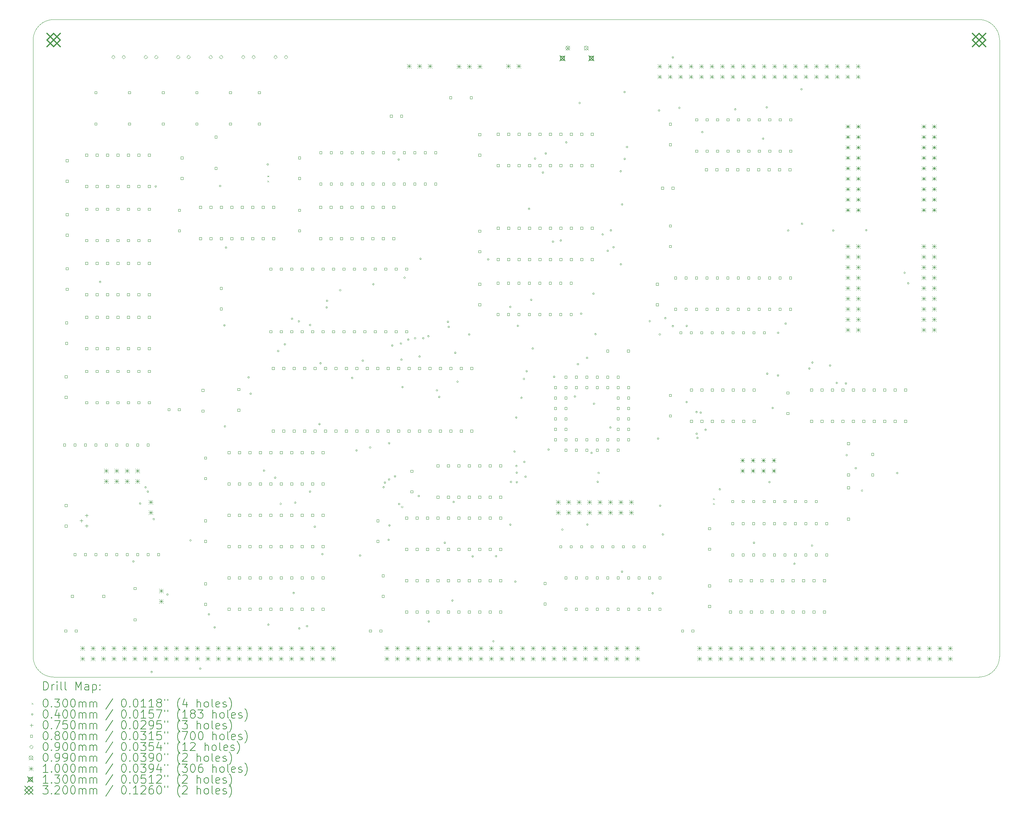
<source format=gbr>
%TF.GenerationSoftware,KiCad,Pcbnew,(6.0.11)*%
%TF.CreationDate,2025-04-26T17:57:18-05:00*%
%TF.ProjectId,processor.6502,70726f63-6573-4736-9f72-2e363530322e,v0.9*%
%TF.SameCoordinates,Original*%
%TF.FileFunction,Drillmap*%
%TF.FilePolarity,Positive*%
%FSLAX45Y45*%
G04 Gerber Fmt 4.5, Leading zero omitted, Abs format (unit mm)*
G04 Created by KiCad (PCBNEW (6.0.11)) date 2025-04-26 17:57:18*
%MOMM*%
%LPD*%
G01*
G04 APERTURE LIST*
%ADD10C,0.050000*%
%ADD11C,0.200000*%
%ADD12C,0.030000*%
%ADD13C,0.040000*%
%ADD14C,0.075000*%
%ADD15C,0.080000*%
%ADD16C,0.090000*%
%ADD17C,0.099000*%
%ADD18C,0.100000*%
%ADD19C,0.130000*%
%ADD20C,0.320000*%
G04 APERTURE END LIST*
D10*
X3500000Y-7500000D02*
X3500000Y-22500000D01*
X4000000Y-23000000D02*
X26500000Y-23000000D01*
X27000000Y-22500000D02*
X27000000Y-7500000D01*
X26500000Y-7000000D02*
X4000000Y-7000000D01*
X26500000Y-23000000D02*
G75*
G03*
X27000000Y-22500000I0J500000D01*
G01*
X3500000Y-22500000D02*
G75*
G03*
X4000000Y-23000000I500000J0D01*
G01*
X4000000Y-7000000D02*
G75*
G03*
X3500000Y-7500000I0J-500000D01*
G01*
X27000000Y-7500000D02*
G75*
G03*
X26500000Y-7000000I-500000J0D01*
G01*
D11*
D12*
X9200000Y-10800000D02*
X9230000Y-10830000D01*
X9230000Y-10800000D02*
X9200000Y-10830000D01*
X9200000Y-10920000D02*
X9230000Y-10950000D01*
X9230000Y-10920000D02*
X9200000Y-10950000D01*
X20035000Y-18650000D02*
X20065000Y-18680000D01*
X20065000Y-18650000D02*
X20035000Y-18680000D01*
X20035000Y-18770000D02*
X20065000Y-18800000D01*
X20065000Y-18770000D02*
X20035000Y-18800000D01*
D13*
X5149300Y-13383190D02*
G75*
G03*
X5149300Y-13383190I-20000J0D01*
G01*
X5958990Y-20185310D02*
G75*
G03*
X5958990Y-20185310I-20000J0D01*
G01*
X6122060Y-18778930D02*
G75*
G03*
X6122060Y-18778930I-20000J0D01*
G01*
X6253810Y-18383580D02*
G75*
G03*
X6253810Y-18383580I-20000J0D01*
G01*
X6310110Y-18486050D02*
G75*
G03*
X6310110Y-18486050I-20000J0D01*
G01*
X6402720Y-22874950D02*
G75*
G03*
X6402720Y-22874950I-20000J0D01*
G01*
X6454780Y-19156820D02*
G75*
G03*
X6454780Y-19156820I-20000J0D01*
G01*
X6501140Y-11061000D02*
G75*
G03*
X6501140Y-11061000I-20000J0D01*
G01*
X6784950Y-20989940D02*
G75*
G03*
X6784950Y-20989940I-20000J0D01*
G01*
X7346840Y-19674660D02*
G75*
G03*
X7346840Y-19674660I-20000J0D01*
G01*
X7585700Y-22793630D02*
G75*
G03*
X7585700Y-22793630I-20000J0D01*
G01*
X7794470Y-21472770D02*
G75*
G03*
X7794470Y-21472770I-20000J0D01*
G01*
X7933240Y-21789480D02*
G75*
G03*
X7933240Y-21789480I-20000J0D01*
G01*
X8067410Y-11050960D02*
G75*
G03*
X8067410Y-11050960I-20000J0D01*
G01*
X8170760Y-14440770D02*
G75*
G03*
X8170760Y-14440770I-20000J0D01*
G01*
X8184430Y-16900780D02*
G75*
G03*
X8184430Y-16900780I-20000J0D01*
G01*
X8209880Y-12549100D02*
G75*
G03*
X8209880Y-12549100I-20000J0D01*
G01*
X8757810Y-15706210D02*
G75*
G03*
X8757810Y-15706210I-20000J0D01*
G01*
X8809530Y-16103890D02*
G75*
G03*
X8809530Y-16103890I-20000J0D01*
G01*
X9135210Y-17977050D02*
G75*
G03*
X9135210Y-17977050I-20000J0D01*
G01*
X9224740Y-10525390D02*
G75*
G03*
X9224740Y-10525390I-20000J0D01*
G01*
X9241370Y-21723870D02*
G75*
G03*
X9241370Y-21723870I-20000J0D01*
G01*
X9404820Y-18147490D02*
G75*
G03*
X9404820Y-18147490I-20000J0D01*
G01*
X9479020Y-15066260D02*
G75*
G03*
X9479020Y-15066260I-20000J0D01*
G01*
X9539700Y-18785430D02*
G75*
G03*
X9539700Y-18785430I-20000J0D01*
G01*
X9640760Y-14901900D02*
G75*
G03*
X9640760Y-14901900I-20000J0D01*
G01*
X9816740Y-14282090D02*
G75*
G03*
X9816740Y-14282090I-20000J0D01*
G01*
X9855090Y-20952780D02*
G75*
G03*
X9855090Y-20952780I-20000J0D01*
G01*
X9893510Y-18755900D02*
G75*
G03*
X9893510Y-18755900I-20000J0D01*
G01*
X9982000Y-14344000D02*
G75*
G03*
X9982000Y-14344000I-20000J0D01*
G01*
X9992980Y-21816970D02*
G75*
G03*
X9992980Y-21816970I-20000J0D01*
G01*
X10179560Y-21760020D02*
G75*
G03*
X10179560Y-21760020I-20000J0D01*
G01*
X10252570Y-18486920D02*
G75*
G03*
X10252570Y-18486920I-20000J0D01*
G01*
X10254550Y-14432670D02*
G75*
G03*
X10254550Y-14432670I-20000J0D01*
G01*
X10368870Y-19341840D02*
G75*
G03*
X10368870Y-19341840I-20000J0D01*
G01*
X10482930Y-16842900D02*
G75*
G03*
X10482930Y-16842900I-20000J0D01*
G01*
X10508620Y-15365730D02*
G75*
G03*
X10508620Y-15365730I-20000J0D01*
G01*
X10553480Y-20008870D02*
G75*
G03*
X10553480Y-20008870I-20000J0D01*
G01*
X10659620Y-14005630D02*
G75*
G03*
X10659620Y-14005630I-20000J0D01*
G01*
X10668460Y-13844220D02*
G75*
G03*
X10668460Y-13844220I-20000J0D01*
G01*
X10986740Y-13584850D02*
G75*
G03*
X10986740Y-13584850I-20000J0D01*
G01*
X11276980Y-15720710D02*
G75*
G03*
X11276980Y-15720710I-20000J0D01*
G01*
X11383750Y-17482890D02*
G75*
G03*
X11383750Y-17482890I-20000J0D01*
G01*
X11470480Y-20040010D02*
G75*
G03*
X11470480Y-20040010I-20000J0D01*
G01*
X11535310Y-15301230D02*
G75*
G03*
X11535310Y-15301230I-20000J0D01*
G01*
X11714990Y-17413640D02*
G75*
G03*
X11714990Y-17413640I-20000J0D01*
G01*
X11792030Y-13440840D02*
G75*
G03*
X11792030Y-13440840I-20000J0D01*
G01*
X12041520Y-18380840D02*
G75*
G03*
X12041520Y-18380840I-20000J0D01*
G01*
X12074040Y-18266710D02*
G75*
G03*
X12074040Y-18266710I-20000J0D01*
G01*
X12167510Y-19660790D02*
G75*
G03*
X12167510Y-19660790I-20000J0D01*
G01*
X12174420Y-18190280D02*
G75*
G03*
X12174420Y-18190280I-20000J0D01*
G01*
X12178020Y-17309830D02*
G75*
G03*
X12178020Y-17309830I-20000J0D01*
G01*
X12183590Y-19307660D02*
G75*
G03*
X12183590Y-19307660I-20000J0D01*
G01*
X12253030Y-14931020D02*
G75*
G03*
X12253030Y-14931020I-20000J0D01*
G01*
X12321160Y-18115190D02*
G75*
G03*
X12321160Y-18115190I-20000J0D01*
G01*
X12408210Y-10404810D02*
G75*
G03*
X12408210Y-10404810I-20000J0D01*
G01*
X12420470Y-18788330D02*
G75*
G03*
X12420470Y-18788330I-20000J0D01*
G01*
X12465030Y-14881750D02*
G75*
G03*
X12465030Y-14881750I-20000J0D01*
G01*
X12476240Y-15277420D02*
G75*
G03*
X12476240Y-15277420I-20000J0D01*
G01*
X12492980Y-18862010D02*
G75*
G03*
X12492980Y-18862010I-20000J0D01*
G01*
X12502090Y-15944220D02*
G75*
G03*
X12502090Y-15944220I-20000J0D01*
G01*
X12553850Y-13281530D02*
G75*
G03*
X12553850Y-13281530I-20000J0D01*
G01*
X12641730Y-14788970D02*
G75*
G03*
X12641730Y-14788970I-20000J0D01*
G01*
X12808220Y-14754650D02*
G75*
G03*
X12808220Y-14754650I-20000J0D01*
G01*
X12896480Y-18595170D02*
G75*
G03*
X12896480Y-18595170I-20000J0D01*
G01*
X12916740Y-15201170D02*
G75*
G03*
X12916740Y-15201170I-20000J0D01*
G01*
X12938430Y-12821070D02*
G75*
G03*
X12938430Y-12821070I-20000J0D01*
G01*
X13007270Y-14754650D02*
G75*
G03*
X13007270Y-14754650I-20000J0D01*
G01*
X13132290Y-14706080D02*
G75*
G03*
X13132290Y-14706080I-20000J0D01*
G01*
X13141300Y-21644160D02*
G75*
G03*
X13141300Y-21644160I-20000J0D01*
G01*
X13338990Y-16022450D02*
G75*
G03*
X13338990Y-16022450I-20000J0D01*
G01*
X13393860Y-16183360D02*
G75*
G03*
X13393860Y-16183360I-20000J0D01*
G01*
X13531370Y-19731410D02*
G75*
G03*
X13531370Y-19731410I-20000J0D01*
G01*
X13606630Y-14355040D02*
G75*
G03*
X13606630Y-14355040I-20000J0D01*
G01*
X13624880Y-14478460D02*
G75*
G03*
X13624880Y-14478460I-20000J0D01*
G01*
X13714660Y-21137320D02*
G75*
G03*
X13714660Y-21137320I-20000J0D01*
G01*
X13746420Y-18739100D02*
G75*
G03*
X13746420Y-18739100I-20000J0D01*
G01*
X13785470Y-15109420D02*
G75*
G03*
X13785470Y-15109420I-20000J0D01*
G01*
X13841110Y-15811990D02*
G75*
G03*
X13841110Y-15811990I-20000J0D01*
G01*
X14123390Y-14664630D02*
G75*
G03*
X14123390Y-14664630I-20000J0D01*
G01*
X14207250Y-20061370D02*
G75*
G03*
X14207250Y-20061370I-20000J0D01*
G01*
X14586320Y-12836660D02*
G75*
G03*
X14586320Y-12836660I-20000J0D01*
G01*
X14709850Y-22128760D02*
G75*
G03*
X14709850Y-22128760I-20000J0D01*
G01*
X14776180Y-20060130D02*
G75*
G03*
X14776180Y-20060130I-20000J0D01*
G01*
X15122830Y-13992480D02*
G75*
G03*
X15122830Y-13992480I-20000J0D01*
G01*
X15124290Y-19290350D02*
G75*
G03*
X15124290Y-19290350I-20000J0D01*
G01*
X15141170Y-18250680D02*
G75*
G03*
X15141170Y-18250680I-20000J0D01*
G01*
X15225810Y-17512110D02*
G75*
G03*
X15225810Y-17512110I-20000J0D01*
G01*
X15247600Y-20676130D02*
G75*
G03*
X15247600Y-20676130I-20000J0D01*
G01*
X15268300Y-16684160D02*
G75*
G03*
X15268300Y-16684160I-20000J0D01*
G01*
X15271810Y-17862870D02*
G75*
G03*
X15271810Y-17862870I-20000J0D01*
G01*
X15279510Y-18026170D02*
G75*
G03*
X15279510Y-18026170I-20000J0D01*
G01*
X15281070Y-18258690D02*
G75*
G03*
X15281070Y-18258690I-20000J0D01*
G01*
X15307310Y-14452740D02*
G75*
G03*
X15307310Y-14452740I-20000J0D01*
G01*
X15395140Y-16203760D02*
G75*
G03*
X15395140Y-16203760I-20000J0D01*
G01*
X15454890Y-15745100D02*
G75*
G03*
X15454890Y-15745100I-20000J0D01*
G01*
X15464810Y-17764250D02*
G75*
G03*
X15464810Y-17764250I-20000J0D01*
G01*
X15496040Y-18123860D02*
G75*
G03*
X15496040Y-18123860I-20000J0D01*
G01*
X15521670Y-15556460D02*
G75*
G03*
X15521670Y-15556460I-20000J0D01*
G01*
X15578550Y-11606520D02*
G75*
G03*
X15578550Y-11606520I-20000J0D01*
G01*
X15632190Y-13821800D02*
G75*
G03*
X15632190Y-13821800I-20000J0D01*
G01*
X15668830Y-15006360D02*
G75*
G03*
X15668830Y-15006360I-20000J0D01*
G01*
X15726980Y-10384400D02*
G75*
G03*
X15726980Y-10384400I-20000J0D01*
G01*
X15915620Y-10723220D02*
G75*
G03*
X15915620Y-10723220I-20000J0D01*
G01*
X15986560Y-10256840D02*
G75*
G03*
X15986560Y-10256840I-20000J0D01*
G01*
X16052390Y-17463830D02*
G75*
G03*
X16052390Y-17463830I-20000J0D01*
G01*
X16161420Y-12403420D02*
G75*
G03*
X16161420Y-12403420I-20000J0D01*
G01*
X16188880Y-15691630D02*
G75*
G03*
X16188880Y-15691630I-20000J0D01*
G01*
X16351150Y-12378010D02*
G75*
G03*
X16351150Y-12378010I-20000J0D01*
G01*
X16388340Y-19411910D02*
G75*
G03*
X16388340Y-19411910I-20000J0D01*
G01*
X16483480Y-9988930D02*
G75*
G03*
X16483480Y-9988930I-20000J0D01*
G01*
X16695460Y-16172960D02*
G75*
G03*
X16695460Y-16172960I-20000J0D01*
G01*
X16767700Y-15385180D02*
G75*
G03*
X16767700Y-15385180I-20000J0D01*
G01*
X16810050Y-9030510D02*
G75*
G03*
X16810050Y-9030510I-20000J0D01*
G01*
X16847820Y-14158710D02*
G75*
G03*
X16847820Y-14158710I-20000J0D01*
G01*
X16989990Y-15234800D02*
G75*
G03*
X16989990Y-15234800I-20000J0D01*
G01*
X16997550Y-19287530D02*
G75*
G03*
X16997550Y-19287530I-20000J0D01*
G01*
X17098780Y-17545450D02*
G75*
G03*
X17098780Y-17545450I-20000J0D01*
G01*
X17147920Y-13670780D02*
G75*
G03*
X17147920Y-13670780I-20000J0D01*
G01*
X17159530Y-16349560D02*
G75*
G03*
X17159530Y-16349560I-20000J0D01*
G01*
X17195020Y-14655050D02*
G75*
G03*
X17195020Y-14655050I-20000J0D01*
G01*
X17249930Y-18249990D02*
G75*
G03*
X17249930Y-18249990I-20000J0D01*
G01*
X17274420Y-18031560D02*
G75*
G03*
X17274420Y-18031560I-20000J0D01*
G01*
X17369620Y-12229510D02*
G75*
G03*
X17369620Y-12229510I-20000J0D01*
G01*
X17493300Y-12626230D02*
G75*
G03*
X17493300Y-12626230I-20000J0D01*
G01*
X17557320Y-16928120D02*
G75*
G03*
X17557320Y-16928120I-20000J0D01*
G01*
X17570570Y-12131650D02*
G75*
G03*
X17570570Y-12131650I-20000J0D01*
G01*
X17634400Y-12540170D02*
G75*
G03*
X17634400Y-12540170I-20000J0D01*
G01*
X17808360Y-10691650D02*
G75*
G03*
X17808360Y-10691650I-20000J0D01*
G01*
X17811330Y-12956590D02*
G75*
G03*
X17811330Y-12956590I-20000J0D01*
G01*
X17840150Y-20432590D02*
G75*
G03*
X17840150Y-20432590I-20000J0D01*
G01*
X17841130Y-11499500D02*
G75*
G03*
X17841130Y-11499500I-20000J0D01*
G01*
X17901280Y-8765810D02*
G75*
G03*
X17901280Y-8765810I-20000J0D01*
G01*
X17904900Y-10392250D02*
G75*
G03*
X17904900Y-10392250I-20000J0D01*
G01*
X17960890Y-10103740D02*
G75*
G03*
X17960890Y-10103740I-20000J0D01*
G01*
X18515520Y-14339780D02*
G75*
G03*
X18515520Y-14339780I-20000J0D01*
G01*
X18585640Y-20960880D02*
G75*
G03*
X18585640Y-20960880I-20000J0D01*
G01*
X18717020Y-17196490D02*
G75*
G03*
X18717020Y-17196490I-20000J0D01*
G01*
X18740690Y-9211240D02*
G75*
G03*
X18740690Y-9211240I-20000J0D01*
G01*
X18758270Y-14661150D02*
G75*
G03*
X18758270Y-14661150I-20000J0D01*
G01*
X18767740Y-18830680D02*
G75*
G03*
X18767740Y-18830680I-20000J0D01*
G01*
X18834610Y-19528110D02*
G75*
G03*
X18834610Y-19528110I-20000J0D01*
G01*
X18893000Y-14264880D02*
G75*
G03*
X18893000Y-14264880I-20000J0D01*
G01*
X19075290Y-7920960D02*
G75*
G03*
X19075290Y-7920960I-20000J0D01*
G01*
X19075560Y-14458730D02*
G75*
G03*
X19075560Y-14458730I-20000J0D01*
G01*
X19234980Y-9149950D02*
G75*
G03*
X19234980Y-9149950I-20000J0D01*
G01*
X19411050Y-16307660D02*
G75*
G03*
X19411050Y-16307660I-20000J0D01*
G01*
X19413410Y-14456090D02*
G75*
G03*
X19413410Y-14456090I-20000J0D01*
G01*
X19652200Y-16551960D02*
G75*
G03*
X19652200Y-16551960I-20000J0D01*
G01*
X19655260Y-17077410D02*
G75*
G03*
X19655260Y-17077410I-20000J0D01*
G01*
X19676650Y-17178910D02*
G75*
G03*
X19676650Y-17178910I-20000J0D01*
G01*
X19753740Y-16563080D02*
G75*
G03*
X19753740Y-16563080I-20000J0D01*
G01*
X19791990Y-9739870D02*
G75*
G03*
X19791990Y-9739870I-20000J0D01*
G01*
X19873780Y-16981780D02*
G75*
G03*
X19873780Y-16981780I-20000J0D01*
G01*
X20218740Y-18431630D02*
G75*
G03*
X20218740Y-18431630I-20000J0D01*
G01*
X20593990Y-9184250D02*
G75*
G03*
X20593990Y-9184250I-20000J0D01*
G01*
X21048550Y-19731870D02*
G75*
G03*
X21048550Y-19731870I-20000J0D01*
G01*
X21270470Y-9899340D02*
G75*
G03*
X21270470Y-9899340I-20000J0D01*
G01*
X21359320Y-9136000D02*
G75*
G03*
X21359320Y-9136000I-20000J0D01*
G01*
X21371280Y-15616630D02*
G75*
G03*
X21371280Y-15616630I-20000J0D01*
G01*
X21424850Y-18255770D02*
G75*
G03*
X21424850Y-18255770I-20000J0D01*
G01*
X21505360Y-16453390D02*
G75*
G03*
X21505360Y-16453390I-20000J0D01*
G01*
X21633330Y-15659820D02*
G75*
G03*
X21633330Y-15659820I-20000J0D01*
G01*
X21635870Y-14622610D02*
G75*
G03*
X21635870Y-14622610I-20000J0D01*
G01*
X21820450Y-14398590D02*
G75*
G03*
X21820450Y-14398590I-20000J0D01*
G01*
X21881440Y-12131930D02*
G75*
G03*
X21881440Y-12131930I-20000J0D01*
G01*
X22033230Y-20242490D02*
G75*
G03*
X22033230Y-20242490I-20000J0D01*
G01*
X22201880Y-8696470D02*
G75*
G03*
X22201880Y-8696470I-20000J0D01*
G01*
X22215790Y-11970210D02*
G75*
G03*
X22215790Y-11970210I-20000J0D01*
G01*
X22396640Y-15490520D02*
G75*
G03*
X22396640Y-15490520I-20000J0D01*
G01*
X22460460Y-19800600D02*
G75*
G03*
X22460460Y-19800600I-20000J0D01*
G01*
X22468630Y-15345490D02*
G75*
G03*
X22468630Y-15345490I-20000J0D01*
G01*
X22899640Y-15418010D02*
G75*
G03*
X22899640Y-15418010I-20000J0D01*
G01*
X22978000Y-12132820D02*
G75*
G03*
X22978000Y-12132820I-20000J0D01*
G01*
X23063080Y-15841890D02*
G75*
G03*
X23063080Y-15841890I-20000J0D01*
G01*
X23285180Y-15854100D02*
G75*
G03*
X23285180Y-15854100I-20000J0D01*
G01*
X23303340Y-17599210D02*
G75*
G03*
X23303340Y-17599210I-20000J0D01*
G01*
X23524280Y-17916720D02*
G75*
G03*
X23524280Y-17916720I-20000J0D01*
G01*
X23676420Y-18463610D02*
G75*
G03*
X23676420Y-18463610I-20000J0D01*
G01*
X23779820Y-12124900D02*
G75*
G03*
X23779820Y-12124900I-20000J0D01*
G01*
X24531630Y-18037200D02*
G75*
G03*
X24531630Y-18037200I-20000J0D01*
G01*
X24712680Y-13162320D02*
G75*
G03*
X24712680Y-13162320I-20000J0D01*
G01*
X24799400Y-13419080D02*
G75*
G03*
X24799400Y-13419080I-20000J0D01*
G01*
D14*
X4673000Y-19155500D02*
X4673000Y-19230500D01*
X4635500Y-19193000D02*
X4710500Y-19193000D01*
X4800000Y-19028500D02*
X4800000Y-19103500D01*
X4762500Y-19066000D02*
X4837500Y-19066000D01*
X4800000Y-19282500D02*
X4800000Y-19357500D01*
X4762500Y-19320000D02*
X4837500Y-19320000D01*
D15*
X4290285Y-17376785D02*
X4290285Y-17320216D01*
X4233716Y-17320216D01*
X4233716Y-17376785D01*
X4290285Y-17376785D01*
X4321245Y-21903285D02*
X4321245Y-21846716D01*
X4264676Y-21846716D01*
X4264676Y-21903285D01*
X4321245Y-21903285D01*
X4328285Y-15718284D02*
X4328285Y-15661715D01*
X4271716Y-15661715D01*
X4271716Y-15718284D01*
X4328285Y-15718284D01*
X4328285Y-16218284D02*
X4328285Y-16161715D01*
X4271716Y-16161715D01*
X4271716Y-16218284D01*
X4328285Y-16218284D01*
X4328285Y-18848285D02*
X4328285Y-18791716D01*
X4271716Y-18791716D01*
X4271716Y-18848285D01*
X4328285Y-18848285D01*
X4328285Y-19348285D02*
X4328285Y-19291716D01*
X4271716Y-19291716D01*
X4271716Y-19348285D01*
X4328285Y-19348285D01*
X4340785Y-14403534D02*
X4340785Y-14346965D01*
X4284216Y-14346965D01*
X4284216Y-14403534D01*
X4340785Y-14403534D01*
X4340785Y-14903534D02*
X4340785Y-14846965D01*
X4284216Y-14846965D01*
X4284216Y-14903534D01*
X4340785Y-14903534D01*
X4353785Y-10459285D02*
X4353785Y-10402716D01*
X4297216Y-10402716D01*
X4297216Y-10459285D01*
X4353785Y-10459285D01*
X4353785Y-10959285D02*
X4353785Y-10902716D01*
X4297216Y-10902716D01*
X4297216Y-10959285D01*
X4353785Y-10959285D01*
X4353785Y-11774034D02*
X4353785Y-11717465D01*
X4297216Y-11717465D01*
X4297216Y-11774034D01*
X4353785Y-11774034D01*
X4353785Y-12274034D02*
X4353785Y-12217465D01*
X4297216Y-12217465D01*
X4297216Y-12274034D01*
X4353785Y-12274034D01*
X4353785Y-13088784D02*
X4353785Y-13032215D01*
X4297216Y-13032215D01*
X4297216Y-13088784D01*
X4353785Y-13088784D01*
X4353785Y-13588784D02*
X4353785Y-13532215D01*
X4297216Y-13532215D01*
X4297216Y-13588784D01*
X4353785Y-13588784D01*
X4480785Y-21059785D02*
X4480785Y-21003216D01*
X4424216Y-21003216D01*
X4424216Y-21059785D01*
X4480785Y-21059785D01*
X4542785Y-20043785D02*
X4542785Y-19987216D01*
X4486216Y-19987216D01*
X4486216Y-20043785D01*
X4542785Y-20043785D01*
X4544285Y-17376785D02*
X4544285Y-17320216D01*
X4487716Y-17320216D01*
X4487716Y-17376785D01*
X4544285Y-17376785D01*
X4571245Y-21903285D02*
X4571245Y-21846716D01*
X4514676Y-21846716D01*
X4514676Y-21903285D01*
X4571245Y-21903285D01*
X4796785Y-20043785D02*
X4796785Y-19987216D01*
X4740216Y-19987216D01*
X4740216Y-20043785D01*
X4796785Y-20043785D01*
X4798285Y-17376785D02*
X4798285Y-17320216D01*
X4741716Y-17320216D01*
X4741716Y-17376785D01*
X4798285Y-17376785D01*
X4828285Y-10327285D02*
X4828285Y-10270716D01*
X4771716Y-10270716D01*
X4771716Y-10327285D01*
X4828285Y-10327285D01*
X4828285Y-11089285D02*
X4828285Y-11032716D01*
X4771716Y-11032716D01*
X4771716Y-11089285D01*
X4828285Y-11089285D01*
X4828285Y-11642034D02*
X4828285Y-11585465D01*
X4771716Y-11585465D01*
X4771716Y-11642034D01*
X4828285Y-11642034D01*
X4828285Y-12404034D02*
X4828285Y-12347465D01*
X4771716Y-12347465D01*
X4771716Y-12404034D01*
X4828285Y-12404034D01*
X4828285Y-12956784D02*
X4828285Y-12900215D01*
X4771716Y-12900215D01*
X4771716Y-12956784D01*
X4828285Y-12956784D01*
X4828285Y-13718784D02*
X4828285Y-13662215D01*
X4771716Y-13662215D01*
X4771716Y-13718784D01*
X4828285Y-13718784D01*
X4828285Y-14271534D02*
X4828285Y-14214965D01*
X4771716Y-14214965D01*
X4771716Y-14271534D01*
X4828285Y-14271534D01*
X4828285Y-15033534D02*
X4828285Y-14976965D01*
X4771716Y-14976965D01*
X4771716Y-15033534D01*
X4828285Y-15033534D01*
X4828285Y-15586284D02*
X4828285Y-15529715D01*
X4771716Y-15529715D01*
X4771716Y-15586284D01*
X4828285Y-15586284D01*
X4828285Y-16348284D02*
X4828285Y-16291715D01*
X4771716Y-16291715D01*
X4771716Y-16348284D01*
X4828285Y-16348284D01*
X5050785Y-20043785D02*
X5050785Y-19987216D01*
X4994216Y-19987216D01*
X4994216Y-20043785D01*
X5050785Y-20043785D01*
X5052285Y-8804285D02*
X5052285Y-8747716D01*
X4995716Y-8747716D01*
X4995716Y-8804285D01*
X5052285Y-8804285D01*
X5052285Y-9566285D02*
X5052285Y-9509716D01*
X4995716Y-9509716D01*
X4995716Y-9566285D01*
X5052285Y-9566285D01*
X5052285Y-17376785D02*
X5052285Y-17320216D01*
X4995716Y-17320216D01*
X4995716Y-17376785D01*
X5052285Y-17376785D01*
X5082285Y-10327285D02*
X5082285Y-10270716D01*
X5025716Y-10270716D01*
X5025716Y-10327285D01*
X5082285Y-10327285D01*
X5082285Y-11089285D02*
X5082285Y-11032716D01*
X5025716Y-11032716D01*
X5025716Y-11089285D01*
X5082285Y-11089285D01*
X5082285Y-11642034D02*
X5082285Y-11585465D01*
X5025716Y-11585465D01*
X5025716Y-11642034D01*
X5082285Y-11642034D01*
X5082285Y-12404034D02*
X5082285Y-12347465D01*
X5025716Y-12347465D01*
X5025716Y-12404034D01*
X5082285Y-12404034D01*
X5082285Y-12956784D02*
X5082285Y-12900215D01*
X5025716Y-12900215D01*
X5025716Y-12956784D01*
X5082285Y-12956784D01*
X5082285Y-13718784D02*
X5082285Y-13662215D01*
X5025716Y-13662215D01*
X5025716Y-13718784D01*
X5082285Y-13718784D01*
X5082285Y-14271534D02*
X5082285Y-14214965D01*
X5025716Y-14214965D01*
X5025716Y-14271534D01*
X5082285Y-14271534D01*
X5082285Y-15033534D02*
X5082285Y-14976965D01*
X5025716Y-14976965D01*
X5025716Y-15033534D01*
X5082285Y-15033534D01*
X5082285Y-15586284D02*
X5082285Y-15529715D01*
X5025716Y-15529715D01*
X5025716Y-15586284D01*
X5082285Y-15586284D01*
X5082285Y-16348284D02*
X5082285Y-16291715D01*
X5025716Y-16291715D01*
X5025716Y-16348284D01*
X5082285Y-16348284D01*
X5242785Y-21059785D02*
X5242785Y-21003216D01*
X5186216Y-21003216D01*
X5186216Y-21059785D01*
X5242785Y-21059785D01*
X5304785Y-20043785D02*
X5304785Y-19987216D01*
X5248216Y-19987216D01*
X5248216Y-20043785D01*
X5304785Y-20043785D01*
X5306285Y-17376785D02*
X5306285Y-17320216D01*
X5249716Y-17320216D01*
X5249716Y-17376785D01*
X5306285Y-17376785D01*
X5336285Y-10327285D02*
X5336285Y-10270716D01*
X5279716Y-10270716D01*
X5279716Y-10327285D01*
X5336285Y-10327285D01*
X5336285Y-11089285D02*
X5336285Y-11032716D01*
X5279716Y-11032716D01*
X5279716Y-11089285D01*
X5336285Y-11089285D01*
X5336285Y-11642034D02*
X5336285Y-11585465D01*
X5279716Y-11585465D01*
X5279716Y-11642034D01*
X5336285Y-11642034D01*
X5336285Y-12404034D02*
X5336285Y-12347465D01*
X5279716Y-12347465D01*
X5279716Y-12404034D01*
X5336285Y-12404034D01*
X5336285Y-12956784D02*
X5336285Y-12900215D01*
X5279716Y-12900215D01*
X5279716Y-12956784D01*
X5336285Y-12956784D01*
X5336285Y-13718784D02*
X5336285Y-13662215D01*
X5279716Y-13662215D01*
X5279716Y-13718784D01*
X5336285Y-13718784D01*
X5336285Y-14271534D02*
X5336285Y-14214965D01*
X5279716Y-14214965D01*
X5279716Y-14271534D01*
X5336285Y-14271534D01*
X5336285Y-15033534D02*
X5336285Y-14976965D01*
X5279716Y-14976965D01*
X5279716Y-15033534D01*
X5336285Y-15033534D01*
X5336285Y-15586284D02*
X5336285Y-15529715D01*
X5279716Y-15529715D01*
X5279716Y-15586284D01*
X5336285Y-15586284D01*
X5336285Y-16348284D02*
X5336285Y-16291715D01*
X5279716Y-16291715D01*
X5279716Y-16348284D01*
X5336285Y-16348284D01*
X5558785Y-20043785D02*
X5558785Y-19987216D01*
X5502216Y-19987216D01*
X5502216Y-20043785D01*
X5558785Y-20043785D01*
X5560285Y-17376785D02*
X5560285Y-17320216D01*
X5503716Y-17320216D01*
X5503716Y-17376785D01*
X5560285Y-17376785D01*
X5590285Y-10327285D02*
X5590285Y-10270716D01*
X5533716Y-10270716D01*
X5533716Y-10327285D01*
X5590285Y-10327285D01*
X5590285Y-11089285D02*
X5590285Y-11032716D01*
X5533716Y-11032716D01*
X5533716Y-11089285D01*
X5590285Y-11089285D01*
X5590285Y-11642034D02*
X5590285Y-11585465D01*
X5533716Y-11585465D01*
X5533716Y-11642034D01*
X5590285Y-11642034D01*
X5590285Y-12404034D02*
X5590285Y-12347465D01*
X5533716Y-12347465D01*
X5533716Y-12404034D01*
X5590285Y-12404034D01*
X5590285Y-12956784D02*
X5590285Y-12900215D01*
X5533716Y-12900215D01*
X5533716Y-12956784D01*
X5590285Y-12956784D01*
X5590285Y-13718784D02*
X5590285Y-13662215D01*
X5533716Y-13662215D01*
X5533716Y-13718784D01*
X5590285Y-13718784D01*
X5590285Y-14271534D02*
X5590285Y-14214965D01*
X5533716Y-14214965D01*
X5533716Y-14271534D01*
X5590285Y-14271534D01*
X5590285Y-15033534D02*
X5590285Y-14976965D01*
X5533716Y-14976965D01*
X5533716Y-15033534D01*
X5590285Y-15033534D01*
X5590285Y-15586284D02*
X5590285Y-15529715D01*
X5533716Y-15529715D01*
X5533716Y-15586284D01*
X5590285Y-15586284D01*
X5590285Y-16348284D02*
X5590285Y-16291715D01*
X5533716Y-16291715D01*
X5533716Y-16348284D01*
X5590285Y-16348284D01*
X5812784Y-20043785D02*
X5812784Y-19987216D01*
X5756215Y-19987216D01*
X5756215Y-20043785D01*
X5812784Y-20043785D01*
X5814284Y-17376785D02*
X5814284Y-17320216D01*
X5757715Y-17320216D01*
X5757715Y-17376785D01*
X5814284Y-17376785D01*
X5844284Y-10327285D02*
X5844284Y-10270716D01*
X5787715Y-10270716D01*
X5787715Y-10327285D01*
X5844284Y-10327285D01*
X5844284Y-11089285D02*
X5844284Y-11032716D01*
X5787715Y-11032716D01*
X5787715Y-11089285D01*
X5844284Y-11089285D01*
X5844284Y-11642034D02*
X5844284Y-11585465D01*
X5787715Y-11585465D01*
X5787715Y-11642034D01*
X5844284Y-11642034D01*
X5844284Y-12404034D02*
X5844284Y-12347465D01*
X5787715Y-12347465D01*
X5787715Y-12404034D01*
X5844284Y-12404034D01*
X5844284Y-12956784D02*
X5844284Y-12900215D01*
X5787715Y-12900215D01*
X5787715Y-12956784D01*
X5844284Y-12956784D01*
X5844284Y-13718784D02*
X5844284Y-13662215D01*
X5787715Y-13662215D01*
X5787715Y-13718784D01*
X5844284Y-13718784D01*
X5844284Y-14271534D02*
X5844284Y-14214965D01*
X5787715Y-14214965D01*
X5787715Y-14271534D01*
X5844284Y-14271534D01*
X5844284Y-15033534D02*
X5844284Y-14976965D01*
X5787715Y-14976965D01*
X5787715Y-15033534D01*
X5844284Y-15033534D01*
X5844284Y-15586284D02*
X5844284Y-15529715D01*
X5787715Y-15529715D01*
X5787715Y-15586284D01*
X5844284Y-15586284D01*
X5844284Y-16348284D02*
X5844284Y-16291715D01*
X5787715Y-16291715D01*
X5787715Y-16348284D01*
X5844284Y-16348284D01*
X5870284Y-8804285D02*
X5870284Y-8747716D01*
X5813715Y-8747716D01*
X5813715Y-8804285D01*
X5870284Y-8804285D01*
X5870284Y-9566285D02*
X5870284Y-9509716D01*
X5813715Y-9509716D01*
X5813715Y-9566285D01*
X5870284Y-9566285D01*
X6004784Y-20869285D02*
X6004784Y-20812716D01*
X5948215Y-20812716D01*
X5948215Y-20869285D01*
X6004784Y-20869285D01*
X6004784Y-21631285D02*
X6004784Y-21574716D01*
X5948215Y-21574716D01*
X5948215Y-21631285D01*
X6004784Y-21631285D01*
X6066784Y-20043785D02*
X6066784Y-19987216D01*
X6010215Y-19987216D01*
X6010215Y-20043785D01*
X6066784Y-20043785D01*
X6068284Y-17376785D02*
X6068284Y-17320216D01*
X6011715Y-17320216D01*
X6011715Y-17376785D01*
X6068284Y-17376785D01*
X6098284Y-10327285D02*
X6098284Y-10270716D01*
X6041715Y-10270716D01*
X6041715Y-10327285D01*
X6098284Y-10327285D01*
X6098284Y-11089285D02*
X6098284Y-11032716D01*
X6041715Y-11032716D01*
X6041715Y-11089285D01*
X6098284Y-11089285D01*
X6098284Y-11642034D02*
X6098284Y-11585465D01*
X6041715Y-11585465D01*
X6041715Y-11642034D01*
X6098284Y-11642034D01*
X6098284Y-12404034D02*
X6098284Y-12347465D01*
X6041715Y-12347465D01*
X6041715Y-12404034D01*
X6098284Y-12404034D01*
X6098284Y-12956784D02*
X6098284Y-12900215D01*
X6041715Y-12900215D01*
X6041715Y-12956784D01*
X6098284Y-12956784D01*
X6098284Y-13718784D02*
X6098284Y-13662215D01*
X6041715Y-13662215D01*
X6041715Y-13718784D01*
X6098284Y-13718784D01*
X6098284Y-14271534D02*
X6098284Y-14214965D01*
X6041715Y-14214965D01*
X6041715Y-14271534D01*
X6098284Y-14271534D01*
X6098284Y-15033534D02*
X6098284Y-14976965D01*
X6041715Y-14976965D01*
X6041715Y-15033534D01*
X6098284Y-15033534D01*
X6098284Y-15586284D02*
X6098284Y-15529715D01*
X6041715Y-15529715D01*
X6041715Y-15586284D01*
X6098284Y-15586284D01*
X6098284Y-16348284D02*
X6098284Y-16291715D01*
X6041715Y-16291715D01*
X6041715Y-16348284D01*
X6098284Y-16348284D01*
X6320784Y-20043785D02*
X6320784Y-19987216D01*
X6264215Y-19987216D01*
X6264215Y-20043785D01*
X6320784Y-20043785D01*
X6322284Y-17376785D02*
X6322284Y-17320216D01*
X6265715Y-17320216D01*
X6265715Y-17376785D01*
X6322284Y-17376785D01*
X6352284Y-10327285D02*
X6352284Y-10270716D01*
X6295715Y-10270716D01*
X6295715Y-10327285D01*
X6352284Y-10327285D01*
X6352284Y-11089285D02*
X6352284Y-11032716D01*
X6295715Y-11032716D01*
X6295715Y-11089285D01*
X6352284Y-11089285D01*
X6352284Y-11642034D02*
X6352284Y-11585465D01*
X6295715Y-11585465D01*
X6295715Y-11642034D01*
X6352284Y-11642034D01*
X6352284Y-12404034D02*
X6352284Y-12347465D01*
X6295715Y-12347465D01*
X6295715Y-12404034D01*
X6352284Y-12404034D01*
X6352284Y-12956784D02*
X6352284Y-12900215D01*
X6295715Y-12900215D01*
X6295715Y-12956784D01*
X6352284Y-12956784D01*
X6352284Y-13718784D02*
X6352284Y-13662215D01*
X6295715Y-13662215D01*
X6295715Y-13718784D01*
X6352284Y-13718784D01*
X6352284Y-14271534D02*
X6352284Y-14214965D01*
X6295715Y-14214965D01*
X6295715Y-14271534D01*
X6352284Y-14271534D01*
X6352284Y-15033534D02*
X6352284Y-14976965D01*
X6295715Y-14976965D01*
X6295715Y-15033534D01*
X6352284Y-15033534D01*
X6352284Y-15586284D02*
X6352284Y-15529715D01*
X6295715Y-15529715D01*
X6295715Y-15586284D01*
X6352284Y-15586284D01*
X6352284Y-16348284D02*
X6352284Y-16291715D01*
X6295715Y-16291715D01*
X6295715Y-16348284D01*
X6352284Y-16348284D01*
X6574784Y-20043785D02*
X6574784Y-19987216D01*
X6518215Y-19987216D01*
X6518215Y-20043785D01*
X6574784Y-20043785D01*
X6688284Y-8804285D02*
X6688284Y-8747716D01*
X6631715Y-8747716D01*
X6631715Y-8804285D01*
X6688284Y-8804285D01*
X6688284Y-9566285D02*
X6688284Y-9509716D01*
X6631715Y-9509716D01*
X6631715Y-9566285D01*
X6688284Y-9566285D01*
X6830274Y-16518284D02*
X6830274Y-16461715D01*
X6773705Y-16461715D01*
X6773705Y-16518284D01*
X6830274Y-16518284D01*
X7080274Y-16518284D02*
X7080274Y-16461715D01*
X7023705Y-16461715D01*
X7023705Y-16518284D01*
X7080274Y-16518284D01*
X7084284Y-11665784D02*
X7084284Y-11609215D01*
X7027715Y-11609215D01*
X7027715Y-11665784D01*
X7084284Y-11665784D01*
X7084284Y-12165784D02*
X7084284Y-12109215D01*
X7027715Y-12109215D01*
X7027715Y-12165784D01*
X7084284Y-12165784D01*
X7147784Y-10391785D02*
X7147784Y-10335216D01*
X7091215Y-10335216D01*
X7091215Y-10391785D01*
X7147784Y-10391785D01*
X7147784Y-10891785D02*
X7147784Y-10835216D01*
X7091215Y-10835216D01*
X7091215Y-10891785D01*
X7147784Y-10891785D01*
X7506284Y-8804285D02*
X7506284Y-8747716D01*
X7449715Y-8747716D01*
X7449715Y-8804285D01*
X7506284Y-8804285D01*
X7506284Y-9566285D02*
X7506284Y-9509716D01*
X7449715Y-9509716D01*
X7449715Y-9566285D01*
X7506284Y-9566285D01*
X7593784Y-11597284D02*
X7593784Y-11540715D01*
X7537215Y-11540715D01*
X7537215Y-11597284D01*
X7593784Y-11597284D01*
X7593784Y-12359284D02*
X7593784Y-12302715D01*
X7537215Y-12302715D01*
X7537215Y-12359284D01*
X7593784Y-12359284D01*
X7655784Y-16051284D02*
X7655784Y-15994715D01*
X7599215Y-15994715D01*
X7599215Y-16051284D01*
X7655784Y-16051284D01*
X7655784Y-16551284D02*
X7655784Y-16494715D01*
X7599215Y-16494715D01*
X7599215Y-16551284D01*
X7655784Y-16551284D01*
X7719284Y-17694285D02*
X7719284Y-17637716D01*
X7662715Y-17637716D01*
X7662715Y-17694285D01*
X7719284Y-17694285D01*
X7719284Y-18194285D02*
X7719284Y-18137716D01*
X7662715Y-18137716D01*
X7662715Y-18194285D01*
X7719284Y-18194285D01*
X7719284Y-19222285D02*
X7719284Y-19165716D01*
X7662715Y-19165716D01*
X7662715Y-19222285D01*
X7719284Y-19222285D01*
X7719284Y-19722285D02*
X7719284Y-19665716D01*
X7662715Y-19665716D01*
X7662715Y-19722285D01*
X7719284Y-19722285D01*
X7719284Y-20755285D02*
X7719284Y-20698716D01*
X7662715Y-20698716D01*
X7662715Y-20755285D01*
X7719284Y-20755285D01*
X7719284Y-21255285D02*
X7719284Y-21198716D01*
X7662715Y-21198716D01*
X7662715Y-21255285D01*
X7719284Y-21255285D01*
X7847784Y-11597284D02*
X7847784Y-11540715D01*
X7791215Y-11540715D01*
X7791215Y-11597284D01*
X7847784Y-11597284D01*
X7847784Y-12359284D02*
X7847784Y-12302715D01*
X7791215Y-12302715D01*
X7791215Y-12359284D01*
X7847784Y-12359284D01*
X7973284Y-9883785D02*
X7973284Y-9827216D01*
X7916715Y-9827216D01*
X7916715Y-9883785D01*
X7973284Y-9883785D01*
X7973284Y-10645785D02*
X7973284Y-10589216D01*
X7916715Y-10589216D01*
X7916715Y-10645785D01*
X7973284Y-10645785D01*
X8100284Y-13567284D02*
X8100284Y-13510715D01*
X8043715Y-13510715D01*
X8043715Y-13567284D01*
X8100284Y-13567284D01*
X8100284Y-14067284D02*
X8100284Y-14010715D01*
X8043715Y-14010715D01*
X8043715Y-14067284D01*
X8100284Y-14067284D01*
X8101784Y-11597284D02*
X8101784Y-11540715D01*
X8045215Y-11540715D01*
X8045215Y-11597284D01*
X8101784Y-11597284D01*
X8101784Y-12359284D02*
X8101784Y-12302715D01*
X8045215Y-12302715D01*
X8045215Y-12359284D01*
X8101784Y-12359284D01*
X8291284Y-17566285D02*
X8291284Y-17509716D01*
X8234715Y-17509716D01*
X8234715Y-17566285D01*
X8291284Y-17566285D01*
X8291284Y-18328285D02*
X8291284Y-18271716D01*
X8234715Y-18271716D01*
X8234715Y-18328285D01*
X8291284Y-18328285D01*
X8291284Y-19090285D02*
X8291284Y-19033716D01*
X8234715Y-19033716D01*
X8234715Y-19090285D01*
X8291284Y-19090285D01*
X8291284Y-19852285D02*
X8291284Y-19795716D01*
X8234715Y-19795716D01*
X8234715Y-19852285D01*
X8291284Y-19852285D01*
X8291284Y-20614285D02*
X8291284Y-20557716D01*
X8234715Y-20557716D01*
X8234715Y-20614285D01*
X8291284Y-20614285D01*
X8291284Y-21376285D02*
X8291284Y-21319716D01*
X8234715Y-21319716D01*
X8234715Y-21376285D01*
X8291284Y-21376285D01*
X8324284Y-8804285D02*
X8324284Y-8747716D01*
X8267715Y-8747716D01*
X8267715Y-8804285D01*
X8324284Y-8804285D01*
X8324284Y-9566285D02*
X8324284Y-9509716D01*
X8267715Y-9509716D01*
X8267715Y-9566285D01*
X8324284Y-9566285D01*
X8355784Y-11597284D02*
X8355784Y-11540715D01*
X8299215Y-11540715D01*
X8299215Y-11597284D01*
X8355784Y-11597284D01*
X8355784Y-12359284D02*
X8355784Y-12302715D01*
X8299215Y-12302715D01*
X8299215Y-12359284D01*
X8355784Y-12359284D01*
X8528285Y-16028284D02*
X8528285Y-15971715D01*
X8471716Y-15971715D01*
X8471716Y-16028284D01*
X8528285Y-16028284D01*
X8528285Y-16528284D02*
X8528285Y-16471715D01*
X8471716Y-16471715D01*
X8471716Y-16528284D01*
X8528285Y-16528284D01*
X8545285Y-17566285D02*
X8545285Y-17509716D01*
X8488716Y-17509716D01*
X8488716Y-17566285D01*
X8545285Y-17566285D01*
X8545285Y-18328285D02*
X8545285Y-18271716D01*
X8488716Y-18271716D01*
X8488716Y-18328285D01*
X8545285Y-18328285D01*
X8545285Y-19090285D02*
X8545285Y-19033716D01*
X8488716Y-19033716D01*
X8488716Y-19090285D01*
X8545285Y-19090285D01*
X8545285Y-19852285D02*
X8545285Y-19795716D01*
X8488716Y-19795716D01*
X8488716Y-19852285D01*
X8545285Y-19852285D01*
X8545285Y-20614285D02*
X8545285Y-20557716D01*
X8488716Y-20557716D01*
X8488716Y-20614285D01*
X8545285Y-20614285D01*
X8545285Y-21376285D02*
X8545285Y-21319716D01*
X8488716Y-21319716D01*
X8488716Y-21376285D01*
X8545285Y-21376285D01*
X8609785Y-11597284D02*
X8609785Y-11540715D01*
X8553216Y-11540715D01*
X8553216Y-11597284D01*
X8609785Y-11597284D01*
X8609785Y-12359284D02*
X8609785Y-12302715D01*
X8553216Y-12302715D01*
X8553216Y-12359284D01*
X8609785Y-12359284D01*
X8799285Y-17566285D02*
X8799285Y-17509716D01*
X8742716Y-17509716D01*
X8742716Y-17566285D01*
X8799285Y-17566285D01*
X8799285Y-18328285D02*
X8799285Y-18271716D01*
X8742716Y-18271716D01*
X8742716Y-18328285D01*
X8799285Y-18328285D01*
X8799285Y-19090285D02*
X8799285Y-19033716D01*
X8742716Y-19033716D01*
X8742716Y-19090285D01*
X8799285Y-19090285D01*
X8799285Y-19852285D02*
X8799285Y-19795716D01*
X8742716Y-19795716D01*
X8742716Y-19852285D01*
X8799285Y-19852285D01*
X8799285Y-20614285D02*
X8799285Y-20557716D01*
X8742716Y-20557716D01*
X8742716Y-20614285D01*
X8799285Y-20614285D01*
X8799285Y-21376285D02*
X8799285Y-21319716D01*
X8742716Y-21319716D01*
X8742716Y-21376285D01*
X8799285Y-21376285D01*
X8863785Y-11597284D02*
X8863785Y-11540715D01*
X8807216Y-11540715D01*
X8807216Y-11597284D01*
X8863785Y-11597284D01*
X8863785Y-12359284D02*
X8863785Y-12302715D01*
X8807216Y-12302715D01*
X8807216Y-12359284D01*
X8863785Y-12359284D01*
X9028285Y-8804285D02*
X9028285Y-8747716D01*
X8971716Y-8747716D01*
X8971716Y-8804285D01*
X9028285Y-8804285D01*
X9028285Y-9566285D02*
X9028285Y-9509716D01*
X8971716Y-9509716D01*
X8971716Y-9566285D01*
X9028285Y-9566285D01*
X9053285Y-17566285D02*
X9053285Y-17509716D01*
X8996716Y-17509716D01*
X8996716Y-17566285D01*
X9053285Y-17566285D01*
X9053285Y-18328285D02*
X9053285Y-18271716D01*
X8996716Y-18271716D01*
X8996716Y-18328285D01*
X9053285Y-18328285D01*
X9053285Y-19090285D02*
X9053285Y-19033716D01*
X8996716Y-19033716D01*
X8996716Y-19090285D01*
X9053285Y-19090285D01*
X9053285Y-19852285D02*
X9053285Y-19795716D01*
X8996716Y-19795716D01*
X8996716Y-19852285D01*
X9053285Y-19852285D01*
X9053285Y-20614285D02*
X9053285Y-20557716D01*
X8996716Y-20557716D01*
X8996716Y-20614285D01*
X9053285Y-20614285D01*
X9053285Y-21376285D02*
X9053285Y-21319716D01*
X8996716Y-21319716D01*
X8996716Y-21376285D01*
X9053285Y-21376285D01*
X9117785Y-11597284D02*
X9117785Y-11540715D01*
X9061216Y-11540715D01*
X9061216Y-11597284D01*
X9117785Y-11597284D01*
X9117785Y-12359284D02*
X9117785Y-12302715D01*
X9061216Y-12302715D01*
X9061216Y-12359284D01*
X9117785Y-12359284D01*
X9306785Y-13096784D02*
X9306785Y-13040215D01*
X9250216Y-13040215D01*
X9250216Y-13096784D01*
X9306785Y-13096784D01*
X9306785Y-14620784D02*
X9306785Y-14564215D01*
X9250216Y-14564215D01*
X9250216Y-14620784D01*
X9306785Y-14620784D01*
X9307285Y-17566285D02*
X9307285Y-17509716D01*
X9250716Y-17509716D01*
X9250716Y-17566285D01*
X9307285Y-17566285D01*
X9307285Y-18328285D02*
X9307285Y-18271716D01*
X9250716Y-18271716D01*
X9250716Y-18328285D01*
X9307285Y-18328285D01*
X9307285Y-19090285D02*
X9307285Y-19033716D01*
X9250716Y-19033716D01*
X9250716Y-19090285D01*
X9307285Y-19090285D01*
X9307285Y-19852285D02*
X9307285Y-19795716D01*
X9250716Y-19795716D01*
X9250716Y-19852285D01*
X9307285Y-19852285D01*
X9307285Y-20614285D02*
X9307285Y-20557716D01*
X9250716Y-20557716D01*
X9250716Y-20614285D01*
X9307285Y-20614285D01*
X9307285Y-21376285D02*
X9307285Y-21319716D01*
X9250716Y-21319716D01*
X9250716Y-21376285D01*
X9307285Y-21376285D01*
X9365785Y-15516784D02*
X9365785Y-15460215D01*
X9309216Y-15460215D01*
X9309216Y-15516784D01*
X9365785Y-15516784D01*
X9365785Y-17040785D02*
X9365785Y-16984216D01*
X9309216Y-16984216D01*
X9309216Y-17040785D01*
X9365785Y-17040785D01*
X9371785Y-11597284D02*
X9371785Y-11540715D01*
X9315216Y-11540715D01*
X9315216Y-11597284D01*
X9371785Y-11597284D01*
X9371785Y-12359284D02*
X9371785Y-12302715D01*
X9315216Y-12302715D01*
X9315216Y-12359284D01*
X9371785Y-12359284D01*
X9560785Y-13096784D02*
X9560785Y-13040215D01*
X9504216Y-13040215D01*
X9504216Y-13096784D01*
X9560785Y-13096784D01*
X9560785Y-14620784D02*
X9560785Y-14564215D01*
X9504216Y-14564215D01*
X9504216Y-14620784D01*
X9560785Y-14620784D01*
X9561285Y-17566285D02*
X9561285Y-17509716D01*
X9504716Y-17509716D01*
X9504716Y-17566285D01*
X9561285Y-17566285D01*
X9561285Y-18328285D02*
X9561285Y-18271716D01*
X9504716Y-18271716D01*
X9504716Y-18328285D01*
X9561285Y-18328285D01*
X9561285Y-19090285D02*
X9561285Y-19033716D01*
X9504716Y-19033716D01*
X9504716Y-19090285D01*
X9561285Y-19090285D01*
X9561285Y-19852285D02*
X9561285Y-19795716D01*
X9504716Y-19795716D01*
X9504716Y-19852285D01*
X9561285Y-19852285D01*
X9561285Y-20614285D02*
X9561285Y-20557716D01*
X9504716Y-20557716D01*
X9504716Y-20614285D01*
X9561285Y-20614285D01*
X9561285Y-21376285D02*
X9561285Y-21319716D01*
X9504716Y-21319716D01*
X9504716Y-21376285D01*
X9561285Y-21376285D01*
X9619785Y-15516784D02*
X9619785Y-15460215D01*
X9563216Y-15460215D01*
X9563216Y-15516784D01*
X9619785Y-15516784D01*
X9619785Y-17040785D02*
X9619785Y-16984216D01*
X9563216Y-16984216D01*
X9563216Y-17040785D01*
X9619785Y-17040785D01*
X9814785Y-13096784D02*
X9814785Y-13040215D01*
X9758216Y-13040215D01*
X9758216Y-13096784D01*
X9814785Y-13096784D01*
X9814785Y-14620784D02*
X9814785Y-14564215D01*
X9758216Y-14564215D01*
X9758216Y-14620784D01*
X9814785Y-14620784D01*
X9815285Y-17566285D02*
X9815285Y-17509716D01*
X9758716Y-17509716D01*
X9758716Y-17566285D01*
X9815285Y-17566285D01*
X9815285Y-18328285D02*
X9815285Y-18271716D01*
X9758716Y-18271716D01*
X9758716Y-18328285D01*
X9815285Y-18328285D01*
X9815285Y-19090285D02*
X9815285Y-19033716D01*
X9758716Y-19033716D01*
X9758716Y-19090285D01*
X9815285Y-19090285D01*
X9815285Y-19852285D02*
X9815285Y-19795716D01*
X9758716Y-19795716D01*
X9758716Y-19852285D01*
X9815285Y-19852285D01*
X9815285Y-20614285D02*
X9815285Y-20557716D01*
X9758716Y-20557716D01*
X9758716Y-20614285D01*
X9815285Y-20614285D01*
X9815285Y-21376285D02*
X9815285Y-21319716D01*
X9758716Y-21319716D01*
X9758716Y-21376285D01*
X9815285Y-21376285D01*
X9873785Y-15516784D02*
X9873785Y-15460215D01*
X9817216Y-15460215D01*
X9817216Y-15516784D01*
X9873785Y-15516784D01*
X9873785Y-17040785D02*
X9873785Y-16984216D01*
X9817216Y-16984216D01*
X9817216Y-17040785D01*
X9873785Y-17040785D01*
X10005285Y-10391785D02*
X10005285Y-10335216D01*
X9948716Y-10335216D01*
X9948716Y-10391785D01*
X10005285Y-10391785D01*
X10005285Y-10891785D02*
X10005285Y-10835216D01*
X9948716Y-10835216D01*
X9948716Y-10891785D01*
X10005285Y-10891785D01*
X10005285Y-11665784D02*
X10005285Y-11609215D01*
X9948716Y-11609215D01*
X9948716Y-11665784D01*
X10005285Y-11665784D01*
X10005285Y-12165784D02*
X10005285Y-12109215D01*
X9948716Y-12109215D01*
X9948716Y-12165784D01*
X10005285Y-12165784D01*
X10068785Y-13096784D02*
X10068785Y-13040215D01*
X10012216Y-13040215D01*
X10012216Y-13096784D01*
X10068785Y-13096784D01*
X10068785Y-14620784D02*
X10068785Y-14564215D01*
X10012216Y-14564215D01*
X10012216Y-14620784D01*
X10068785Y-14620784D01*
X10069285Y-17566285D02*
X10069285Y-17509716D01*
X10012716Y-17509716D01*
X10012716Y-17566285D01*
X10069285Y-17566285D01*
X10069285Y-18328285D02*
X10069285Y-18271716D01*
X10012716Y-18271716D01*
X10012716Y-18328285D01*
X10069285Y-18328285D01*
X10069285Y-19090285D02*
X10069285Y-19033716D01*
X10012716Y-19033716D01*
X10012716Y-19090285D01*
X10069285Y-19090285D01*
X10069285Y-19852285D02*
X10069285Y-19795716D01*
X10012716Y-19795716D01*
X10012716Y-19852285D01*
X10069285Y-19852285D01*
X10069285Y-20614285D02*
X10069285Y-20557716D01*
X10012716Y-20557716D01*
X10012716Y-20614285D01*
X10069285Y-20614285D01*
X10069285Y-21376285D02*
X10069285Y-21319716D01*
X10012716Y-21319716D01*
X10012716Y-21376285D01*
X10069285Y-21376285D01*
X10127785Y-15516784D02*
X10127785Y-15460215D01*
X10071216Y-15460215D01*
X10071216Y-15516784D01*
X10127785Y-15516784D01*
X10127785Y-17040785D02*
X10127785Y-16984216D01*
X10071216Y-16984216D01*
X10071216Y-17040785D01*
X10127785Y-17040785D01*
X10322785Y-13096784D02*
X10322785Y-13040215D01*
X10266216Y-13040215D01*
X10266216Y-13096784D01*
X10322785Y-13096784D01*
X10322785Y-14620784D02*
X10322785Y-14564215D01*
X10266216Y-14564215D01*
X10266216Y-14620784D01*
X10322785Y-14620784D01*
X10323285Y-17566285D02*
X10323285Y-17509716D01*
X10266716Y-17509716D01*
X10266716Y-17566285D01*
X10323285Y-17566285D01*
X10323285Y-18328285D02*
X10323285Y-18271716D01*
X10266716Y-18271716D01*
X10266716Y-18328285D01*
X10323285Y-18328285D01*
X10323285Y-19090285D02*
X10323285Y-19033716D01*
X10266716Y-19033716D01*
X10266716Y-19090285D01*
X10323285Y-19090285D01*
X10323285Y-19852285D02*
X10323285Y-19795716D01*
X10266716Y-19795716D01*
X10266716Y-19852285D01*
X10323285Y-19852285D01*
X10323285Y-20614285D02*
X10323285Y-20557716D01*
X10266716Y-20557716D01*
X10266716Y-20614285D01*
X10323285Y-20614285D01*
X10323285Y-21376285D02*
X10323285Y-21319716D01*
X10266716Y-21319716D01*
X10266716Y-21376285D01*
X10323285Y-21376285D01*
X10381785Y-15516784D02*
X10381785Y-15460215D01*
X10325216Y-15460215D01*
X10325216Y-15516784D01*
X10381785Y-15516784D01*
X10381785Y-17040785D02*
X10381785Y-16984216D01*
X10325216Y-16984216D01*
X10325216Y-17040785D01*
X10381785Y-17040785D01*
X10514785Y-11597284D02*
X10514785Y-11540715D01*
X10458216Y-11540715D01*
X10458216Y-11597284D01*
X10514785Y-11597284D01*
X10514785Y-12359284D02*
X10514785Y-12302715D01*
X10458216Y-12302715D01*
X10458216Y-12359284D01*
X10514785Y-12359284D01*
X10519785Y-10264785D02*
X10519785Y-10208216D01*
X10463216Y-10208216D01*
X10463216Y-10264785D01*
X10519785Y-10264785D01*
X10519785Y-11026785D02*
X10519785Y-10970216D01*
X10463216Y-10970216D01*
X10463216Y-11026785D01*
X10519785Y-11026785D01*
X10576785Y-13096784D02*
X10576785Y-13040215D01*
X10520216Y-13040215D01*
X10520216Y-13096784D01*
X10576785Y-13096784D01*
X10576785Y-14620784D02*
X10576785Y-14564215D01*
X10520216Y-14564215D01*
X10520216Y-14620784D01*
X10576785Y-14620784D01*
X10577285Y-17566285D02*
X10577285Y-17509716D01*
X10520716Y-17509716D01*
X10520716Y-17566285D01*
X10577285Y-17566285D01*
X10577285Y-18328285D02*
X10577285Y-18271716D01*
X10520716Y-18271716D01*
X10520716Y-18328285D01*
X10577285Y-18328285D01*
X10577285Y-19090285D02*
X10577285Y-19033716D01*
X10520716Y-19033716D01*
X10520716Y-19090285D01*
X10577285Y-19090285D01*
X10577285Y-19852285D02*
X10577285Y-19795716D01*
X10520716Y-19795716D01*
X10520716Y-19852285D01*
X10577285Y-19852285D01*
X10577285Y-20614285D02*
X10577285Y-20557716D01*
X10520716Y-20557716D01*
X10520716Y-20614285D01*
X10577285Y-20614285D01*
X10577285Y-21376285D02*
X10577285Y-21319716D01*
X10520716Y-21319716D01*
X10520716Y-21376285D01*
X10577285Y-21376285D01*
X10635785Y-15516784D02*
X10635785Y-15460215D01*
X10579216Y-15460215D01*
X10579216Y-15516784D01*
X10635785Y-15516784D01*
X10635785Y-17040785D02*
X10635785Y-16984216D01*
X10579216Y-16984216D01*
X10579216Y-17040785D01*
X10635785Y-17040785D01*
X10768785Y-11597284D02*
X10768785Y-11540715D01*
X10712216Y-11540715D01*
X10712216Y-11597284D01*
X10768785Y-11597284D01*
X10768785Y-12359284D02*
X10768785Y-12302715D01*
X10712216Y-12302715D01*
X10712216Y-12359284D01*
X10768785Y-12359284D01*
X10773785Y-10264785D02*
X10773785Y-10208216D01*
X10717216Y-10208216D01*
X10717216Y-10264785D01*
X10773785Y-10264785D01*
X10773785Y-11026785D02*
X10773785Y-10970216D01*
X10717216Y-10970216D01*
X10717216Y-11026785D01*
X10773785Y-11026785D01*
X10830785Y-13096784D02*
X10830785Y-13040215D01*
X10774216Y-13040215D01*
X10774216Y-13096784D01*
X10830785Y-13096784D01*
X10830785Y-14620784D02*
X10830785Y-14564215D01*
X10774216Y-14564215D01*
X10774216Y-14620784D01*
X10830785Y-14620784D01*
X10889785Y-15516784D02*
X10889785Y-15460215D01*
X10833216Y-15460215D01*
X10833216Y-15516784D01*
X10889785Y-15516784D01*
X10889785Y-17040785D02*
X10889785Y-16984216D01*
X10833216Y-16984216D01*
X10833216Y-17040785D01*
X10889785Y-17040785D01*
X11022785Y-11597284D02*
X11022785Y-11540715D01*
X10966216Y-11540715D01*
X10966216Y-11597284D01*
X11022785Y-11597284D01*
X11022785Y-12359284D02*
X11022785Y-12302715D01*
X10966216Y-12302715D01*
X10966216Y-12359284D01*
X11022785Y-12359284D01*
X11027785Y-10264785D02*
X11027785Y-10208216D01*
X10971216Y-10208216D01*
X10971216Y-10264785D01*
X11027785Y-10264785D01*
X11027785Y-11026785D02*
X11027785Y-10970216D01*
X10971216Y-10970216D01*
X10971216Y-11026785D01*
X11027785Y-11026785D01*
X11084785Y-13096784D02*
X11084785Y-13040215D01*
X11028216Y-13040215D01*
X11028216Y-13096784D01*
X11084785Y-13096784D01*
X11084785Y-14620784D02*
X11084785Y-14564215D01*
X11028216Y-14564215D01*
X11028216Y-14620784D01*
X11084785Y-14620784D01*
X11143785Y-15516784D02*
X11143785Y-15460215D01*
X11087216Y-15460215D01*
X11087216Y-15516784D01*
X11143785Y-15516784D01*
X11143785Y-17040785D02*
X11143785Y-16984216D01*
X11087216Y-16984216D01*
X11087216Y-17040785D01*
X11143785Y-17040785D01*
X11276784Y-11597284D02*
X11276784Y-11540715D01*
X11220215Y-11540715D01*
X11220215Y-11597284D01*
X11276784Y-11597284D01*
X11276784Y-12359284D02*
X11276784Y-12302715D01*
X11220215Y-12302715D01*
X11220215Y-12359284D01*
X11276784Y-12359284D01*
X11281784Y-10264785D02*
X11281784Y-10208216D01*
X11225215Y-10208216D01*
X11225215Y-10264785D01*
X11281784Y-10264785D01*
X11281784Y-11026785D02*
X11281784Y-10970216D01*
X11225215Y-10970216D01*
X11225215Y-11026785D01*
X11281784Y-11026785D01*
X11338784Y-13096784D02*
X11338784Y-13040215D01*
X11282215Y-13040215D01*
X11282215Y-13096784D01*
X11338784Y-13096784D01*
X11338784Y-14620784D02*
X11338784Y-14564215D01*
X11282215Y-14564215D01*
X11282215Y-14620784D01*
X11338784Y-14620784D01*
X11397784Y-15516784D02*
X11397784Y-15460215D01*
X11341215Y-15460215D01*
X11341215Y-15516784D01*
X11397784Y-15516784D01*
X11397784Y-17040785D02*
X11397784Y-16984216D01*
X11341215Y-16984216D01*
X11341215Y-17040785D01*
X11397784Y-17040785D01*
X11530784Y-11597284D02*
X11530784Y-11540715D01*
X11474215Y-11540715D01*
X11474215Y-11597284D01*
X11530784Y-11597284D01*
X11530784Y-12359284D02*
X11530784Y-12302715D01*
X11474215Y-12302715D01*
X11474215Y-12359284D01*
X11530784Y-12359284D01*
X11535784Y-10264785D02*
X11535784Y-10208216D01*
X11479215Y-10208216D01*
X11479215Y-10264785D01*
X11535784Y-10264785D01*
X11535784Y-11026785D02*
X11535784Y-10970216D01*
X11479215Y-10970216D01*
X11479215Y-11026785D01*
X11535784Y-11026785D01*
X11592784Y-13096784D02*
X11592784Y-13040215D01*
X11536215Y-13040215D01*
X11536215Y-13096784D01*
X11592784Y-13096784D01*
X11592784Y-14620784D02*
X11592784Y-14564215D01*
X11536215Y-14564215D01*
X11536215Y-14620784D01*
X11592784Y-14620784D01*
X11651784Y-15516784D02*
X11651784Y-15460215D01*
X11595215Y-15460215D01*
X11595215Y-15516784D01*
X11651784Y-15516784D01*
X11651784Y-17040785D02*
X11651784Y-16984216D01*
X11595215Y-16984216D01*
X11595215Y-17040785D01*
X11651784Y-17040785D01*
X11728284Y-21903285D02*
X11728284Y-21846716D01*
X11671715Y-21846716D01*
X11671715Y-21903285D01*
X11728284Y-21903285D01*
X11784784Y-11597284D02*
X11784784Y-11540715D01*
X11728215Y-11540715D01*
X11728215Y-11597284D01*
X11784784Y-11597284D01*
X11784784Y-12359284D02*
X11784784Y-12302715D01*
X11728215Y-12302715D01*
X11728215Y-12359284D01*
X11784784Y-12359284D01*
X11789784Y-10264785D02*
X11789784Y-10208216D01*
X11733215Y-10208216D01*
X11733215Y-10264785D01*
X11789784Y-10264785D01*
X11789784Y-11026785D02*
X11789784Y-10970216D01*
X11733215Y-10970216D01*
X11733215Y-11026785D01*
X11789784Y-11026785D01*
X11846784Y-13096784D02*
X11846784Y-13040215D01*
X11790215Y-13040215D01*
X11790215Y-13096784D01*
X11846784Y-13096784D01*
X11846784Y-14620784D02*
X11846784Y-14564215D01*
X11790215Y-14564215D01*
X11790215Y-14620784D01*
X11846784Y-14620784D01*
X11905784Y-15516784D02*
X11905784Y-15460215D01*
X11849215Y-15460215D01*
X11849215Y-15516784D01*
X11905784Y-15516784D01*
X11905784Y-17040785D02*
X11905784Y-16984216D01*
X11849215Y-16984216D01*
X11849215Y-17040785D01*
X11905784Y-17040785D01*
X11910284Y-19222285D02*
X11910284Y-19165716D01*
X11853715Y-19165716D01*
X11853715Y-19222285D01*
X11910284Y-19222285D01*
X11910284Y-19722285D02*
X11910284Y-19665716D01*
X11853715Y-19665716D01*
X11853715Y-19722285D01*
X11910284Y-19722285D01*
X11978284Y-21903285D02*
X11978284Y-21846716D01*
X11921715Y-21846716D01*
X11921715Y-21903285D01*
X11978284Y-21903285D01*
X12037284Y-20559785D02*
X12037284Y-20503216D01*
X11980715Y-20503216D01*
X11980715Y-20559785D01*
X12037284Y-20559785D01*
X12037284Y-21059785D02*
X12037284Y-21003216D01*
X11980715Y-21003216D01*
X11980715Y-21059785D01*
X12037284Y-21059785D01*
X12038784Y-11597284D02*
X12038784Y-11540715D01*
X11982215Y-11540715D01*
X11982215Y-11597284D01*
X12038784Y-11597284D01*
X12038784Y-12359284D02*
X12038784Y-12302715D01*
X11982215Y-12302715D01*
X11982215Y-12359284D01*
X12038784Y-12359284D01*
X12043784Y-10264785D02*
X12043784Y-10208216D01*
X11987215Y-10208216D01*
X11987215Y-10264785D01*
X12043784Y-10264785D01*
X12043784Y-11026785D02*
X12043784Y-10970216D01*
X11987215Y-10970216D01*
X11987215Y-11026785D01*
X12043784Y-11026785D01*
X12100784Y-13096784D02*
X12100784Y-13040215D01*
X12044215Y-13040215D01*
X12044215Y-13096784D01*
X12100784Y-13096784D01*
X12100784Y-14620784D02*
X12100784Y-14564215D01*
X12044215Y-14564215D01*
X12044215Y-14620784D01*
X12100784Y-14620784D01*
X12159784Y-15516784D02*
X12159784Y-15460215D01*
X12103215Y-15460215D01*
X12103215Y-15516784D01*
X12159784Y-15516784D01*
X12159784Y-17040785D02*
X12159784Y-16984216D01*
X12103215Y-16984216D01*
X12103215Y-17040785D01*
X12159784Y-17040785D01*
X12234274Y-9375785D02*
X12234274Y-9319216D01*
X12177705Y-9319216D01*
X12177705Y-9375785D01*
X12234274Y-9375785D01*
X12292784Y-11597284D02*
X12292784Y-11540715D01*
X12236215Y-11540715D01*
X12236215Y-11597284D01*
X12292784Y-11597284D01*
X12292784Y-12359284D02*
X12292784Y-12302715D01*
X12236215Y-12302715D01*
X12236215Y-12359284D01*
X12292784Y-12359284D01*
X12297784Y-10264785D02*
X12297784Y-10208216D01*
X12241215Y-10208216D01*
X12241215Y-10264785D01*
X12297784Y-10264785D01*
X12297784Y-11026785D02*
X12297784Y-10970216D01*
X12241215Y-10970216D01*
X12241215Y-11026785D01*
X12297784Y-11026785D01*
X12354784Y-13096784D02*
X12354784Y-13040215D01*
X12298215Y-13040215D01*
X12298215Y-13096784D01*
X12354784Y-13096784D01*
X12354784Y-14620784D02*
X12354784Y-14564215D01*
X12298215Y-14564215D01*
X12298215Y-14620784D01*
X12354784Y-14620784D01*
X12413784Y-15516784D02*
X12413784Y-15460215D01*
X12357215Y-15460215D01*
X12357215Y-15516784D01*
X12413784Y-15516784D01*
X12413784Y-17040785D02*
X12413784Y-16984216D01*
X12357215Y-16984216D01*
X12357215Y-17040785D01*
X12413784Y-17040785D01*
X12484274Y-9375785D02*
X12484274Y-9319216D01*
X12427705Y-9319216D01*
X12427705Y-9375785D01*
X12484274Y-9375785D01*
X12551784Y-10264785D02*
X12551784Y-10208216D01*
X12495215Y-10208216D01*
X12495215Y-10264785D01*
X12551784Y-10264785D01*
X12551784Y-11026785D02*
X12551784Y-10970216D01*
X12495215Y-10970216D01*
X12495215Y-11026785D01*
X12551784Y-11026785D01*
X12608784Y-13096784D02*
X12608784Y-13040215D01*
X12552215Y-13040215D01*
X12552215Y-13096784D01*
X12608784Y-13096784D01*
X12608784Y-14620784D02*
X12608784Y-14564215D01*
X12552215Y-14564215D01*
X12552215Y-14620784D01*
X12608784Y-14620784D01*
X12609284Y-19153785D02*
X12609284Y-19097216D01*
X12552715Y-19097216D01*
X12552715Y-19153785D01*
X12609284Y-19153785D01*
X12609284Y-19915785D02*
X12609284Y-19859216D01*
X12552715Y-19859216D01*
X12552715Y-19915785D01*
X12609284Y-19915785D01*
X12609284Y-20677785D02*
X12609284Y-20621216D01*
X12552715Y-20621216D01*
X12552715Y-20677785D01*
X12609284Y-20677785D01*
X12609284Y-21439785D02*
X12609284Y-21383216D01*
X12552715Y-21383216D01*
X12552715Y-21439785D01*
X12609284Y-21439785D01*
X12667784Y-15516784D02*
X12667784Y-15460215D01*
X12611215Y-15460215D01*
X12611215Y-15516784D01*
X12667784Y-15516784D01*
X12667784Y-17040785D02*
X12667784Y-16984216D01*
X12611215Y-16984216D01*
X12611215Y-17040785D01*
X12667784Y-17040785D01*
X12735784Y-18015785D02*
X12735784Y-17959216D01*
X12679215Y-17959216D01*
X12679215Y-18015785D01*
X12735784Y-18015785D01*
X12735784Y-18515785D02*
X12735784Y-18459216D01*
X12679215Y-18459216D01*
X12679215Y-18515785D01*
X12735784Y-18515785D01*
X12805784Y-10264785D02*
X12805784Y-10208216D01*
X12749215Y-10208216D01*
X12749215Y-10264785D01*
X12805784Y-10264785D01*
X12805784Y-11026785D02*
X12805784Y-10970216D01*
X12749215Y-10970216D01*
X12749215Y-11026785D01*
X12805784Y-11026785D01*
X12863284Y-19153785D02*
X12863284Y-19097216D01*
X12806715Y-19097216D01*
X12806715Y-19153785D01*
X12863284Y-19153785D01*
X12863284Y-19915785D02*
X12863284Y-19859216D01*
X12806715Y-19859216D01*
X12806715Y-19915785D01*
X12863284Y-19915785D01*
X12863284Y-20677785D02*
X12863284Y-20621216D01*
X12806715Y-20621216D01*
X12806715Y-20677785D01*
X12863284Y-20677785D01*
X12863284Y-21439785D02*
X12863284Y-21383216D01*
X12806715Y-21383216D01*
X12806715Y-21439785D01*
X12863284Y-21439785D01*
X12921784Y-15516784D02*
X12921784Y-15460215D01*
X12865215Y-15460215D01*
X12865215Y-15516784D01*
X12921784Y-15516784D01*
X12921784Y-17040785D02*
X12921784Y-16984216D01*
X12865215Y-16984216D01*
X12865215Y-17040785D01*
X12921784Y-17040785D01*
X13059784Y-10264785D02*
X13059784Y-10208216D01*
X13003215Y-10208216D01*
X13003215Y-10264785D01*
X13059784Y-10264785D01*
X13059784Y-11026785D02*
X13059784Y-10970216D01*
X13003215Y-10970216D01*
X13003215Y-11026785D01*
X13059784Y-11026785D01*
X13117284Y-19153785D02*
X13117284Y-19097216D01*
X13060715Y-19097216D01*
X13060715Y-19153785D01*
X13117284Y-19153785D01*
X13117284Y-19915785D02*
X13117284Y-19859216D01*
X13060715Y-19859216D01*
X13060715Y-19915785D01*
X13117284Y-19915785D01*
X13117284Y-20677785D02*
X13117284Y-20621216D01*
X13060715Y-20621216D01*
X13060715Y-20677785D01*
X13117284Y-20677785D01*
X13117284Y-21439785D02*
X13117284Y-21383216D01*
X13060715Y-21383216D01*
X13060715Y-21439785D01*
X13117284Y-21439785D01*
X13175784Y-15516784D02*
X13175784Y-15460215D01*
X13119215Y-15460215D01*
X13119215Y-15516784D01*
X13175784Y-15516784D01*
X13175784Y-17040785D02*
X13175784Y-16984216D01*
X13119215Y-16984216D01*
X13119215Y-17040785D01*
X13175784Y-17040785D01*
X13313784Y-10264785D02*
X13313784Y-10208216D01*
X13257215Y-10208216D01*
X13257215Y-10264785D01*
X13313784Y-10264785D01*
X13313784Y-11026785D02*
X13313784Y-10970216D01*
X13257215Y-10970216D01*
X13257215Y-11026785D01*
X13313784Y-11026785D01*
X13369284Y-17883785D02*
X13369284Y-17827216D01*
X13312715Y-17827216D01*
X13312715Y-17883785D01*
X13369284Y-17883785D01*
X13369284Y-18645785D02*
X13369284Y-18589216D01*
X13312715Y-18589216D01*
X13312715Y-18645785D01*
X13369284Y-18645785D01*
X13371284Y-19153785D02*
X13371284Y-19097216D01*
X13314715Y-19097216D01*
X13314715Y-19153785D01*
X13371284Y-19153785D01*
X13371284Y-19915785D02*
X13371284Y-19859216D01*
X13314715Y-19859216D01*
X13314715Y-19915785D01*
X13371284Y-19915785D01*
X13371284Y-20677785D02*
X13371284Y-20621216D01*
X13314715Y-20621216D01*
X13314715Y-20677785D01*
X13371284Y-20677785D01*
X13371284Y-21439785D02*
X13371284Y-21383216D01*
X13314715Y-21383216D01*
X13314715Y-21439785D01*
X13371284Y-21439785D01*
X13429784Y-15516784D02*
X13429784Y-15460215D01*
X13373215Y-15460215D01*
X13373215Y-15516784D01*
X13429784Y-15516784D01*
X13429784Y-17040785D02*
X13429784Y-16984216D01*
X13373215Y-16984216D01*
X13373215Y-17040785D01*
X13429784Y-17040785D01*
X13623284Y-17883785D02*
X13623284Y-17827216D01*
X13566715Y-17827216D01*
X13566715Y-17883785D01*
X13623284Y-17883785D01*
X13623284Y-18645785D02*
X13623284Y-18589216D01*
X13566715Y-18589216D01*
X13566715Y-18645785D01*
X13623284Y-18645785D01*
X13625284Y-19153785D02*
X13625284Y-19097216D01*
X13568715Y-19097216D01*
X13568715Y-19153785D01*
X13625284Y-19153785D01*
X13625284Y-19915785D02*
X13625284Y-19859216D01*
X13568715Y-19859216D01*
X13568715Y-19915785D01*
X13625284Y-19915785D01*
X13625284Y-20677785D02*
X13625284Y-20621216D01*
X13568715Y-20621216D01*
X13568715Y-20677785D01*
X13625284Y-20677785D01*
X13625284Y-21439785D02*
X13625284Y-21383216D01*
X13568715Y-21383216D01*
X13568715Y-21439785D01*
X13625284Y-21439785D01*
X13678284Y-8928285D02*
X13678284Y-8871716D01*
X13621715Y-8871716D01*
X13621715Y-8928285D01*
X13678284Y-8928285D01*
X13683784Y-15516784D02*
X13683784Y-15460215D01*
X13627215Y-15460215D01*
X13627215Y-15516784D01*
X13683784Y-15516784D01*
X13683784Y-17040785D02*
X13683784Y-16984216D01*
X13627215Y-16984216D01*
X13627215Y-17040785D01*
X13683784Y-17040785D01*
X13877284Y-17883785D02*
X13877284Y-17827216D01*
X13820715Y-17827216D01*
X13820715Y-17883785D01*
X13877284Y-17883785D01*
X13877284Y-18645785D02*
X13877284Y-18589216D01*
X13820715Y-18589216D01*
X13820715Y-18645785D01*
X13877284Y-18645785D01*
X13879284Y-19153785D02*
X13879284Y-19097216D01*
X13822715Y-19097216D01*
X13822715Y-19153785D01*
X13879284Y-19153785D01*
X13879284Y-19915785D02*
X13879284Y-19859216D01*
X13822715Y-19859216D01*
X13822715Y-19915785D01*
X13879284Y-19915785D01*
X13879284Y-20677785D02*
X13879284Y-20621216D01*
X13822715Y-20621216D01*
X13822715Y-20677785D01*
X13879284Y-20677785D01*
X13879284Y-21439785D02*
X13879284Y-21383216D01*
X13822715Y-21383216D01*
X13822715Y-21439785D01*
X13879284Y-21439785D01*
X13937784Y-15516784D02*
X13937784Y-15460215D01*
X13881215Y-15460215D01*
X13881215Y-15516784D01*
X13937784Y-15516784D01*
X13937784Y-17040785D02*
X13937784Y-16984216D01*
X13881215Y-16984216D01*
X13881215Y-17040785D01*
X13937784Y-17040785D01*
X14131284Y-17883785D02*
X14131284Y-17827216D01*
X14074715Y-17827216D01*
X14074715Y-17883785D01*
X14131284Y-17883785D01*
X14131284Y-18645785D02*
X14131284Y-18589216D01*
X14074715Y-18589216D01*
X14074715Y-18645785D01*
X14131284Y-18645785D01*
X14133284Y-19153785D02*
X14133284Y-19097216D01*
X14076715Y-19097216D01*
X14076715Y-19153785D01*
X14133284Y-19153785D01*
X14133284Y-19915785D02*
X14133284Y-19859216D01*
X14076715Y-19859216D01*
X14076715Y-19915785D01*
X14133284Y-19915785D01*
X14133284Y-20677785D02*
X14133284Y-20621216D01*
X14076715Y-20621216D01*
X14076715Y-20677785D01*
X14133284Y-20677785D01*
X14133284Y-21439785D02*
X14133284Y-21383216D01*
X14076715Y-21383216D01*
X14076715Y-21439785D01*
X14133284Y-21439785D01*
X14178284Y-8928285D02*
X14178284Y-8871716D01*
X14121715Y-8871716D01*
X14121715Y-8928285D01*
X14178284Y-8928285D01*
X14191784Y-15516784D02*
X14191784Y-15460215D01*
X14135215Y-15460215D01*
X14135215Y-15516784D01*
X14191784Y-15516784D01*
X14191784Y-17040785D02*
X14191784Y-16984216D01*
X14135215Y-16984216D01*
X14135215Y-17040785D01*
X14191784Y-17040785D01*
X14385284Y-17883785D02*
X14385284Y-17827216D01*
X14328715Y-17827216D01*
X14328715Y-17883785D01*
X14385284Y-17883785D01*
X14385284Y-18645785D02*
X14385284Y-18589216D01*
X14328715Y-18589216D01*
X14328715Y-18645785D01*
X14385284Y-18645785D01*
X14387284Y-19153785D02*
X14387284Y-19097216D01*
X14330715Y-19097216D01*
X14330715Y-19153785D01*
X14387284Y-19153785D01*
X14387284Y-19915785D02*
X14387284Y-19859216D01*
X14330715Y-19859216D01*
X14330715Y-19915785D01*
X14387284Y-19915785D01*
X14387284Y-20677785D02*
X14387284Y-20621216D01*
X14330715Y-20621216D01*
X14330715Y-20677785D01*
X14387284Y-20677785D01*
X14387284Y-21439785D02*
X14387284Y-21383216D01*
X14330715Y-21383216D01*
X14330715Y-21439785D01*
X14387284Y-21439785D01*
X14388284Y-9824285D02*
X14388284Y-9767716D01*
X14331715Y-9767716D01*
X14331715Y-9824285D01*
X14388284Y-9824285D01*
X14388284Y-10324285D02*
X14388284Y-10267716D01*
X14331715Y-10267716D01*
X14331715Y-10324285D01*
X14388284Y-10324285D01*
X14388284Y-12173784D02*
X14388284Y-12117215D01*
X14331715Y-12117215D01*
X14331715Y-12173784D01*
X14388284Y-12173784D01*
X14388284Y-12673784D02*
X14388284Y-12617215D01*
X14331715Y-12617215D01*
X14331715Y-12673784D01*
X14388284Y-12673784D01*
X14388284Y-13468284D02*
X14388284Y-13411715D01*
X14331715Y-13411715D01*
X14331715Y-13468284D01*
X14388284Y-13468284D01*
X14388284Y-13968284D02*
X14388284Y-13911715D01*
X14331715Y-13911715D01*
X14331715Y-13968284D01*
X14388284Y-13968284D01*
X14639284Y-17883785D02*
X14639284Y-17827216D01*
X14582715Y-17827216D01*
X14582715Y-17883785D01*
X14639284Y-17883785D01*
X14639284Y-18645785D02*
X14639284Y-18589216D01*
X14582715Y-18589216D01*
X14582715Y-18645785D01*
X14639284Y-18645785D01*
X14641284Y-19153785D02*
X14641284Y-19097216D01*
X14584715Y-19097216D01*
X14584715Y-19153785D01*
X14641284Y-19153785D01*
X14641284Y-19915785D02*
X14641284Y-19859216D01*
X14584715Y-19859216D01*
X14584715Y-19915785D01*
X14641284Y-19915785D01*
X14641284Y-20677785D02*
X14641284Y-20621216D01*
X14584715Y-20621216D01*
X14584715Y-20677785D01*
X14641284Y-20677785D01*
X14641284Y-21439785D02*
X14641284Y-21383216D01*
X14584715Y-21383216D01*
X14584715Y-21439785D01*
X14641284Y-21439785D01*
X14830284Y-13438784D02*
X14830284Y-13382215D01*
X14773715Y-13382215D01*
X14773715Y-13438784D01*
X14830284Y-13438784D01*
X14830284Y-14200784D02*
X14830284Y-14144215D01*
X14773715Y-14144215D01*
X14773715Y-14200784D01*
X14830284Y-14200784D01*
X14831784Y-9819285D02*
X14831784Y-9762716D01*
X14775215Y-9762716D01*
X14775215Y-9819285D01*
X14831784Y-9819285D01*
X14831784Y-10581285D02*
X14831784Y-10524716D01*
X14775215Y-10524716D01*
X14775215Y-10581285D01*
X14831784Y-10581285D01*
X14831784Y-12105284D02*
X14831784Y-12048715D01*
X14775215Y-12048715D01*
X14775215Y-12105284D01*
X14831784Y-12105284D01*
X14831784Y-12867284D02*
X14831784Y-12810715D01*
X14775215Y-12810715D01*
X14775215Y-12867284D01*
X14831784Y-12867284D01*
X14893284Y-17883785D02*
X14893284Y-17827216D01*
X14836715Y-17827216D01*
X14836715Y-17883785D01*
X14893284Y-17883785D01*
X14893284Y-18645785D02*
X14893284Y-18589216D01*
X14836715Y-18589216D01*
X14836715Y-18645785D01*
X14893284Y-18645785D01*
X14895284Y-19153785D02*
X14895284Y-19097216D01*
X14838715Y-19097216D01*
X14838715Y-19153785D01*
X14895284Y-19153785D01*
X14895284Y-19915785D02*
X14895284Y-19859216D01*
X14838715Y-19859216D01*
X14838715Y-19915785D01*
X14895284Y-19915785D01*
X14895284Y-20677785D02*
X14895284Y-20621216D01*
X14838715Y-20621216D01*
X14838715Y-20677785D01*
X14895284Y-20677785D01*
X14895284Y-21439785D02*
X14895284Y-21383216D01*
X14838715Y-21383216D01*
X14838715Y-21439785D01*
X14895284Y-21439785D01*
X15084284Y-13438784D02*
X15084284Y-13382215D01*
X15027715Y-13382215D01*
X15027715Y-13438784D01*
X15084284Y-13438784D01*
X15084284Y-14200784D02*
X15084284Y-14144215D01*
X15027715Y-14144215D01*
X15027715Y-14200784D01*
X15084284Y-14200784D01*
X15085784Y-9819285D02*
X15085784Y-9762716D01*
X15029215Y-9762716D01*
X15029215Y-9819285D01*
X15085784Y-9819285D01*
X15085784Y-10581285D02*
X15085784Y-10524716D01*
X15029215Y-10524716D01*
X15029215Y-10581285D01*
X15085784Y-10581285D01*
X15085784Y-12105284D02*
X15085784Y-12048715D01*
X15029215Y-12048715D01*
X15029215Y-12105284D01*
X15085784Y-12105284D01*
X15085784Y-12867284D02*
X15085784Y-12810715D01*
X15029215Y-12810715D01*
X15029215Y-12867284D01*
X15085784Y-12867284D01*
X15338284Y-13438784D02*
X15338284Y-13382215D01*
X15281715Y-13382215D01*
X15281715Y-13438784D01*
X15338284Y-13438784D01*
X15338284Y-14200784D02*
X15338284Y-14144215D01*
X15281715Y-14144215D01*
X15281715Y-14200784D01*
X15338284Y-14200784D01*
X15339784Y-9819285D02*
X15339784Y-9762716D01*
X15283215Y-9762716D01*
X15283215Y-9819285D01*
X15339784Y-9819285D01*
X15339784Y-10581285D02*
X15339784Y-10524716D01*
X15283215Y-10524716D01*
X15283215Y-10581285D01*
X15339784Y-10581285D01*
X15339784Y-12105284D02*
X15339784Y-12048715D01*
X15283215Y-12048715D01*
X15283215Y-12105284D01*
X15339784Y-12105284D01*
X15339784Y-12867284D02*
X15339784Y-12810715D01*
X15283215Y-12810715D01*
X15283215Y-12867284D01*
X15339784Y-12867284D01*
X15592284Y-13438784D02*
X15592284Y-13382215D01*
X15535715Y-13382215D01*
X15535715Y-13438784D01*
X15592284Y-13438784D01*
X15592284Y-14200784D02*
X15592284Y-14144215D01*
X15535715Y-14144215D01*
X15535715Y-14200784D01*
X15592284Y-14200784D01*
X15593784Y-9819285D02*
X15593784Y-9762716D01*
X15537215Y-9762716D01*
X15537215Y-9819285D01*
X15593784Y-9819285D01*
X15593784Y-10581285D02*
X15593784Y-10524716D01*
X15537215Y-10524716D01*
X15537215Y-10581285D01*
X15593784Y-10581285D01*
X15593784Y-12105284D02*
X15593784Y-12048715D01*
X15537215Y-12048715D01*
X15537215Y-12105284D01*
X15593784Y-12105284D01*
X15593784Y-12867284D02*
X15593784Y-12810715D01*
X15537215Y-12810715D01*
X15537215Y-12867284D01*
X15593784Y-12867284D01*
X15846284Y-13438784D02*
X15846284Y-13382215D01*
X15789715Y-13382215D01*
X15789715Y-13438784D01*
X15846284Y-13438784D01*
X15846284Y-14200784D02*
X15846284Y-14144215D01*
X15789715Y-14144215D01*
X15789715Y-14200784D01*
X15846284Y-14200784D01*
X15847784Y-9819285D02*
X15847784Y-9762716D01*
X15791215Y-9762716D01*
X15791215Y-9819285D01*
X15847784Y-9819285D01*
X15847784Y-10581285D02*
X15847784Y-10524716D01*
X15791215Y-10524716D01*
X15791215Y-10581285D01*
X15847784Y-10581285D01*
X15847784Y-12105284D02*
X15847784Y-12048715D01*
X15791215Y-12048715D01*
X15791215Y-12105284D01*
X15847784Y-12105284D01*
X15847784Y-12867284D02*
X15847784Y-12810715D01*
X15791215Y-12810715D01*
X15791215Y-12867284D01*
X15847784Y-12867284D01*
X15974284Y-20746285D02*
X15974284Y-20689716D01*
X15917715Y-20689716D01*
X15917715Y-20746285D01*
X15974284Y-20746285D01*
X15974284Y-21246285D02*
X15974284Y-21189716D01*
X15917715Y-21189716D01*
X15917715Y-21246285D01*
X15974284Y-21246285D01*
X16100284Y-13438784D02*
X16100284Y-13382215D01*
X16043715Y-13382215D01*
X16043715Y-13438784D01*
X16100284Y-13438784D01*
X16100284Y-14200784D02*
X16100284Y-14144215D01*
X16043715Y-14144215D01*
X16043715Y-14200784D01*
X16100284Y-14200784D01*
X16101784Y-9819285D02*
X16101784Y-9762716D01*
X16045215Y-9762716D01*
X16045215Y-9819285D01*
X16101784Y-9819285D01*
X16101784Y-10581285D02*
X16101784Y-10524716D01*
X16045215Y-10524716D01*
X16045215Y-10581285D01*
X16101784Y-10581285D01*
X16101784Y-12105284D02*
X16101784Y-12048715D01*
X16045215Y-12048715D01*
X16045215Y-12105284D01*
X16101784Y-12105284D01*
X16101784Y-12867284D02*
X16101784Y-12810715D01*
X16045215Y-12810715D01*
X16045215Y-12867284D01*
X16101784Y-12867284D01*
X16228284Y-15979784D02*
X16228284Y-15923215D01*
X16171715Y-15923215D01*
X16171715Y-15979784D01*
X16228284Y-15979784D01*
X16228284Y-16233784D02*
X16228284Y-16177215D01*
X16171715Y-16177215D01*
X16171715Y-16233784D01*
X16228284Y-16233784D01*
X16228284Y-16487784D02*
X16228284Y-16431215D01*
X16171715Y-16431215D01*
X16171715Y-16487784D01*
X16228284Y-16487784D01*
X16228284Y-16741784D02*
X16228284Y-16685215D01*
X16171715Y-16685215D01*
X16171715Y-16741784D01*
X16228284Y-16741784D01*
X16228284Y-16995785D02*
X16228284Y-16939216D01*
X16171715Y-16939216D01*
X16171715Y-16995785D01*
X16228284Y-16995785D01*
X16228284Y-17249785D02*
X16228284Y-17193216D01*
X16171715Y-17193216D01*
X16171715Y-17249785D01*
X16228284Y-17249785D01*
X16353784Y-19853285D02*
X16353784Y-19796716D01*
X16297215Y-19796716D01*
X16297215Y-19853285D01*
X16353784Y-19853285D01*
X16354284Y-13438784D02*
X16354284Y-13382215D01*
X16297715Y-13382215D01*
X16297715Y-13438784D01*
X16354284Y-13438784D01*
X16354284Y-14200784D02*
X16354284Y-14144215D01*
X16297715Y-14144215D01*
X16297715Y-14200784D01*
X16354284Y-14200784D01*
X16355784Y-9819285D02*
X16355784Y-9762716D01*
X16299215Y-9762716D01*
X16299215Y-9819285D01*
X16355784Y-9819285D01*
X16355784Y-10581285D02*
X16355784Y-10524716D01*
X16299215Y-10524716D01*
X16299215Y-10581285D01*
X16355784Y-10581285D01*
X16355784Y-12105284D02*
X16355784Y-12048715D01*
X16299215Y-12048715D01*
X16299215Y-12105284D01*
X16355784Y-12105284D01*
X16355784Y-12867284D02*
X16355784Y-12810715D01*
X16299215Y-12810715D01*
X16299215Y-12867284D01*
X16355784Y-12867284D01*
X16482284Y-15725784D02*
X16482284Y-15669215D01*
X16425715Y-15669215D01*
X16425715Y-15725784D01*
X16482284Y-15725784D01*
X16482284Y-15979784D02*
X16482284Y-15923215D01*
X16425715Y-15923215D01*
X16425715Y-15979784D01*
X16482284Y-15979784D01*
X16482284Y-16233784D02*
X16482284Y-16177215D01*
X16425715Y-16177215D01*
X16425715Y-16233784D01*
X16482284Y-16233784D01*
X16482284Y-16487784D02*
X16482284Y-16431215D01*
X16425715Y-16431215D01*
X16425715Y-16487784D01*
X16482284Y-16487784D01*
X16482284Y-16741784D02*
X16482284Y-16685215D01*
X16425715Y-16685215D01*
X16425715Y-16741784D01*
X16482284Y-16741784D01*
X16482284Y-16995785D02*
X16482284Y-16939216D01*
X16425715Y-16939216D01*
X16425715Y-16995785D01*
X16482284Y-16995785D01*
X16482284Y-17249785D02*
X16482284Y-17193216D01*
X16425715Y-17193216D01*
X16425715Y-17249785D01*
X16482284Y-17249785D01*
X16482284Y-17503785D02*
X16482284Y-17447216D01*
X16425715Y-17447216D01*
X16425715Y-17503785D01*
X16482284Y-17503785D01*
X16482284Y-20614285D02*
X16482284Y-20557716D01*
X16425715Y-20557716D01*
X16425715Y-20614285D01*
X16482284Y-20614285D01*
X16482284Y-21376285D02*
X16482284Y-21319716D01*
X16425715Y-21319716D01*
X16425715Y-21376285D01*
X16482284Y-21376285D01*
X16607784Y-19853285D02*
X16607784Y-19796716D01*
X16551215Y-19796716D01*
X16551215Y-19853285D01*
X16607784Y-19853285D01*
X16608284Y-13438784D02*
X16608284Y-13382215D01*
X16551715Y-13382215D01*
X16551715Y-13438784D01*
X16608284Y-13438784D01*
X16608284Y-14200784D02*
X16608284Y-14144215D01*
X16551715Y-14144215D01*
X16551715Y-14200784D01*
X16608284Y-14200784D01*
X16609784Y-9819285D02*
X16609784Y-9762716D01*
X16553215Y-9762716D01*
X16553215Y-9819285D01*
X16609784Y-9819285D01*
X16609784Y-10581285D02*
X16609784Y-10524716D01*
X16553215Y-10524716D01*
X16553215Y-10581285D01*
X16609784Y-10581285D01*
X16609784Y-12105284D02*
X16609784Y-12048715D01*
X16553215Y-12048715D01*
X16553215Y-12105284D01*
X16609784Y-12105284D01*
X16609784Y-12867284D02*
X16609784Y-12810715D01*
X16553215Y-12810715D01*
X16553215Y-12867284D01*
X16609784Y-12867284D01*
X16736284Y-15725784D02*
X16736284Y-15669215D01*
X16679715Y-15669215D01*
X16679715Y-15725784D01*
X16736284Y-15725784D01*
X16736284Y-15979784D02*
X16736284Y-15923215D01*
X16679715Y-15923215D01*
X16679715Y-15979784D01*
X16736284Y-15979784D01*
X16736284Y-17249785D02*
X16736284Y-17193216D01*
X16679715Y-17193216D01*
X16679715Y-17249785D01*
X16736284Y-17249785D01*
X16736284Y-17503785D02*
X16736284Y-17447216D01*
X16679715Y-17447216D01*
X16679715Y-17503785D01*
X16736284Y-17503785D01*
X16736284Y-20614285D02*
X16736284Y-20557716D01*
X16679715Y-20557716D01*
X16679715Y-20614285D01*
X16736284Y-20614285D01*
X16736284Y-21376285D02*
X16736284Y-21319716D01*
X16679715Y-21319716D01*
X16679715Y-21376285D01*
X16736284Y-21376285D01*
X16861785Y-19853285D02*
X16861785Y-19796716D01*
X16805216Y-19796716D01*
X16805216Y-19853285D01*
X16861785Y-19853285D01*
X16863785Y-9819285D02*
X16863785Y-9762716D01*
X16807216Y-9762716D01*
X16807216Y-9819285D01*
X16863785Y-9819285D01*
X16863785Y-10581285D02*
X16863785Y-10524716D01*
X16807216Y-10524716D01*
X16807216Y-10581285D01*
X16863785Y-10581285D01*
X16863785Y-12105284D02*
X16863785Y-12048715D01*
X16807216Y-12048715D01*
X16807216Y-12105284D01*
X16863785Y-12105284D01*
X16863785Y-12867284D02*
X16863785Y-12810715D01*
X16807216Y-12810715D01*
X16807216Y-12867284D01*
X16863785Y-12867284D01*
X16990285Y-15725784D02*
X16990285Y-15669215D01*
X16933716Y-15669215D01*
X16933716Y-15725784D01*
X16990285Y-15725784D01*
X16990285Y-15979784D02*
X16990285Y-15923215D01*
X16933716Y-15923215D01*
X16933716Y-15979784D01*
X16990285Y-15979784D01*
X16990285Y-17249785D02*
X16990285Y-17193216D01*
X16933716Y-17193216D01*
X16933716Y-17249785D01*
X16990285Y-17249785D01*
X16990285Y-17503785D02*
X16990285Y-17447216D01*
X16933716Y-17447216D01*
X16933716Y-17503785D01*
X16990285Y-17503785D01*
X16990285Y-20614285D02*
X16990285Y-20557716D01*
X16933716Y-20557716D01*
X16933716Y-20614285D01*
X16990285Y-20614285D01*
X16990285Y-21376285D02*
X16990285Y-21319716D01*
X16933716Y-21319716D01*
X16933716Y-21376285D01*
X16990285Y-21376285D01*
X17115785Y-19853285D02*
X17115785Y-19796716D01*
X17059216Y-19796716D01*
X17059216Y-19853285D01*
X17115785Y-19853285D01*
X17117785Y-9819285D02*
X17117785Y-9762716D01*
X17061216Y-9762716D01*
X17061216Y-9819285D01*
X17117785Y-9819285D01*
X17117785Y-10581285D02*
X17117785Y-10524716D01*
X17061216Y-10524716D01*
X17061216Y-10581285D01*
X17117785Y-10581285D01*
X17117785Y-12105284D02*
X17117785Y-12048715D01*
X17061216Y-12048715D01*
X17061216Y-12105284D01*
X17117785Y-12105284D01*
X17117785Y-12867284D02*
X17117785Y-12810715D01*
X17061216Y-12810715D01*
X17061216Y-12867284D01*
X17117785Y-12867284D01*
X17244285Y-15725784D02*
X17244285Y-15669215D01*
X17187716Y-15669215D01*
X17187716Y-15725784D01*
X17244285Y-15725784D01*
X17244285Y-15979784D02*
X17244285Y-15923215D01*
X17187716Y-15923215D01*
X17187716Y-15979784D01*
X17244285Y-15979784D01*
X17244285Y-17249785D02*
X17244285Y-17193216D01*
X17187716Y-17193216D01*
X17187716Y-17249785D01*
X17244285Y-17249785D01*
X17244285Y-17503785D02*
X17244285Y-17447216D01*
X17187716Y-17447216D01*
X17187716Y-17503785D01*
X17244285Y-17503785D01*
X17244285Y-20614285D02*
X17244285Y-20557716D01*
X17187716Y-20557716D01*
X17187716Y-20614285D01*
X17244285Y-20614285D01*
X17244285Y-21376285D02*
X17244285Y-21319716D01*
X17187716Y-21319716D01*
X17187716Y-21376285D01*
X17244285Y-21376285D01*
X17369785Y-19853285D02*
X17369785Y-19796716D01*
X17313216Y-19796716D01*
X17313216Y-19853285D01*
X17369785Y-19853285D01*
X17498285Y-15090784D02*
X17498285Y-15034215D01*
X17441716Y-15034215D01*
X17441716Y-15090784D01*
X17498285Y-15090784D01*
X17498285Y-15725784D02*
X17498285Y-15669215D01*
X17441716Y-15669215D01*
X17441716Y-15725784D01*
X17498285Y-15725784D01*
X17498285Y-15979784D02*
X17498285Y-15923215D01*
X17441716Y-15923215D01*
X17441716Y-15979784D01*
X17498285Y-15979784D01*
X17498285Y-17249785D02*
X17498285Y-17193216D01*
X17441716Y-17193216D01*
X17441716Y-17249785D01*
X17498285Y-17249785D01*
X17498285Y-17503785D02*
X17498285Y-17447216D01*
X17441716Y-17447216D01*
X17441716Y-17503785D01*
X17498285Y-17503785D01*
X17498285Y-20614285D02*
X17498285Y-20557716D01*
X17441716Y-20557716D01*
X17441716Y-20614285D01*
X17498285Y-20614285D01*
X17498285Y-21376285D02*
X17498285Y-21319716D01*
X17441716Y-21319716D01*
X17441716Y-21376285D01*
X17498285Y-21376285D01*
X17623785Y-19853285D02*
X17623785Y-19796716D01*
X17567216Y-19796716D01*
X17567216Y-19853285D01*
X17623785Y-19853285D01*
X17752285Y-15725784D02*
X17752285Y-15669215D01*
X17695716Y-15669215D01*
X17695716Y-15725784D01*
X17752285Y-15725784D01*
X17752285Y-15979784D02*
X17752285Y-15923215D01*
X17695716Y-15923215D01*
X17695716Y-15979784D01*
X17752285Y-15979784D01*
X17752285Y-16233784D02*
X17752285Y-16177215D01*
X17695716Y-16177215D01*
X17695716Y-16233784D01*
X17752285Y-16233784D01*
X17752285Y-16487784D02*
X17752285Y-16431215D01*
X17695716Y-16431215D01*
X17695716Y-16487784D01*
X17752285Y-16487784D01*
X17752285Y-16741784D02*
X17752285Y-16685215D01*
X17695716Y-16685215D01*
X17695716Y-16741784D01*
X17752285Y-16741784D01*
X17752285Y-16995785D02*
X17752285Y-16939216D01*
X17695716Y-16939216D01*
X17695716Y-16995785D01*
X17752285Y-16995785D01*
X17752285Y-17249785D02*
X17752285Y-17193216D01*
X17695716Y-17193216D01*
X17695716Y-17249785D01*
X17752285Y-17249785D01*
X17752285Y-17503785D02*
X17752285Y-17447216D01*
X17695716Y-17447216D01*
X17695716Y-17503785D01*
X17752285Y-17503785D01*
X17752285Y-20614285D02*
X17752285Y-20557716D01*
X17695716Y-20557716D01*
X17695716Y-20614285D01*
X17752285Y-20614285D01*
X17752285Y-21376285D02*
X17752285Y-21319716D01*
X17695716Y-21319716D01*
X17695716Y-21376285D01*
X17752285Y-21376285D01*
X17877785Y-19853285D02*
X17877785Y-19796716D01*
X17821216Y-19796716D01*
X17821216Y-19853285D01*
X17877785Y-19853285D01*
X17998285Y-15090784D02*
X17998285Y-15034215D01*
X17941716Y-15034215D01*
X17941716Y-15090784D01*
X17998285Y-15090784D01*
X18006285Y-15979784D02*
X18006285Y-15923215D01*
X17949716Y-15923215D01*
X17949716Y-15979784D01*
X18006285Y-15979784D01*
X18006285Y-16233784D02*
X18006285Y-16177215D01*
X17949716Y-16177215D01*
X17949716Y-16233784D01*
X18006285Y-16233784D01*
X18006285Y-16487784D02*
X18006285Y-16431215D01*
X17949716Y-16431215D01*
X17949716Y-16487784D01*
X18006285Y-16487784D01*
X18006285Y-16741784D02*
X18006285Y-16685215D01*
X17949716Y-16685215D01*
X17949716Y-16741784D01*
X18006285Y-16741784D01*
X18006285Y-16995785D02*
X18006285Y-16939216D01*
X17949716Y-16939216D01*
X17949716Y-16995785D01*
X18006285Y-16995785D01*
X18006285Y-17249785D02*
X18006285Y-17193216D01*
X17949716Y-17193216D01*
X17949716Y-17249785D01*
X18006285Y-17249785D01*
X18006285Y-20614285D02*
X18006285Y-20557716D01*
X17949716Y-20557716D01*
X17949716Y-20614285D01*
X18006285Y-20614285D01*
X18006285Y-21376285D02*
X18006285Y-21319716D01*
X17949716Y-21319716D01*
X17949716Y-21376285D01*
X18006285Y-21376285D01*
X18131785Y-19853285D02*
X18131785Y-19796716D01*
X18075216Y-19796716D01*
X18075216Y-19853285D01*
X18131785Y-19853285D01*
X18260285Y-20614285D02*
X18260285Y-20557716D01*
X18203716Y-20557716D01*
X18203716Y-20614285D01*
X18260285Y-20614285D01*
X18260285Y-21376285D02*
X18260285Y-21319716D01*
X18203716Y-21319716D01*
X18203716Y-21376285D01*
X18260285Y-21376285D01*
X18385785Y-19853285D02*
X18385785Y-19796716D01*
X18329216Y-19796716D01*
X18329216Y-19853285D01*
X18385785Y-19853285D01*
X18514285Y-20614285D02*
X18514285Y-20557716D01*
X18457716Y-20557716D01*
X18457716Y-20614285D01*
X18514285Y-20614285D01*
X18514285Y-21376285D02*
X18514285Y-21319716D01*
X18457716Y-21319716D01*
X18457716Y-21376285D01*
X18514285Y-21376285D01*
X18703285Y-13468284D02*
X18703285Y-13411715D01*
X18646716Y-13411715D01*
X18646716Y-13468284D01*
X18703285Y-13468284D01*
X18703285Y-13968284D02*
X18703285Y-13911715D01*
X18646716Y-13911715D01*
X18646716Y-13968284D01*
X18703285Y-13968284D01*
X18768285Y-20614285D02*
X18768285Y-20557716D01*
X18711716Y-20557716D01*
X18711716Y-20614285D01*
X18768285Y-20614285D01*
X18768285Y-21376285D02*
X18768285Y-21319716D01*
X18711716Y-21319716D01*
X18711716Y-21376285D01*
X18768285Y-21376285D01*
X18832775Y-11128285D02*
X18832775Y-11071716D01*
X18776206Y-11071716D01*
X18776206Y-11128285D01*
X18832775Y-11128285D01*
X19022285Y-9570285D02*
X19022285Y-9513716D01*
X18965716Y-9513716D01*
X18965716Y-9570285D01*
X19022285Y-9570285D01*
X19022285Y-10070285D02*
X19022285Y-10013716D01*
X18965716Y-10013716D01*
X18965716Y-10070285D01*
X19022285Y-10070285D01*
X19022285Y-12046784D02*
X19022285Y-11990215D01*
X18965716Y-11990215D01*
X18965716Y-12046784D01*
X19022285Y-12046784D01*
X19022285Y-12546784D02*
X19022285Y-12490215D01*
X18965716Y-12490215D01*
X18965716Y-12546784D01*
X19022285Y-12546784D01*
X19022285Y-16170284D02*
X19022285Y-16113715D01*
X18965716Y-16113715D01*
X18965716Y-16170284D01*
X19022285Y-16170284D01*
X19022285Y-16670284D02*
X19022285Y-16613715D01*
X18965716Y-16613715D01*
X18965716Y-16670284D01*
X19022285Y-16670284D01*
X19082775Y-11128285D02*
X19082775Y-11071716D01*
X19026206Y-11071716D01*
X19026206Y-11128285D01*
X19082775Y-11128285D01*
X19148785Y-13311784D02*
X19148785Y-13255215D01*
X19092216Y-13255215D01*
X19092216Y-13311784D01*
X19148785Y-13311784D01*
X19148785Y-14073784D02*
X19148785Y-14017215D01*
X19092216Y-14017215D01*
X19092216Y-14073784D01*
X19148785Y-14073784D01*
X19274785Y-14646284D02*
X19274785Y-14589715D01*
X19218216Y-14589715D01*
X19218216Y-14646284D01*
X19274785Y-14646284D01*
X19316755Y-21903285D02*
X19316755Y-21846716D01*
X19260186Y-21846716D01*
X19260186Y-21903285D01*
X19316755Y-21903285D01*
X19402785Y-13311784D02*
X19402785Y-13255215D01*
X19346216Y-13255215D01*
X19346216Y-13311784D01*
X19402785Y-13311784D01*
X19402785Y-14073784D02*
X19402785Y-14017215D01*
X19346216Y-14017215D01*
X19346216Y-14073784D01*
X19402785Y-14073784D01*
X19528785Y-14646284D02*
X19528785Y-14589715D01*
X19472216Y-14589715D01*
X19472216Y-14646284D01*
X19528785Y-14646284D01*
X19536285Y-16039784D02*
X19536285Y-15983215D01*
X19479716Y-15983215D01*
X19479716Y-16039784D01*
X19536285Y-16039784D01*
X19536285Y-16801785D02*
X19536285Y-16745215D01*
X19479716Y-16745215D01*
X19479716Y-16801785D01*
X19536285Y-16801785D01*
X19566755Y-21903285D02*
X19566755Y-21846716D01*
X19510186Y-21846716D01*
X19510186Y-21903285D01*
X19566755Y-21903285D01*
X19656785Y-13311784D02*
X19656785Y-13255215D01*
X19600216Y-13255215D01*
X19600216Y-13311784D01*
X19656785Y-13311784D01*
X19656785Y-14073784D02*
X19656785Y-14017215D01*
X19600216Y-14017215D01*
X19600216Y-14073784D01*
X19656785Y-14073784D01*
X19658785Y-9466285D02*
X19658785Y-9409716D01*
X19602216Y-9409716D01*
X19602216Y-9466285D01*
X19658785Y-9466285D01*
X19658785Y-10228285D02*
X19658785Y-10171716D01*
X19602216Y-10171716D01*
X19602216Y-10228285D01*
X19658785Y-10228285D01*
X19782785Y-14646284D02*
X19782785Y-14589715D01*
X19726216Y-14589715D01*
X19726216Y-14646284D01*
X19782785Y-14646284D01*
X19790285Y-16039784D02*
X19790285Y-15983215D01*
X19733716Y-15983215D01*
X19733716Y-16039784D01*
X19790285Y-16039784D01*
X19790285Y-16801785D02*
X19790285Y-16745215D01*
X19733716Y-16745215D01*
X19733716Y-16801785D01*
X19790285Y-16801785D01*
X19898785Y-10678285D02*
X19898785Y-10621716D01*
X19842216Y-10621716D01*
X19842216Y-10678285D01*
X19898785Y-10678285D01*
X19910785Y-13311784D02*
X19910785Y-13255215D01*
X19854216Y-13255215D01*
X19854216Y-13311784D01*
X19910785Y-13311784D01*
X19910785Y-14073784D02*
X19910785Y-14017215D01*
X19854216Y-14017215D01*
X19854216Y-14073784D01*
X19910785Y-14073784D01*
X19912785Y-9466285D02*
X19912785Y-9409716D01*
X19856216Y-9409716D01*
X19856216Y-9466285D01*
X19912785Y-9466285D01*
X19912785Y-10228285D02*
X19912785Y-10171716D01*
X19856216Y-10171716D01*
X19856216Y-10228285D01*
X19912785Y-10228285D01*
X19974785Y-19412785D02*
X19974785Y-19356216D01*
X19918216Y-19356216D01*
X19918216Y-19412785D01*
X19974785Y-19412785D01*
X19974785Y-19912785D02*
X19974785Y-19856216D01*
X19918216Y-19856216D01*
X19918216Y-19912785D01*
X19974785Y-19912785D01*
X19974785Y-20805785D02*
X19974785Y-20749216D01*
X19918216Y-20749216D01*
X19918216Y-20805785D01*
X19974785Y-20805785D01*
X19974785Y-21305785D02*
X19974785Y-21249216D01*
X19918216Y-21249216D01*
X19918216Y-21305785D01*
X19974785Y-21305785D01*
X20036785Y-14646284D02*
X20036785Y-14589715D01*
X19980216Y-14589715D01*
X19980216Y-14646284D01*
X20036785Y-14646284D01*
X20044285Y-16039784D02*
X20044285Y-15983215D01*
X19987716Y-15983215D01*
X19987716Y-16039784D01*
X20044285Y-16039784D01*
X20044285Y-16801785D02*
X20044285Y-16745215D01*
X19987716Y-16745215D01*
X19987716Y-16801785D01*
X20044285Y-16801785D01*
X20152785Y-10678285D02*
X20152785Y-10621716D01*
X20096216Y-10621716D01*
X20096216Y-10678285D01*
X20152785Y-10678285D01*
X20164785Y-13311784D02*
X20164785Y-13255215D01*
X20108216Y-13255215D01*
X20108216Y-13311784D01*
X20164785Y-13311784D01*
X20164785Y-14073784D02*
X20164785Y-14017215D01*
X20108216Y-14017215D01*
X20108216Y-14073784D01*
X20164785Y-14073784D01*
X20166785Y-9466285D02*
X20166785Y-9409716D01*
X20110216Y-9409716D01*
X20110216Y-9466285D01*
X20166785Y-9466285D01*
X20166785Y-10228285D02*
X20166785Y-10171716D01*
X20110216Y-10171716D01*
X20110216Y-10228285D01*
X20166785Y-10228285D01*
X20290785Y-14646284D02*
X20290785Y-14589715D01*
X20234216Y-14589715D01*
X20234216Y-14646284D01*
X20290785Y-14646284D01*
X20298285Y-16039784D02*
X20298285Y-15983215D01*
X20241716Y-15983215D01*
X20241716Y-16039784D01*
X20298285Y-16039784D01*
X20298285Y-16801785D02*
X20298285Y-16745215D01*
X20241716Y-16745215D01*
X20241716Y-16801785D01*
X20298285Y-16801785D01*
X20406785Y-10678285D02*
X20406785Y-10621716D01*
X20350216Y-10621716D01*
X20350216Y-10678285D01*
X20406785Y-10678285D01*
X20418785Y-13311784D02*
X20418785Y-13255215D01*
X20362216Y-13255215D01*
X20362216Y-13311784D01*
X20418785Y-13311784D01*
X20418785Y-14073784D02*
X20418785Y-14017215D01*
X20362216Y-14017215D01*
X20362216Y-14073784D01*
X20418785Y-14073784D01*
X20420785Y-9466285D02*
X20420785Y-9409716D01*
X20364216Y-9409716D01*
X20364216Y-9466285D01*
X20420785Y-9466285D01*
X20420785Y-10228285D02*
X20420785Y-10171716D01*
X20364216Y-10171716D01*
X20364216Y-10228285D01*
X20420785Y-10228285D01*
X20483285Y-20677785D02*
X20483285Y-20621216D01*
X20426716Y-20621216D01*
X20426716Y-20677785D01*
X20483285Y-20677785D01*
X20483285Y-21439785D02*
X20483285Y-21383216D01*
X20426716Y-21383216D01*
X20426716Y-21439785D01*
X20483285Y-21439785D01*
X20535785Y-18753285D02*
X20535785Y-18696716D01*
X20479216Y-18696716D01*
X20479216Y-18753285D01*
X20535785Y-18753285D01*
X20535785Y-19291285D02*
X20535785Y-19234716D01*
X20479216Y-19234716D01*
X20479216Y-19291285D01*
X20535785Y-19291285D01*
X20535785Y-20053285D02*
X20535785Y-19996716D01*
X20479216Y-19996716D01*
X20479216Y-20053285D01*
X20535785Y-20053285D01*
X20544785Y-14646284D02*
X20544785Y-14589715D01*
X20488216Y-14589715D01*
X20488216Y-14646284D01*
X20544785Y-14646284D01*
X20552285Y-16039784D02*
X20552285Y-15983215D01*
X20495716Y-15983215D01*
X20495716Y-16039784D01*
X20552285Y-16039784D01*
X20552285Y-16801785D02*
X20552285Y-16745215D01*
X20495716Y-16745215D01*
X20495716Y-16801785D01*
X20552285Y-16801785D01*
X20660785Y-10678285D02*
X20660785Y-10621716D01*
X20604216Y-10621716D01*
X20604216Y-10678285D01*
X20660785Y-10678285D01*
X20672785Y-13311784D02*
X20672785Y-13255215D01*
X20616216Y-13255215D01*
X20616216Y-13311784D01*
X20672785Y-13311784D01*
X20672785Y-14073784D02*
X20672785Y-14017215D01*
X20616216Y-14017215D01*
X20616216Y-14073784D01*
X20672785Y-14073784D01*
X20674785Y-9466285D02*
X20674785Y-9409716D01*
X20618216Y-9409716D01*
X20618216Y-9466285D01*
X20674785Y-9466285D01*
X20674785Y-10228285D02*
X20674785Y-10171716D01*
X20618216Y-10171716D01*
X20618216Y-10228285D01*
X20674785Y-10228285D01*
X20737285Y-20677785D02*
X20737285Y-20621216D01*
X20680716Y-20621216D01*
X20680716Y-20677785D01*
X20737285Y-20677785D01*
X20737285Y-21439785D02*
X20737285Y-21383216D01*
X20680716Y-21383216D01*
X20680716Y-21439785D01*
X20737285Y-21439785D01*
X20789785Y-18753285D02*
X20789785Y-18696716D01*
X20733216Y-18696716D01*
X20733216Y-18753285D01*
X20789785Y-18753285D01*
X20789785Y-19291285D02*
X20789785Y-19234716D01*
X20733216Y-19234716D01*
X20733216Y-19291285D01*
X20789785Y-19291285D01*
X20789785Y-20053285D02*
X20789785Y-19996716D01*
X20733216Y-19996716D01*
X20733216Y-20053285D01*
X20789785Y-20053285D01*
X20798785Y-14646284D02*
X20798785Y-14589715D01*
X20742216Y-14589715D01*
X20742216Y-14646284D01*
X20798785Y-14646284D01*
X20806285Y-16039784D02*
X20806285Y-15983215D01*
X20749716Y-15983215D01*
X20749716Y-16039784D01*
X20806285Y-16039784D01*
X20806285Y-16801785D02*
X20806285Y-16745215D01*
X20749716Y-16745215D01*
X20749716Y-16801785D01*
X20806285Y-16801785D01*
X20914785Y-10678285D02*
X20914785Y-10621716D01*
X20858216Y-10621716D01*
X20858216Y-10678285D01*
X20914785Y-10678285D01*
X20926785Y-13311784D02*
X20926785Y-13255215D01*
X20870216Y-13255215D01*
X20870216Y-13311784D01*
X20926785Y-13311784D01*
X20926785Y-14073784D02*
X20926785Y-14017215D01*
X20870216Y-14017215D01*
X20870216Y-14073784D01*
X20926785Y-14073784D01*
X20928785Y-9466285D02*
X20928785Y-9409716D01*
X20872216Y-9409716D01*
X20872216Y-9466285D01*
X20928785Y-9466285D01*
X20928785Y-10228285D02*
X20928785Y-10171716D01*
X20872216Y-10171716D01*
X20872216Y-10228285D01*
X20928785Y-10228285D01*
X20991285Y-20677785D02*
X20991285Y-20621216D01*
X20934716Y-20621216D01*
X20934716Y-20677785D01*
X20991285Y-20677785D01*
X20991285Y-21439785D02*
X20991285Y-21383216D01*
X20934716Y-21383216D01*
X20934716Y-21439785D01*
X20991285Y-21439785D01*
X21043785Y-18753285D02*
X21043785Y-18696716D01*
X20987216Y-18696716D01*
X20987216Y-18753285D01*
X21043785Y-18753285D01*
X21043785Y-19291285D02*
X21043785Y-19234716D01*
X20987216Y-19234716D01*
X20987216Y-19291285D01*
X21043785Y-19291285D01*
X21043785Y-20053285D02*
X21043785Y-19996716D01*
X20987216Y-19996716D01*
X20987216Y-20053285D01*
X21043785Y-20053285D01*
X21052785Y-14646284D02*
X21052785Y-14589715D01*
X20996216Y-14589715D01*
X20996216Y-14646284D01*
X21052785Y-14646284D01*
X21060285Y-16039784D02*
X21060285Y-15983215D01*
X21003716Y-15983215D01*
X21003716Y-16039784D01*
X21060285Y-16039784D01*
X21060285Y-16801785D02*
X21060285Y-16745215D01*
X21003716Y-16745215D01*
X21003716Y-16801785D01*
X21060285Y-16801785D01*
X21168785Y-10678285D02*
X21168785Y-10621716D01*
X21112216Y-10621716D01*
X21112216Y-10678285D01*
X21168785Y-10678285D01*
X21180785Y-13311784D02*
X21180785Y-13255215D01*
X21124216Y-13255215D01*
X21124216Y-13311784D01*
X21180785Y-13311784D01*
X21180785Y-14073784D02*
X21180785Y-14017215D01*
X21124216Y-14017215D01*
X21124216Y-14073784D01*
X21180785Y-14073784D01*
X21182785Y-9466285D02*
X21182785Y-9409716D01*
X21126216Y-9409716D01*
X21126216Y-9466285D01*
X21182785Y-9466285D01*
X21182785Y-10228285D02*
X21182785Y-10171716D01*
X21126216Y-10171716D01*
X21126216Y-10228285D01*
X21182785Y-10228285D01*
X21245285Y-20677785D02*
X21245285Y-20621216D01*
X21188716Y-20621216D01*
X21188716Y-20677785D01*
X21245285Y-20677785D01*
X21245285Y-21439785D02*
X21245285Y-21383216D01*
X21188716Y-21383216D01*
X21188716Y-21439785D01*
X21245285Y-21439785D01*
X21297785Y-18753285D02*
X21297785Y-18696716D01*
X21241216Y-18696716D01*
X21241216Y-18753285D01*
X21297785Y-18753285D01*
X21297785Y-19291285D02*
X21297785Y-19234716D01*
X21241216Y-19234716D01*
X21241216Y-19291285D01*
X21297785Y-19291285D01*
X21297785Y-20053285D02*
X21297785Y-19996716D01*
X21241216Y-19996716D01*
X21241216Y-20053285D01*
X21297785Y-20053285D01*
X21306785Y-14646284D02*
X21306785Y-14589715D01*
X21250216Y-14589715D01*
X21250216Y-14646284D01*
X21306785Y-14646284D01*
X21422785Y-10678285D02*
X21422785Y-10621716D01*
X21366216Y-10621716D01*
X21366216Y-10678285D01*
X21422785Y-10678285D01*
X21434785Y-13311784D02*
X21434785Y-13255215D01*
X21378216Y-13255215D01*
X21378216Y-13311784D01*
X21434785Y-13311784D01*
X21434785Y-14073784D02*
X21434785Y-14017215D01*
X21378216Y-14017215D01*
X21378216Y-14073784D01*
X21434785Y-14073784D01*
X21436785Y-9466285D02*
X21436785Y-9409716D01*
X21380216Y-9409716D01*
X21380216Y-9466285D01*
X21436785Y-9466285D01*
X21436785Y-10228285D02*
X21436785Y-10171716D01*
X21380216Y-10171716D01*
X21380216Y-10228285D01*
X21436785Y-10228285D01*
X21499285Y-20677785D02*
X21499285Y-20621216D01*
X21442716Y-20621216D01*
X21442716Y-20677785D01*
X21499285Y-20677785D01*
X21499285Y-21439785D02*
X21499285Y-21383216D01*
X21442716Y-21383216D01*
X21442716Y-21439785D01*
X21499285Y-21439785D01*
X21551785Y-18753285D02*
X21551785Y-18696716D01*
X21495216Y-18696716D01*
X21495216Y-18753285D01*
X21551785Y-18753285D01*
X21551785Y-19291285D02*
X21551785Y-19234716D01*
X21495216Y-19234716D01*
X21495216Y-19291285D01*
X21551785Y-19291285D01*
X21551785Y-20053285D02*
X21551785Y-19996716D01*
X21495216Y-19996716D01*
X21495216Y-20053285D01*
X21551785Y-20053285D01*
X21676785Y-10678285D02*
X21676785Y-10621716D01*
X21620216Y-10621716D01*
X21620216Y-10678285D01*
X21676785Y-10678285D01*
X21688785Y-13311784D02*
X21688785Y-13255215D01*
X21632216Y-13255215D01*
X21632216Y-13311784D01*
X21688785Y-13311784D01*
X21688785Y-14073784D02*
X21688785Y-14017215D01*
X21632216Y-14017215D01*
X21632216Y-14073784D01*
X21688785Y-14073784D01*
X21690785Y-9466285D02*
X21690785Y-9409716D01*
X21634216Y-9409716D01*
X21634216Y-9466285D01*
X21690785Y-9466285D01*
X21690785Y-10228285D02*
X21690785Y-10171716D01*
X21634216Y-10171716D01*
X21634216Y-10228285D01*
X21690785Y-10228285D01*
X21753285Y-20677785D02*
X21753285Y-20621216D01*
X21696716Y-20621216D01*
X21696716Y-20677785D01*
X21753285Y-20677785D01*
X21753285Y-21439785D02*
X21753285Y-21383216D01*
X21696716Y-21383216D01*
X21696716Y-21439785D01*
X21753285Y-21439785D01*
X21805785Y-18753285D02*
X21805785Y-18696716D01*
X21749216Y-18696716D01*
X21749216Y-18753285D01*
X21805785Y-18753285D01*
X21805785Y-19291285D02*
X21805785Y-19234716D01*
X21749216Y-19234716D01*
X21749216Y-19291285D01*
X21805785Y-19291285D01*
X21805785Y-20053285D02*
X21805785Y-19996716D01*
X21749216Y-19996716D01*
X21749216Y-20053285D01*
X21805785Y-20053285D01*
X21879785Y-16110784D02*
X21879785Y-16054215D01*
X21823216Y-16054215D01*
X21823216Y-16110784D01*
X21879785Y-16110784D01*
X21879785Y-16610784D02*
X21879785Y-16554215D01*
X21823216Y-16554215D01*
X21823216Y-16610784D01*
X21879785Y-16610784D01*
X21930785Y-10678285D02*
X21930785Y-10621716D01*
X21874216Y-10621716D01*
X21874216Y-10678285D01*
X21930785Y-10678285D01*
X21942785Y-13311784D02*
X21942785Y-13255215D01*
X21886216Y-13255215D01*
X21886216Y-13311784D01*
X21942785Y-13311784D01*
X21942785Y-14073784D02*
X21942785Y-14017215D01*
X21886216Y-14017215D01*
X21886216Y-14073784D01*
X21942785Y-14073784D01*
X21944785Y-9466285D02*
X21944785Y-9409716D01*
X21888216Y-9409716D01*
X21888216Y-9466285D01*
X21944785Y-9466285D01*
X21944785Y-10228285D02*
X21944785Y-10171716D01*
X21888216Y-10171716D01*
X21888216Y-10228285D01*
X21944785Y-10228285D01*
X22007285Y-20677785D02*
X22007285Y-20621216D01*
X21950716Y-20621216D01*
X21950716Y-20677785D01*
X22007285Y-20677785D01*
X22007285Y-21439785D02*
X22007285Y-21383216D01*
X21950716Y-21383216D01*
X21950716Y-21439785D01*
X22007285Y-21439785D01*
X22059785Y-18753285D02*
X22059785Y-18696716D01*
X22003216Y-18696716D01*
X22003216Y-18753285D01*
X22059785Y-18753285D01*
X22059785Y-19291285D02*
X22059785Y-19234716D01*
X22003216Y-19234716D01*
X22003216Y-19291285D01*
X22059785Y-19291285D01*
X22059785Y-20053285D02*
X22059785Y-19996716D01*
X22003216Y-19996716D01*
X22003216Y-20053285D01*
X22059785Y-20053285D01*
X22261285Y-20677785D02*
X22261285Y-20621216D01*
X22204716Y-20621216D01*
X22204716Y-20677785D01*
X22261285Y-20677785D01*
X22261285Y-21439785D02*
X22261285Y-21383216D01*
X22204716Y-21383216D01*
X22204716Y-21439785D01*
X22261285Y-21439785D01*
X22313785Y-18753285D02*
X22313785Y-18696716D01*
X22257216Y-18696716D01*
X22257216Y-18753285D01*
X22313785Y-18753285D01*
X22313785Y-19291285D02*
X22313785Y-19234716D01*
X22257216Y-19234716D01*
X22257216Y-19291285D01*
X22313785Y-19291285D01*
X22313785Y-20053285D02*
X22313785Y-19996716D01*
X22257216Y-19996716D01*
X22257216Y-20053285D01*
X22313785Y-20053285D01*
X22451784Y-16042284D02*
X22451784Y-15985715D01*
X22395215Y-15985715D01*
X22395215Y-16042284D01*
X22451784Y-16042284D01*
X22451784Y-16804285D02*
X22451784Y-16747715D01*
X22395215Y-16747715D01*
X22395215Y-16804285D01*
X22451784Y-16804285D01*
X22515284Y-20677785D02*
X22515284Y-20621216D01*
X22458715Y-20621216D01*
X22458715Y-20677785D01*
X22515284Y-20677785D01*
X22515284Y-21439785D02*
X22515284Y-21383216D01*
X22458715Y-21383216D01*
X22458715Y-21439785D01*
X22515284Y-21439785D01*
X22567784Y-18753285D02*
X22567784Y-18696716D01*
X22511215Y-18696716D01*
X22511215Y-18753285D01*
X22567784Y-18753285D01*
X22567784Y-19291285D02*
X22567784Y-19234716D01*
X22511215Y-19234716D01*
X22511215Y-19291285D01*
X22567784Y-19291285D01*
X22567784Y-20053285D02*
X22567784Y-19996716D01*
X22511215Y-19996716D01*
X22511215Y-20053285D01*
X22567784Y-20053285D01*
X22705784Y-16042284D02*
X22705784Y-15985715D01*
X22649215Y-15985715D01*
X22649215Y-16042284D01*
X22705784Y-16042284D01*
X22705784Y-16804285D02*
X22705784Y-16747715D01*
X22649215Y-16747715D01*
X22649215Y-16804285D01*
X22705784Y-16804285D01*
X22769284Y-20677785D02*
X22769284Y-20621216D01*
X22712715Y-20621216D01*
X22712715Y-20677785D01*
X22769284Y-20677785D01*
X22769284Y-21439785D02*
X22769284Y-21383216D01*
X22712715Y-21383216D01*
X22712715Y-21439785D01*
X22769284Y-21439785D01*
X22821784Y-19291285D02*
X22821784Y-19234716D01*
X22765215Y-19234716D01*
X22765215Y-19291285D01*
X22821784Y-19291285D01*
X22821784Y-20053285D02*
X22821784Y-19996716D01*
X22765215Y-19996716D01*
X22765215Y-20053285D01*
X22821784Y-20053285D01*
X22959784Y-16042284D02*
X22959784Y-15985715D01*
X22903215Y-15985715D01*
X22903215Y-16042284D01*
X22959784Y-16042284D01*
X22959784Y-16804285D02*
X22959784Y-16747715D01*
X22903215Y-16747715D01*
X22903215Y-16804285D01*
X22959784Y-16804285D01*
X23213784Y-16042284D02*
X23213784Y-15985715D01*
X23157215Y-15985715D01*
X23157215Y-16042284D01*
X23213784Y-16042284D01*
X23213784Y-16804285D02*
X23213784Y-16747715D01*
X23157215Y-16747715D01*
X23157215Y-16804285D01*
X23213784Y-16804285D01*
X23353284Y-17341285D02*
X23353284Y-17284716D01*
X23296715Y-17284716D01*
X23296715Y-17341285D01*
X23353284Y-17341285D01*
X23353284Y-18103285D02*
X23353284Y-18046716D01*
X23296715Y-18046716D01*
X23296715Y-18103285D01*
X23353284Y-18103285D01*
X23353284Y-18416285D02*
X23353284Y-18359716D01*
X23296715Y-18359716D01*
X23296715Y-18416285D01*
X23353284Y-18416285D01*
X23353284Y-19178285D02*
X23353284Y-19121716D01*
X23296715Y-19121716D01*
X23296715Y-19178285D01*
X23353284Y-19178285D01*
X23467784Y-16042284D02*
X23467784Y-15985715D01*
X23411215Y-15985715D01*
X23411215Y-16042284D01*
X23467784Y-16042284D01*
X23467784Y-16804285D02*
X23467784Y-16747715D01*
X23411215Y-16747715D01*
X23411215Y-16804285D01*
X23467784Y-16804285D01*
X23721784Y-16042284D02*
X23721784Y-15985715D01*
X23665215Y-15985715D01*
X23665215Y-16042284D01*
X23721784Y-16042284D01*
X23721784Y-16804285D02*
X23721784Y-16747715D01*
X23665215Y-16747715D01*
X23665215Y-16804285D01*
X23721784Y-16804285D01*
X23940784Y-17608285D02*
X23940784Y-17551716D01*
X23884215Y-17551716D01*
X23884215Y-17608285D01*
X23940784Y-17608285D01*
X23940784Y-18108285D02*
X23940784Y-18051716D01*
X23884215Y-18051716D01*
X23884215Y-18108285D01*
X23940784Y-18108285D01*
X23975784Y-16042284D02*
X23975784Y-15985715D01*
X23919215Y-15985715D01*
X23919215Y-16042284D01*
X23975784Y-16042284D01*
X23975784Y-16804285D02*
X23975784Y-16747715D01*
X23919215Y-16747715D01*
X23919215Y-16804285D01*
X23975784Y-16804285D01*
X24229784Y-16042284D02*
X24229784Y-15985715D01*
X24173215Y-15985715D01*
X24173215Y-16042284D01*
X24229784Y-16042284D01*
X24229784Y-16804285D02*
X24229784Y-16747715D01*
X24173215Y-16747715D01*
X24173215Y-16804285D01*
X24229784Y-16804285D01*
X24483784Y-16042284D02*
X24483784Y-15985715D01*
X24427215Y-15985715D01*
X24427215Y-16042284D01*
X24483784Y-16042284D01*
X24483784Y-16804285D02*
X24483784Y-16747715D01*
X24427215Y-16747715D01*
X24427215Y-16804285D01*
X24483784Y-16804285D01*
X24737784Y-16042284D02*
X24737784Y-15985715D01*
X24681215Y-15985715D01*
X24681215Y-16042284D01*
X24737784Y-16042284D01*
X24737784Y-16804285D02*
X24737784Y-16747715D01*
X24681215Y-16747715D01*
X24681215Y-16804285D01*
X24737784Y-16804285D01*
D16*
X5446000Y-7955000D02*
X5491000Y-7910000D01*
X5446000Y-7865000D01*
X5401000Y-7910000D01*
X5446000Y-7955000D01*
X5700000Y-7955000D02*
X5745000Y-7910000D01*
X5700000Y-7865000D01*
X5655000Y-7910000D01*
X5700000Y-7955000D01*
X6235290Y-7955000D02*
X6280290Y-7910000D01*
X6235290Y-7865000D01*
X6190290Y-7910000D01*
X6235290Y-7955000D01*
X6489290Y-7955000D02*
X6534290Y-7910000D01*
X6489290Y-7865000D01*
X6444290Y-7910000D01*
X6489290Y-7955000D01*
X7024570Y-7955000D02*
X7069570Y-7910000D01*
X7024570Y-7865000D01*
X6979570Y-7910000D01*
X7024570Y-7955000D01*
X7278570Y-7955000D02*
X7323570Y-7910000D01*
X7278570Y-7865000D01*
X7233570Y-7910000D01*
X7278570Y-7955000D01*
X7813860Y-7955000D02*
X7858860Y-7910000D01*
X7813860Y-7865000D01*
X7768860Y-7910000D01*
X7813860Y-7955000D01*
X8067860Y-7955000D02*
X8112860Y-7910000D01*
X8067860Y-7865000D01*
X8022860Y-7910000D01*
X8067860Y-7955000D01*
X8603140Y-7955000D02*
X8648140Y-7910000D01*
X8603140Y-7865000D01*
X8558140Y-7910000D01*
X8603140Y-7955000D01*
X8857140Y-7955000D02*
X8902140Y-7910000D01*
X8857140Y-7865000D01*
X8812140Y-7910000D01*
X8857140Y-7955000D01*
X9392430Y-7955000D02*
X9437430Y-7910000D01*
X9392430Y-7865000D01*
X9347430Y-7910000D01*
X9392430Y-7955000D01*
X9646430Y-7955000D02*
X9691430Y-7910000D01*
X9646430Y-7865000D01*
X9601430Y-7910000D01*
X9646430Y-7955000D01*
D17*
X16450500Y-7643750D02*
X16549500Y-7742750D01*
X16549500Y-7643750D02*
X16450500Y-7742750D01*
X16549500Y-7693250D02*
G75*
G03*
X16549500Y-7693250I-49500J0D01*
G01*
X16900500Y-7643750D02*
X16999500Y-7742750D01*
X16999500Y-7643750D02*
X16900500Y-7742750D01*
X16999500Y-7693250D02*
G75*
G03*
X16999500Y-7693250I-49500J0D01*
G01*
D18*
X4654000Y-22250000D02*
X4754000Y-22350000D01*
X4754000Y-22250000D02*
X4654000Y-22350000D01*
X4704000Y-22250000D02*
X4704000Y-22350000D01*
X4654000Y-22300000D02*
X4754000Y-22300000D01*
X4654000Y-22504000D02*
X4754000Y-22604000D01*
X4754000Y-22504000D02*
X4654000Y-22604000D01*
X4704000Y-22504000D02*
X4704000Y-22604000D01*
X4654000Y-22554000D02*
X4754000Y-22554000D01*
X4908000Y-22250000D02*
X5008000Y-22350000D01*
X5008000Y-22250000D02*
X4908000Y-22350000D01*
X4958000Y-22250000D02*
X4958000Y-22350000D01*
X4908000Y-22300000D02*
X5008000Y-22300000D01*
X4908000Y-22504000D02*
X5008000Y-22604000D01*
X5008000Y-22504000D02*
X4908000Y-22604000D01*
X4958000Y-22504000D02*
X4958000Y-22604000D01*
X4908000Y-22554000D02*
X5008000Y-22554000D01*
X5162000Y-22250000D02*
X5262000Y-22350000D01*
X5262000Y-22250000D02*
X5162000Y-22350000D01*
X5212000Y-22250000D02*
X5212000Y-22350000D01*
X5162000Y-22300000D02*
X5262000Y-22300000D01*
X5162000Y-22504000D02*
X5262000Y-22604000D01*
X5262000Y-22504000D02*
X5162000Y-22604000D01*
X5212000Y-22504000D02*
X5212000Y-22604000D01*
X5162000Y-22554000D02*
X5262000Y-22554000D01*
X5227000Y-17933000D02*
X5327000Y-18033000D01*
X5327000Y-17933000D02*
X5227000Y-18033000D01*
X5277000Y-17933000D02*
X5277000Y-18033000D01*
X5227000Y-17983000D02*
X5327000Y-17983000D01*
X5227000Y-18187000D02*
X5327000Y-18287000D01*
X5327000Y-18187000D02*
X5227000Y-18287000D01*
X5277000Y-18187000D02*
X5277000Y-18287000D01*
X5227000Y-18237000D02*
X5327000Y-18237000D01*
X5416000Y-22250000D02*
X5516000Y-22350000D01*
X5516000Y-22250000D02*
X5416000Y-22350000D01*
X5466000Y-22250000D02*
X5466000Y-22350000D01*
X5416000Y-22300000D02*
X5516000Y-22300000D01*
X5416000Y-22504000D02*
X5516000Y-22604000D01*
X5516000Y-22504000D02*
X5416000Y-22604000D01*
X5466000Y-22504000D02*
X5466000Y-22604000D01*
X5416000Y-22554000D02*
X5516000Y-22554000D01*
X5481000Y-17933000D02*
X5581000Y-18033000D01*
X5581000Y-17933000D02*
X5481000Y-18033000D01*
X5531000Y-17933000D02*
X5531000Y-18033000D01*
X5481000Y-17983000D02*
X5581000Y-17983000D01*
X5481000Y-18187000D02*
X5581000Y-18287000D01*
X5581000Y-18187000D02*
X5481000Y-18287000D01*
X5531000Y-18187000D02*
X5531000Y-18287000D01*
X5481000Y-18237000D02*
X5581000Y-18237000D01*
X5670000Y-22250000D02*
X5770000Y-22350000D01*
X5770000Y-22250000D02*
X5670000Y-22350000D01*
X5720000Y-22250000D02*
X5720000Y-22350000D01*
X5670000Y-22300000D02*
X5770000Y-22300000D01*
X5670000Y-22504000D02*
X5770000Y-22604000D01*
X5770000Y-22504000D02*
X5670000Y-22604000D01*
X5720000Y-22504000D02*
X5720000Y-22604000D01*
X5670000Y-22554000D02*
X5770000Y-22554000D01*
X5735000Y-17933000D02*
X5835000Y-18033000D01*
X5835000Y-17933000D02*
X5735000Y-18033000D01*
X5785000Y-17933000D02*
X5785000Y-18033000D01*
X5735000Y-17983000D02*
X5835000Y-17983000D01*
X5735000Y-18187000D02*
X5835000Y-18287000D01*
X5835000Y-18187000D02*
X5735000Y-18287000D01*
X5785000Y-18187000D02*
X5785000Y-18287000D01*
X5735000Y-18237000D02*
X5835000Y-18237000D01*
X5924000Y-22250000D02*
X6024000Y-22350000D01*
X6024000Y-22250000D02*
X5924000Y-22350000D01*
X5974000Y-22250000D02*
X5974000Y-22350000D01*
X5924000Y-22300000D02*
X6024000Y-22300000D01*
X5924000Y-22504000D02*
X6024000Y-22604000D01*
X6024000Y-22504000D02*
X5924000Y-22604000D01*
X5974000Y-22504000D02*
X5974000Y-22604000D01*
X5924000Y-22554000D02*
X6024000Y-22554000D01*
X5989000Y-17933000D02*
X6089000Y-18033000D01*
X6089000Y-17933000D02*
X5989000Y-18033000D01*
X6039000Y-17933000D02*
X6039000Y-18033000D01*
X5989000Y-17983000D02*
X6089000Y-17983000D01*
X5989000Y-18187000D02*
X6089000Y-18287000D01*
X6089000Y-18187000D02*
X5989000Y-18287000D01*
X6039000Y-18187000D02*
X6039000Y-18287000D01*
X5989000Y-18237000D02*
X6089000Y-18237000D01*
X6178000Y-22250000D02*
X6278000Y-22350000D01*
X6278000Y-22250000D02*
X6178000Y-22350000D01*
X6228000Y-22250000D02*
X6228000Y-22350000D01*
X6178000Y-22300000D02*
X6278000Y-22300000D01*
X6178000Y-22504000D02*
X6278000Y-22604000D01*
X6278000Y-22504000D02*
X6178000Y-22604000D01*
X6228000Y-22504000D02*
X6228000Y-22604000D01*
X6178000Y-22554000D02*
X6278000Y-22554000D01*
X6307500Y-18695500D02*
X6407500Y-18795500D01*
X6407500Y-18695500D02*
X6307500Y-18795500D01*
X6357500Y-18695500D02*
X6357500Y-18795500D01*
X6307500Y-18745500D02*
X6407500Y-18745500D01*
X6307500Y-18949500D02*
X6407500Y-19049500D01*
X6407500Y-18949500D02*
X6307500Y-19049500D01*
X6357500Y-18949500D02*
X6357500Y-19049500D01*
X6307500Y-18999500D02*
X6407500Y-18999500D01*
X6432000Y-22250000D02*
X6532000Y-22350000D01*
X6532000Y-22250000D02*
X6432000Y-22350000D01*
X6482000Y-22250000D02*
X6482000Y-22350000D01*
X6432000Y-22300000D02*
X6532000Y-22300000D01*
X6432000Y-22504000D02*
X6532000Y-22604000D01*
X6532000Y-22504000D02*
X6432000Y-22604000D01*
X6482000Y-22504000D02*
X6482000Y-22604000D01*
X6432000Y-22554000D02*
X6532000Y-22554000D01*
X6561500Y-20854000D02*
X6661500Y-20954000D01*
X6661500Y-20854000D02*
X6561500Y-20954000D01*
X6611500Y-20854000D02*
X6611500Y-20954000D01*
X6561500Y-20904000D02*
X6661500Y-20904000D01*
X6561500Y-21108000D02*
X6661500Y-21208000D01*
X6661500Y-21108000D02*
X6561500Y-21208000D01*
X6611500Y-21108000D02*
X6611500Y-21208000D01*
X6561500Y-21158000D02*
X6661500Y-21158000D01*
X6686000Y-22250000D02*
X6786000Y-22350000D01*
X6786000Y-22250000D02*
X6686000Y-22350000D01*
X6736000Y-22250000D02*
X6736000Y-22350000D01*
X6686000Y-22300000D02*
X6786000Y-22300000D01*
X6686000Y-22504000D02*
X6786000Y-22604000D01*
X6786000Y-22504000D02*
X6686000Y-22604000D01*
X6736000Y-22504000D02*
X6736000Y-22604000D01*
X6686000Y-22554000D02*
X6786000Y-22554000D01*
X6940000Y-22250000D02*
X7040000Y-22350000D01*
X7040000Y-22250000D02*
X6940000Y-22350000D01*
X6990000Y-22250000D02*
X6990000Y-22350000D01*
X6940000Y-22300000D02*
X7040000Y-22300000D01*
X6940000Y-22504000D02*
X7040000Y-22604000D01*
X7040000Y-22504000D02*
X6940000Y-22604000D01*
X6990000Y-22504000D02*
X6990000Y-22604000D01*
X6940000Y-22554000D02*
X7040000Y-22554000D01*
X7194000Y-22250000D02*
X7294000Y-22350000D01*
X7294000Y-22250000D02*
X7194000Y-22350000D01*
X7244000Y-22250000D02*
X7244000Y-22350000D01*
X7194000Y-22300000D02*
X7294000Y-22300000D01*
X7194000Y-22504000D02*
X7294000Y-22604000D01*
X7294000Y-22504000D02*
X7194000Y-22604000D01*
X7244000Y-22504000D02*
X7244000Y-22604000D01*
X7194000Y-22554000D02*
X7294000Y-22554000D01*
X7448000Y-22250000D02*
X7548000Y-22350000D01*
X7548000Y-22250000D02*
X7448000Y-22350000D01*
X7498000Y-22250000D02*
X7498000Y-22350000D01*
X7448000Y-22300000D02*
X7548000Y-22300000D01*
X7448000Y-22504000D02*
X7548000Y-22604000D01*
X7548000Y-22504000D02*
X7448000Y-22604000D01*
X7498000Y-22504000D02*
X7498000Y-22604000D01*
X7448000Y-22554000D02*
X7548000Y-22554000D01*
X7702000Y-22250000D02*
X7802000Y-22350000D01*
X7802000Y-22250000D02*
X7702000Y-22350000D01*
X7752000Y-22250000D02*
X7752000Y-22350000D01*
X7702000Y-22300000D02*
X7802000Y-22300000D01*
X7702000Y-22504000D02*
X7802000Y-22604000D01*
X7802000Y-22504000D02*
X7702000Y-22604000D01*
X7752000Y-22504000D02*
X7752000Y-22604000D01*
X7702000Y-22554000D02*
X7802000Y-22554000D01*
X7956000Y-22250000D02*
X8056000Y-22350000D01*
X8056000Y-22250000D02*
X7956000Y-22350000D01*
X8006000Y-22250000D02*
X8006000Y-22350000D01*
X7956000Y-22300000D02*
X8056000Y-22300000D01*
X7956000Y-22504000D02*
X8056000Y-22604000D01*
X8056000Y-22504000D02*
X7956000Y-22604000D01*
X8006000Y-22504000D02*
X8006000Y-22604000D01*
X7956000Y-22554000D02*
X8056000Y-22554000D01*
X8210000Y-22250000D02*
X8310000Y-22350000D01*
X8310000Y-22250000D02*
X8210000Y-22350000D01*
X8260000Y-22250000D02*
X8260000Y-22350000D01*
X8210000Y-22300000D02*
X8310000Y-22300000D01*
X8210000Y-22504000D02*
X8310000Y-22604000D01*
X8310000Y-22504000D02*
X8210000Y-22604000D01*
X8260000Y-22504000D02*
X8260000Y-22604000D01*
X8210000Y-22554000D02*
X8310000Y-22554000D01*
X8464000Y-22250000D02*
X8564000Y-22350000D01*
X8564000Y-22250000D02*
X8464000Y-22350000D01*
X8514000Y-22250000D02*
X8514000Y-22350000D01*
X8464000Y-22300000D02*
X8564000Y-22300000D01*
X8464000Y-22504000D02*
X8564000Y-22604000D01*
X8564000Y-22504000D02*
X8464000Y-22604000D01*
X8514000Y-22504000D02*
X8514000Y-22604000D01*
X8464000Y-22554000D02*
X8564000Y-22554000D01*
X8718000Y-22250000D02*
X8818000Y-22350000D01*
X8818000Y-22250000D02*
X8718000Y-22350000D01*
X8768000Y-22250000D02*
X8768000Y-22350000D01*
X8718000Y-22300000D02*
X8818000Y-22300000D01*
X8718000Y-22504000D02*
X8818000Y-22604000D01*
X8818000Y-22504000D02*
X8718000Y-22604000D01*
X8768000Y-22504000D02*
X8768000Y-22604000D01*
X8718000Y-22554000D02*
X8818000Y-22554000D01*
X8972000Y-22250000D02*
X9072000Y-22350000D01*
X9072000Y-22250000D02*
X8972000Y-22350000D01*
X9022000Y-22250000D02*
X9022000Y-22350000D01*
X8972000Y-22300000D02*
X9072000Y-22300000D01*
X8972000Y-22504000D02*
X9072000Y-22604000D01*
X9072000Y-22504000D02*
X8972000Y-22604000D01*
X9022000Y-22504000D02*
X9022000Y-22604000D01*
X8972000Y-22554000D02*
X9072000Y-22554000D01*
X9226000Y-22250000D02*
X9326000Y-22350000D01*
X9326000Y-22250000D02*
X9226000Y-22350000D01*
X9276000Y-22250000D02*
X9276000Y-22350000D01*
X9226000Y-22300000D02*
X9326000Y-22300000D01*
X9226000Y-22504000D02*
X9326000Y-22604000D01*
X9326000Y-22504000D02*
X9226000Y-22604000D01*
X9276000Y-22504000D02*
X9276000Y-22604000D01*
X9226000Y-22554000D02*
X9326000Y-22554000D01*
X9480000Y-22250000D02*
X9580000Y-22350000D01*
X9580000Y-22250000D02*
X9480000Y-22350000D01*
X9530000Y-22250000D02*
X9530000Y-22350000D01*
X9480000Y-22300000D02*
X9580000Y-22300000D01*
X9480000Y-22504000D02*
X9580000Y-22604000D01*
X9580000Y-22504000D02*
X9480000Y-22604000D01*
X9530000Y-22504000D02*
X9530000Y-22604000D01*
X9480000Y-22554000D02*
X9580000Y-22554000D01*
X9734000Y-22250000D02*
X9834000Y-22350000D01*
X9834000Y-22250000D02*
X9734000Y-22350000D01*
X9784000Y-22250000D02*
X9784000Y-22350000D01*
X9734000Y-22300000D02*
X9834000Y-22300000D01*
X9734000Y-22504000D02*
X9834000Y-22604000D01*
X9834000Y-22504000D02*
X9734000Y-22604000D01*
X9784000Y-22504000D02*
X9784000Y-22604000D01*
X9734000Y-22554000D02*
X9834000Y-22554000D01*
X9988000Y-22250000D02*
X10088000Y-22350000D01*
X10088000Y-22250000D02*
X9988000Y-22350000D01*
X10038000Y-22250000D02*
X10038000Y-22350000D01*
X9988000Y-22300000D02*
X10088000Y-22300000D01*
X9988000Y-22504000D02*
X10088000Y-22604000D01*
X10088000Y-22504000D02*
X9988000Y-22604000D01*
X10038000Y-22504000D02*
X10038000Y-22604000D01*
X9988000Y-22554000D02*
X10088000Y-22554000D01*
X10242000Y-22250000D02*
X10342000Y-22350000D01*
X10342000Y-22250000D02*
X10242000Y-22350000D01*
X10292000Y-22250000D02*
X10292000Y-22350000D01*
X10242000Y-22300000D02*
X10342000Y-22300000D01*
X10242000Y-22504000D02*
X10342000Y-22604000D01*
X10342000Y-22504000D02*
X10242000Y-22604000D01*
X10292000Y-22504000D02*
X10292000Y-22604000D01*
X10242000Y-22554000D02*
X10342000Y-22554000D01*
X10496000Y-22250000D02*
X10596000Y-22350000D01*
X10596000Y-22250000D02*
X10496000Y-22350000D01*
X10546000Y-22250000D02*
X10546000Y-22350000D01*
X10496000Y-22300000D02*
X10596000Y-22300000D01*
X10496000Y-22504000D02*
X10596000Y-22604000D01*
X10596000Y-22504000D02*
X10496000Y-22604000D01*
X10546000Y-22504000D02*
X10546000Y-22604000D01*
X10496000Y-22554000D02*
X10596000Y-22554000D01*
X10750000Y-22250000D02*
X10850000Y-22350000D01*
X10850000Y-22250000D02*
X10750000Y-22350000D01*
X10800000Y-22250000D02*
X10800000Y-22350000D01*
X10750000Y-22300000D02*
X10850000Y-22300000D01*
X10750000Y-22504000D02*
X10850000Y-22604000D01*
X10850000Y-22504000D02*
X10750000Y-22604000D01*
X10800000Y-22504000D02*
X10800000Y-22604000D01*
X10750000Y-22554000D02*
X10850000Y-22554000D01*
X12054000Y-22250000D02*
X12154000Y-22350000D01*
X12154000Y-22250000D02*
X12054000Y-22350000D01*
X12104000Y-22250000D02*
X12104000Y-22350000D01*
X12054000Y-22300000D02*
X12154000Y-22300000D01*
X12054000Y-22504000D02*
X12154000Y-22604000D01*
X12154000Y-22504000D02*
X12054000Y-22604000D01*
X12104000Y-22504000D02*
X12104000Y-22604000D01*
X12054000Y-22554000D02*
X12154000Y-22554000D01*
X12308000Y-22250000D02*
X12408000Y-22350000D01*
X12408000Y-22250000D02*
X12308000Y-22350000D01*
X12358000Y-22250000D02*
X12358000Y-22350000D01*
X12308000Y-22300000D02*
X12408000Y-22300000D01*
X12308000Y-22504000D02*
X12408000Y-22604000D01*
X12408000Y-22504000D02*
X12308000Y-22604000D01*
X12358000Y-22504000D02*
X12358000Y-22604000D01*
X12308000Y-22554000D02*
X12408000Y-22554000D01*
X12562000Y-22250000D02*
X12662000Y-22350000D01*
X12662000Y-22250000D02*
X12562000Y-22350000D01*
X12612000Y-22250000D02*
X12612000Y-22350000D01*
X12562000Y-22300000D02*
X12662000Y-22300000D01*
X12562000Y-22504000D02*
X12662000Y-22604000D01*
X12662000Y-22504000D02*
X12562000Y-22604000D01*
X12612000Y-22504000D02*
X12612000Y-22604000D01*
X12562000Y-22554000D02*
X12662000Y-22554000D01*
X12595500Y-8084000D02*
X12695500Y-8184000D01*
X12695500Y-8084000D02*
X12595500Y-8184000D01*
X12645500Y-8084000D02*
X12645500Y-8184000D01*
X12595500Y-8134000D02*
X12695500Y-8134000D01*
X12816000Y-22250000D02*
X12916000Y-22350000D01*
X12916000Y-22250000D02*
X12816000Y-22350000D01*
X12866000Y-22250000D02*
X12866000Y-22350000D01*
X12816000Y-22300000D02*
X12916000Y-22300000D01*
X12816000Y-22504000D02*
X12916000Y-22604000D01*
X12916000Y-22504000D02*
X12816000Y-22604000D01*
X12866000Y-22504000D02*
X12866000Y-22604000D01*
X12816000Y-22554000D02*
X12916000Y-22554000D01*
X12849500Y-8084000D02*
X12949500Y-8184000D01*
X12949500Y-8084000D02*
X12849500Y-8184000D01*
X12899500Y-8084000D02*
X12899500Y-8184000D01*
X12849500Y-8134000D02*
X12949500Y-8134000D01*
X13070000Y-22250000D02*
X13170000Y-22350000D01*
X13170000Y-22250000D02*
X13070000Y-22350000D01*
X13120000Y-22250000D02*
X13120000Y-22350000D01*
X13070000Y-22300000D02*
X13170000Y-22300000D01*
X13070000Y-22504000D02*
X13170000Y-22604000D01*
X13170000Y-22504000D02*
X13070000Y-22604000D01*
X13120000Y-22504000D02*
X13120000Y-22604000D01*
X13070000Y-22554000D02*
X13170000Y-22554000D01*
X13103500Y-8084000D02*
X13203500Y-8184000D01*
X13203500Y-8084000D02*
X13103500Y-8184000D01*
X13153500Y-8084000D02*
X13153500Y-8184000D01*
X13103500Y-8134000D02*
X13203500Y-8134000D01*
X13324000Y-22250000D02*
X13424000Y-22350000D01*
X13424000Y-22250000D02*
X13324000Y-22350000D01*
X13374000Y-22250000D02*
X13374000Y-22350000D01*
X13324000Y-22300000D02*
X13424000Y-22300000D01*
X13324000Y-22504000D02*
X13424000Y-22604000D01*
X13424000Y-22504000D02*
X13324000Y-22604000D01*
X13374000Y-22504000D02*
X13374000Y-22604000D01*
X13324000Y-22554000D02*
X13424000Y-22554000D01*
X13578000Y-22250000D02*
X13678000Y-22350000D01*
X13678000Y-22250000D02*
X13578000Y-22350000D01*
X13628000Y-22250000D02*
X13628000Y-22350000D01*
X13578000Y-22300000D02*
X13678000Y-22300000D01*
X13578000Y-22504000D02*
X13678000Y-22604000D01*
X13678000Y-22504000D02*
X13578000Y-22604000D01*
X13628000Y-22504000D02*
X13628000Y-22604000D01*
X13578000Y-22554000D02*
X13678000Y-22554000D01*
X13800500Y-8091000D02*
X13900500Y-8191000D01*
X13900500Y-8091000D02*
X13800500Y-8191000D01*
X13850500Y-8091000D02*
X13850500Y-8191000D01*
X13800500Y-8141000D02*
X13900500Y-8141000D01*
X13832000Y-22250000D02*
X13932000Y-22350000D01*
X13932000Y-22250000D02*
X13832000Y-22350000D01*
X13882000Y-22250000D02*
X13882000Y-22350000D01*
X13832000Y-22300000D02*
X13932000Y-22300000D01*
X13832000Y-22504000D02*
X13932000Y-22604000D01*
X13932000Y-22504000D02*
X13832000Y-22604000D01*
X13882000Y-22504000D02*
X13882000Y-22604000D01*
X13832000Y-22554000D02*
X13932000Y-22554000D01*
X14054500Y-8091000D02*
X14154500Y-8191000D01*
X14154500Y-8091000D02*
X14054500Y-8191000D01*
X14104500Y-8091000D02*
X14104500Y-8191000D01*
X14054500Y-8141000D02*
X14154500Y-8141000D01*
X14086000Y-22250000D02*
X14186000Y-22350000D01*
X14186000Y-22250000D02*
X14086000Y-22350000D01*
X14136000Y-22250000D02*
X14136000Y-22350000D01*
X14086000Y-22300000D02*
X14186000Y-22300000D01*
X14086000Y-22504000D02*
X14186000Y-22604000D01*
X14186000Y-22504000D02*
X14086000Y-22604000D01*
X14136000Y-22504000D02*
X14136000Y-22604000D01*
X14086000Y-22554000D02*
X14186000Y-22554000D01*
X14308500Y-8091000D02*
X14408500Y-8191000D01*
X14408500Y-8091000D02*
X14308500Y-8191000D01*
X14358500Y-8091000D02*
X14358500Y-8191000D01*
X14308500Y-8141000D02*
X14408500Y-8141000D01*
X14340000Y-22250000D02*
X14440000Y-22350000D01*
X14440000Y-22250000D02*
X14340000Y-22350000D01*
X14390000Y-22250000D02*
X14390000Y-22350000D01*
X14340000Y-22300000D02*
X14440000Y-22300000D01*
X14340000Y-22504000D02*
X14440000Y-22604000D01*
X14440000Y-22504000D02*
X14340000Y-22604000D01*
X14390000Y-22504000D02*
X14390000Y-22604000D01*
X14340000Y-22554000D02*
X14440000Y-22554000D01*
X14594000Y-22250000D02*
X14694000Y-22350000D01*
X14694000Y-22250000D02*
X14594000Y-22350000D01*
X14644000Y-22250000D02*
X14644000Y-22350000D01*
X14594000Y-22300000D02*
X14694000Y-22300000D01*
X14594000Y-22504000D02*
X14694000Y-22604000D01*
X14694000Y-22504000D02*
X14594000Y-22604000D01*
X14644000Y-22504000D02*
X14644000Y-22604000D01*
X14594000Y-22554000D02*
X14694000Y-22554000D01*
X14848000Y-22250000D02*
X14948000Y-22350000D01*
X14948000Y-22250000D02*
X14848000Y-22350000D01*
X14898000Y-22250000D02*
X14898000Y-22350000D01*
X14848000Y-22300000D02*
X14948000Y-22300000D01*
X14848000Y-22504000D02*
X14948000Y-22604000D01*
X14948000Y-22504000D02*
X14848000Y-22604000D01*
X14898000Y-22504000D02*
X14898000Y-22604000D01*
X14848000Y-22554000D02*
X14948000Y-22554000D01*
X15006500Y-8084000D02*
X15106500Y-8184000D01*
X15106500Y-8084000D02*
X15006500Y-8184000D01*
X15056500Y-8084000D02*
X15056500Y-8184000D01*
X15006500Y-8134000D02*
X15106500Y-8134000D01*
X15102000Y-22250000D02*
X15202000Y-22350000D01*
X15202000Y-22250000D02*
X15102000Y-22350000D01*
X15152000Y-22250000D02*
X15152000Y-22350000D01*
X15102000Y-22300000D02*
X15202000Y-22300000D01*
X15102000Y-22504000D02*
X15202000Y-22604000D01*
X15202000Y-22504000D02*
X15102000Y-22604000D01*
X15152000Y-22504000D02*
X15152000Y-22604000D01*
X15102000Y-22554000D02*
X15202000Y-22554000D01*
X15260500Y-8084000D02*
X15360500Y-8184000D01*
X15360500Y-8084000D02*
X15260500Y-8184000D01*
X15310500Y-8084000D02*
X15310500Y-8184000D01*
X15260500Y-8134000D02*
X15360500Y-8134000D01*
X15356000Y-22250000D02*
X15456000Y-22350000D01*
X15456000Y-22250000D02*
X15356000Y-22350000D01*
X15406000Y-22250000D02*
X15406000Y-22350000D01*
X15356000Y-22300000D02*
X15456000Y-22300000D01*
X15356000Y-22504000D02*
X15456000Y-22604000D01*
X15456000Y-22504000D02*
X15356000Y-22604000D01*
X15406000Y-22504000D02*
X15406000Y-22604000D01*
X15356000Y-22554000D02*
X15456000Y-22554000D01*
X15610000Y-22250000D02*
X15710000Y-22350000D01*
X15710000Y-22250000D02*
X15610000Y-22350000D01*
X15660000Y-22250000D02*
X15660000Y-22350000D01*
X15610000Y-22300000D02*
X15710000Y-22300000D01*
X15610000Y-22504000D02*
X15710000Y-22604000D01*
X15710000Y-22504000D02*
X15610000Y-22604000D01*
X15660000Y-22504000D02*
X15660000Y-22604000D01*
X15610000Y-22554000D02*
X15710000Y-22554000D01*
X15864000Y-22250000D02*
X15964000Y-22350000D01*
X15964000Y-22250000D02*
X15864000Y-22350000D01*
X15914000Y-22250000D02*
X15914000Y-22350000D01*
X15864000Y-22300000D02*
X15964000Y-22300000D01*
X15864000Y-22504000D02*
X15964000Y-22604000D01*
X15964000Y-22504000D02*
X15864000Y-22604000D01*
X15914000Y-22504000D02*
X15914000Y-22604000D01*
X15864000Y-22554000D02*
X15964000Y-22554000D01*
X16118000Y-22250000D02*
X16218000Y-22350000D01*
X16218000Y-22250000D02*
X16118000Y-22350000D01*
X16168000Y-22250000D02*
X16168000Y-22350000D01*
X16118000Y-22300000D02*
X16218000Y-22300000D01*
X16118000Y-22504000D02*
X16218000Y-22604000D01*
X16218000Y-22504000D02*
X16118000Y-22604000D01*
X16168000Y-22504000D02*
X16168000Y-22604000D01*
X16118000Y-22554000D02*
X16218000Y-22554000D01*
X16213500Y-18695500D02*
X16313500Y-18795500D01*
X16313500Y-18695500D02*
X16213500Y-18795500D01*
X16263500Y-18695500D02*
X16263500Y-18795500D01*
X16213500Y-18745500D02*
X16313500Y-18745500D01*
X16213500Y-18949500D02*
X16313500Y-19049500D01*
X16313500Y-18949500D02*
X16213500Y-19049500D01*
X16263500Y-18949500D02*
X16263500Y-19049500D01*
X16213500Y-18999500D02*
X16313500Y-18999500D01*
X16372000Y-22250000D02*
X16472000Y-22350000D01*
X16472000Y-22250000D02*
X16372000Y-22350000D01*
X16422000Y-22250000D02*
X16422000Y-22350000D01*
X16372000Y-22300000D02*
X16472000Y-22300000D01*
X16372000Y-22504000D02*
X16472000Y-22604000D01*
X16472000Y-22504000D02*
X16372000Y-22604000D01*
X16422000Y-22504000D02*
X16422000Y-22604000D01*
X16372000Y-22554000D02*
X16472000Y-22554000D01*
X16467500Y-18695500D02*
X16567500Y-18795500D01*
X16567500Y-18695500D02*
X16467500Y-18795500D01*
X16517500Y-18695500D02*
X16517500Y-18795500D01*
X16467500Y-18745500D02*
X16567500Y-18745500D01*
X16467500Y-18949500D02*
X16567500Y-19049500D01*
X16567500Y-18949500D02*
X16467500Y-19049500D01*
X16517500Y-18949500D02*
X16517500Y-19049500D01*
X16467500Y-18999500D02*
X16567500Y-18999500D01*
X16626000Y-22250000D02*
X16726000Y-22350000D01*
X16726000Y-22250000D02*
X16626000Y-22350000D01*
X16676000Y-22250000D02*
X16676000Y-22350000D01*
X16626000Y-22300000D02*
X16726000Y-22300000D01*
X16626000Y-22504000D02*
X16726000Y-22604000D01*
X16726000Y-22504000D02*
X16626000Y-22604000D01*
X16676000Y-22504000D02*
X16676000Y-22604000D01*
X16626000Y-22554000D02*
X16726000Y-22554000D01*
X16721500Y-18695500D02*
X16821500Y-18795500D01*
X16821500Y-18695500D02*
X16721500Y-18795500D01*
X16771500Y-18695500D02*
X16771500Y-18795500D01*
X16721500Y-18745500D02*
X16821500Y-18745500D01*
X16721500Y-18949500D02*
X16821500Y-19049500D01*
X16821500Y-18949500D02*
X16721500Y-19049500D01*
X16771500Y-18949500D02*
X16771500Y-19049500D01*
X16721500Y-18999500D02*
X16821500Y-18999500D01*
X16880000Y-22250000D02*
X16980000Y-22350000D01*
X16980000Y-22250000D02*
X16880000Y-22350000D01*
X16930000Y-22250000D02*
X16930000Y-22350000D01*
X16880000Y-22300000D02*
X16980000Y-22300000D01*
X16880000Y-22504000D02*
X16980000Y-22604000D01*
X16980000Y-22504000D02*
X16880000Y-22604000D01*
X16930000Y-22504000D02*
X16930000Y-22604000D01*
X16880000Y-22554000D02*
X16980000Y-22554000D01*
X16975500Y-18695500D02*
X17075500Y-18795500D01*
X17075500Y-18695500D02*
X16975500Y-18795500D01*
X17025500Y-18695500D02*
X17025500Y-18795500D01*
X16975500Y-18745500D02*
X17075500Y-18745500D01*
X16975500Y-18949500D02*
X17075500Y-19049500D01*
X17075500Y-18949500D02*
X16975500Y-19049500D01*
X17025500Y-18949500D02*
X17025500Y-19049500D01*
X16975500Y-18999500D02*
X17075500Y-18999500D01*
X17134000Y-22250000D02*
X17234000Y-22350000D01*
X17234000Y-22250000D02*
X17134000Y-22350000D01*
X17184000Y-22250000D02*
X17184000Y-22350000D01*
X17134000Y-22300000D02*
X17234000Y-22300000D01*
X17134000Y-22504000D02*
X17234000Y-22604000D01*
X17234000Y-22504000D02*
X17134000Y-22604000D01*
X17184000Y-22504000D02*
X17184000Y-22604000D01*
X17134000Y-22554000D02*
X17234000Y-22554000D01*
X17229500Y-18695500D02*
X17329500Y-18795500D01*
X17329500Y-18695500D02*
X17229500Y-18795500D01*
X17279500Y-18695500D02*
X17279500Y-18795500D01*
X17229500Y-18745500D02*
X17329500Y-18745500D01*
X17229500Y-18949500D02*
X17329500Y-19049500D01*
X17329500Y-18949500D02*
X17229500Y-19049500D01*
X17279500Y-18949500D02*
X17279500Y-19049500D01*
X17229500Y-18999500D02*
X17329500Y-18999500D01*
X17388000Y-22250000D02*
X17488000Y-22350000D01*
X17488000Y-22250000D02*
X17388000Y-22350000D01*
X17438000Y-22250000D02*
X17438000Y-22350000D01*
X17388000Y-22300000D02*
X17488000Y-22300000D01*
X17388000Y-22504000D02*
X17488000Y-22604000D01*
X17488000Y-22504000D02*
X17388000Y-22604000D01*
X17438000Y-22504000D02*
X17438000Y-22604000D01*
X17388000Y-22554000D02*
X17488000Y-22554000D01*
X17483500Y-18695500D02*
X17583500Y-18795500D01*
X17583500Y-18695500D02*
X17483500Y-18795500D01*
X17533500Y-18695500D02*
X17533500Y-18795500D01*
X17483500Y-18745500D02*
X17583500Y-18745500D01*
X17483500Y-18949500D02*
X17583500Y-19049500D01*
X17583500Y-18949500D02*
X17483500Y-19049500D01*
X17533500Y-18949500D02*
X17533500Y-19049500D01*
X17483500Y-18999500D02*
X17583500Y-18999500D01*
X17642000Y-22250000D02*
X17742000Y-22350000D01*
X17742000Y-22250000D02*
X17642000Y-22350000D01*
X17692000Y-22250000D02*
X17692000Y-22350000D01*
X17642000Y-22300000D02*
X17742000Y-22300000D01*
X17642000Y-22504000D02*
X17742000Y-22604000D01*
X17742000Y-22504000D02*
X17642000Y-22604000D01*
X17692000Y-22504000D02*
X17692000Y-22604000D01*
X17642000Y-22554000D02*
X17742000Y-22554000D01*
X17737500Y-18695500D02*
X17837500Y-18795500D01*
X17837500Y-18695500D02*
X17737500Y-18795500D01*
X17787500Y-18695500D02*
X17787500Y-18795500D01*
X17737500Y-18745500D02*
X17837500Y-18745500D01*
X17737500Y-18949500D02*
X17837500Y-19049500D01*
X17837500Y-18949500D02*
X17737500Y-19049500D01*
X17787500Y-18949500D02*
X17787500Y-19049500D01*
X17737500Y-18999500D02*
X17837500Y-18999500D01*
X17896000Y-22250000D02*
X17996000Y-22350000D01*
X17996000Y-22250000D02*
X17896000Y-22350000D01*
X17946000Y-22250000D02*
X17946000Y-22350000D01*
X17896000Y-22300000D02*
X17996000Y-22300000D01*
X17896000Y-22504000D02*
X17996000Y-22604000D01*
X17996000Y-22504000D02*
X17896000Y-22604000D01*
X17946000Y-22504000D02*
X17946000Y-22604000D01*
X17896000Y-22554000D02*
X17996000Y-22554000D01*
X17991500Y-18695500D02*
X18091500Y-18795500D01*
X18091500Y-18695500D02*
X17991500Y-18795500D01*
X18041500Y-18695500D02*
X18041500Y-18795500D01*
X17991500Y-18745500D02*
X18091500Y-18745500D01*
X17991500Y-18949500D02*
X18091500Y-19049500D01*
X18091500Y-18949500D02*
X17991500Y-19049500D01*
X18041500Y-18949500D02*
X18041500Y-19049500D01*
X17991500Y-18999500D02*
X18091500Y-18999500D01*
X18150000Y-22250000D02*
X18250000Y-22350000D01*
X18250000Y-22250000D02*
X18150000Y-22350000D01*
X18200000Y-22250000D02*
X18200000Y-22350000D01*
X18150000Y-22300000D02*
X18250000Y-22300000D01*
X18150000Y-22504000D02*
X18250000Y-22604000D01*
X18250000Y-22504000D02*
X18150000Y-22604000D01*
X18200000Y-22504000D02*
X18200000Y-22604000D01*
X18150000Y-22554000D02*
X18250000Y-22554000D01*
X18685000Y-8087750D02*
X18785000Y-8187750D01*
X18785000Y-8087750D02*
X18685000Y-8187750D01*
X18735000Y-8087750D02*
X18735000Y-8187750D01*
X18685000Y-8137750D02*
X18785000Y-8137750D01*
X18685000Y-8341750D02*
X18785000Y-8441750D01*
X18785000Y-8341750D02*
X18685000Y-8441750D01*
X18735000Y-8341750D02*
X18735000Y-8441750D01*
X18685000Y-8391750D02*
X18785000Y-8391750D01*
X18939000Y-8087750D02*
X19039000Y-8187750D01*
X19039000Y-8087750D02*
X18939000Y-8187750D01*
X18989000Y-8087750D02*
X18989000Y-8187750D01*
X18939000Y-8137750D02*
X19039000Y-8137750D01*
X18939000Y-8341750D02*
X19039000Y-8441750D01*
X19039000Y-8341750D02*
X18939000Y-8441750D01*
X18989000Y-8341750D02*
X18989000Y-8441750D01*
X18939000Y-8391750D02*
X19039000Y-8391750D01*
X19193000Y-8087750D02*
X19293000Y-8187750D01*
X19293000Y-8087750D02*
X19193000Y-8187750D01*
X19243000Y-8087750D02*
X19243000Y-8187750D01*
X19193000Y-8137750D02*
X19293000Y-8137750D01*
X19193000Y-8341750D02*
X19293000Y-8441750D01*
X19293000Y-8341750D02*
X19193000Y-8441750D01*
X19243000Y-8341750D02*
X19243000Y-8441750D01*
X19193000Y-8391750D02*
X19293000Y-8391750D01*
X19447000Y-8087750D02*
X19547000Y-8187750D01*
X19547000Y-8087750D02*
X19447000Y-8187750D01*
X19497000Y-8087750D02*
X19497000Y-8187750D01*
X19447000Y-8137750D02*
X19547000Y-8137750D01*
X19447000Y-8341750D02*
X19547000Y-8441750D01*
X19547000Y-8341750D02*
X19447000Y-8441750D01*
X19497000Y-8341750D02*
X19497000Y-8441750D01*
X19447000Y-8391750D02*
X19547000Y-8391750D01*
X19654000Y-22250000D02*
X19754000Y-22350000D01*
X19754000Y-22250000D02*
X19654000Y-22350000D01*
X19704000Y-22250000D02*
X19704000Y-22350000D01*
X19654000Y-22300000D02*
X19754000Y-22300000D01*
X19654000Y-22504000D02*
X19754000Y-22604000D01*
X19754000Y-22504000D02*
X19654000Y-22604000D01*
X19704000Y-22504000D02*
X19704000Y-22604000D01*
X19654000Y-22554000D02*
X19754000Y-22554000D01*
X19701000Y-8087750D02*
X19801000Y-8187750D01*
X19801000Y-8087750D02*
X19701000Y-8187750D01*
X19751000Y-8087750D02*
X19751000Y-8187750D01*
X19701000Y-8137750D02*
X19801000Y-8137750D01*
X19701000Y-8341750D02*
X19801000Y-8441750D01*
X19801000Y-8341750D02*
X19701000Y-8441750D01*
X19751000Y-8341750D02*
X19751000Y-8441750D01*
X19701000Y-8391750D02*
X19801000Y-8391750D01*
X19908000Y-22250000D02*
X20008000Y-22350000D01*
X20008000Y-22250000D02*
X19908000Y-22350000D01*
X19958000Y-22250000D02*
X19958000Y-22350000D01*
X19908000Y-22300000D02*
X20008000Y-22300000D01*
X19908000Y-22504000D02*
X20008000Y-22604000D01*
X20008000Y-22504000D02*
X19908000Y-22604000D01*
X19958000Y-22504000D02*
X19958000Y-22604000D01*
X19908000Y-22554000D02*
X20008000Y-22554000D01*
X19955000Y-8087750D02*
X20055000Y-8187750D01*
X20055000Y-8087750D02*
X19955000Y-8187750D01*
X20005000Y-8087750D02*
X20005000Y-8187750D01*
X19955000Y-8137750D02*
X20055000Y-8137750D01*
X19955000Y-8341750D02*
X20055000Y-8441750D01*
X20055000Y-8341750D02*
X19955000Y-8441750D01*
X20005000Y-8341750D02*
X20005000Y-8441750D01*
X19955000Y-8391750D02*
X20055000Y-8391750D01*
X20162000Y-22250000D02*
X20262000Y-22350000D01*
X20262000Y-22250000D02*
X20162000Y-22350000D01*
X20212000Y-22250000D02*
X20212000Y-22350000D01*
X20162000Y-22300000D02*
X20262000Y-22300000D01*
X20162000Y-22504000D02*
X20262000Y-22604000D01*
X20262000Y-22504000D02*
X20162000Y-22604000D01*
X20212000Y-22504000D02*
X20212000Y-22604000D01*
X20162000Y-22554000D02*
X20262000Y-22554000D01*
X20209000Y-8087750D02*
X20309000Y-8187750D01*
X20309000Y-8087750D02*
X20209000Y-8187750D01*
X20259000Y-8087750D02*
X20259000Y-8187750D01*
X20209000Y-8137750D02*
X20309000Y-8137750D01*
X20209000Y-8341750D02*
X20309000Y-8441750D01*
X20309000Y-8341750D02*
X20209000Y-8441750D01*
X20259000Y-8341750D02*
X20259000Y-8441750D01*
X20209000Y-8391750D02*
X20309000Y-8391750D01*
X20416000Y-22250000D02*
X20516000Y-22350000D01*
X20516000Y-22250000D02*
X20416000Y-22350000D01*
X20466000Y-22250000D02*
X20466000Y-22350000D01*
X20416000Y-22300000D02*
X20516000Y-22300000D01*
X20416000Y-22504000D02*
X20516000Y-22604000D01*
X20516000Y-22504000D02*
X20416000Y-22604000D01*
X20466000Y-22504000D02*
X20466000Y-22604000D01*
X20416000Y-22554000D02*
X20516000Y-22554000D01*
X20463000Y-8087750D02*
X20563000Y-8187750D01*
X20563000Y-8087750D02*
X20463000Y-8187750D01*
X20513000Y-8087750D02*
X20513000Y-8187750D01*
X20463000Y-8137750D02*
X20563000Y-8137750D01*
X20463000Y-8341750D02*
X20563000Y-8441750D01*
X20563000Y-8341750D02*
X20463000Y-8441750D01*
X20513000Y-8341750D02*
X20513000Y-8441750D01*
X20463000Y-8391750D02*
X20563000Y-8391750D01*
X20670000Y-22250000D02*
X20770000Y-22350000D01*
X20770000Y-22250000D02*
X20670000Y-22350000D01*
X20720000Y-22250000D02*
X20720000Y-22350000D01*
X20670000Y-22300000D02*
X20770000Y-22300000D01*
X20670000Y-22504000D02*
X20770000Y-22604000D01*
X20770000Y-22504000D02*
X20670000Y-22604000D01*
X20720000Y-22504000D02*
X20720000Y-22604000D01*
X20670000Y-22554000D02*
X20770000Y-22554000D01*
X20700000Y-17673500D02*
X20800000Y-17773500D01*
X20800000Y-17673500D02*
X20700000Y-17773500D01*
X20750000Y-17673500D02*
X20750000Y-17773500D01*
X20700000Y-17723500D02*
X20800000Y-17723500D01*
X20700000Y-17927500D02*
X20800000Y-18027500D01*
X20800000Y-17927500D02*
X20700000Y-18027500D01*
X20750000Y-17927500D02*
X20750000Y-18027500D01*
X20700000Y-17977500D02*
X20800000Y-17977500D01*
X20717000Y-8087750D02*
X20817000Y-8187750D01*
X20817000Y-8087750D02*
X20717000Y-8187750D01*
X20767000Y-8087750D02*
X20767000Y-8187750D01*
X20717000Y-8137750D02*
X20817000Y-8137750D01*
X20717000Y-8341750D02*
X20817000Y-8441750D01*
X20817000Y-8341750D02*
X20717000Y-8441750D01*
X20767000Y-8341750D02*
X20767000Y-8441750D01*
X20717000Y-8391750D02*
X20817000Y-8391750D01*
X20924000Y-22250000D02*
X21024000Y-22350000D01*
X21024000Y-22250000D02*
X20924000Y-22350000D01*
X20974000Y-22250000D02*
X20974000Y-22350000D01*
X20924000Y-22300000D02*
X21024000Y-22300000D01*
X20924000Y-22504000D02*
X21024000Y-22604000D01*
X21024000Y-22504000D02*
X20924000Y-22604000D01*
X20974000Y-22504000D02*
X20974000Y-22604000D01*
X20924000Y-22554000D02*
X21024000Y-22554000D01*
X20954000Y-17673500D02*
X21054000Y-17773500D01*
X21054000Y-17673500D02*
X20954000Y-17773500D01*
X21004000Y-17673500D02*
X21004000Y-17773500D01*
X20954000Y-17723500D02*
X21054000Y-17723500D01*
X20954000Y-17927500D02*
X21054000Y-18027500D01*
X21054000Y-17927500D02*
X20954000Y-18027500D01*
X21004000Y-17927500D02*
X21004000Y-18027500D01*
X20954000Y-17977500D02*
X21054000Y-17977500D01*
X20971000Y-8087750D02*
X21071000Y-8187750D01*
X21071000Y-8087750D02*
X20971000Y-8187750D01*
X21021000Y-8087750D02*
X21021000Y-8187750D01*
X20971000Y-8137750D02*
X21071000Y-8137750D01*
X20971000Y-8341750D02*
X21071000Y-8441750D01*
X21071000Y-8341750D02*
X20971000Y-8441750D01*
X21021000Y-8341750D02*
X21021000Y-8441750D01*
X20971000Y-8391750D02*
X21071000Y-8391750D01*
X21178000Y-22250000D02*
X21278000Y-22350000D01*
X21278000Y-22250000D02*
X21178000Y-22350000D01*
X21228000Y-22250000D02*
X21228000Y-22350000D01*
X21178000Y-22300000D02*
X21278000Y-22300000D01*
X21178000Y-22504000D02*
X21278000Y-22604000D01*
X21278000Y-22504000D02*
X21178000Y-22604000D01*
X21228000Y-22504000D02*
X21228000Y-22604000D01*
X21178000Y-22554000D02*
X21278000Y-22554000D01*
X21208000Y-17673500D02*
X21308000Y-17773500D01*
X21308000Y-17673500D02*
X21208000Y-17773500D01*
X21258000Y-17673500D02*
X21258000Y-17773500D01*
X21208000Y-17723500D02*
X21308000Y-17723500D01*
X21208000Y-17927500D02*
X21308000Y-18027500D01*
X21308000Y-17927500D02*
X21208000Y-18027500D01*
X21258000Y-17927500D02*
X21258000Y-18027500D01*
X21208000Y-17977500D02*
X21308000Y-17977500D01*
X21225000Y-8087750D02*
X21325000Y-8187750D01*
X21325000Y-8087750D02*
X21225000Y-8187750D01*
X21275000Y-8087750D02*
X21275000Y-8187750D01*
X21225000Y-8137750D02*
X21325000Y-8137750D01*
X21225000Y-8341750D02*
X21325000Y-8441750D01*
X21325000Y-8341750D02*
X21225000Y-8441750D01*
X21275000Y-8341750D02*
X21275000Y-8441750D01*
X21225000Y-8391750D02*
X21325000Y-8391750D01*
X21432000Y-22250000D02*
X21532000Y-22350000D01*
X21532000Y-22250000D02*
X21432000Y-22350000D01*
X21482000Y-22250000D02*
X21482000Y-22350000D01*
X21432000Y-22300000D02*
X21532000Y-22300000D01*
X21432000Y-22504000D02*
X21532000Y-22604000D01*
X21532000Y-22504000D02*
X21432000Y-22604000D01*
X21482000Y-22504000D02*
X21482000Y-22604000D01*
X21432000Y-22554000D02*
X21532000Y-22554000D01*
X21462000Y-17673500D02*
X21562000Y-17773500D01*
X21562000Y-17673500D02*
X21462000Y-17773500D01*
X21512000Y-17673500D02*
X21512000Y-17773500D01*
X21462000Y-17723500D02*
X21562000Y-17723500D01*
X21462000Y-17927500D02*
X21562000Y-18027500D01*
X21562000Y-17927500D02*
X21462000Y-18027500D01*
X21512000Y-17927500D02*
X21512000Y-18027500D01*
X21462000Y-17977500D02*
X21562000Y-17977500D01*
X21479000Y-8087750D02*
X21579000Y-8187750D01*
X21579000Y-8087750D02*
X21479000Y-8187750D01*
X21529000Y-8087750D02*
X21529000Y-8187750D01*
X21479000Y-8137750D02*
X21579000Y-8137750D01*
X21479000Y-8341750D02*
X21579000Y-8441750D01*
X21579000Y-8341750D02*
X21479000Y-8441750D01*
X21529000Y-8341750D02*
X21529000Y-8441750D01*
X21479000Y-8391750D02*
X21579000Y-8391750D01*
X21686000Y-22250000D02*
X21786000Y-22350000D01*
X21786000Y-22250000D02*
X21686000Y-22350000D01*
X21736000Y-22250000D02*
X21736000Y-22350000D01*
X21686000Y-22300000D02*
X21786000Y-22300000D01*
X21686000Y-22504000D02*
X21786000Y-22604000D01*
X21786000Y-22504000D02*
X21686000Y-22604000D01*
X21736000Y-22504000D02*
X21736000Y-22604000D01*
X21686000Y-22554000D02*
X21786000Y-22554000D01*
X21733000Y-8087750D02*
X21833000Y-8187750D01*
X21833000Y-8087750D02*
X21733000Y-8187750D01*
X21783000Y-8087750D02*
X21783000Y-8187750D01*
X21733000Y-8137750D02*
X21833000Y-8137750D01*
X21733000Y-8341750D02*
X21833000Y-8441750D01*
X21833000Y-8341750D02*
X21733000Y-8441750D01*
X21783000Y-8341750D02*
X21783000Y-8441750D01*
X21733000Y-8391750D02*
X21833000Y-8391750D01*
X21940000Y-22250000D02*
X22040000Y-22350000D01*
X22040000Y-22250000D02*
X21940000Y-22350000D01*
X21990000Y-22250000D02*
X21990000Y-22350000D01*
X21940000Y-22300000D02*
X22040000Y-22300000D01*
X21940000Y-22504000D02*
X22040000Y-22604000D01*
X22040000Y-22504000D02*
X21940000Y-22604000D01*
X21990000Y-22504000D02*
X21990000Y-22604000D01*
X21940000Y-22554000D02*
X22040000Y-22554000D01*
X21987000Y-8087750D02*
X22087000Y-8187750D01*
X22087000Y-8087750D02*
X21987000Y-8187750D01*
X22037000Y-8087750D02*
X22037000Y-8187750D01*
X21987000Y-8137750D02*
X22087000Y-8137750D01*
X21987000Y-8341750D02*
X22087000Y-8441750D01*
X22087000Y-8341750D02*
X21987000Y-8441750D01*
X22037000Y-8341750D02*
X22037000Y-8441750D01*
X21987000Y-8391750D02*
X22087000Y-8391750D01*
X22194000Y-22250000D02*
X22294000Y-22350000D01*
X22294000Y-22250000D02*
X22194000Y-22350000D01*
X22244000Y-22250000D02*
X22244000Y-22350000D01*
X22194000Y-22300000D02*
X22294000Y-22300000D01*
X22194000Y-22504000D02*
X22294000Y-22604000D01*
X22294000Y-22504000D02*
X22194000Y-22604000D01*
X22244000Y-22504000D02*
X22244000Y-22604000D01*
X22194000Y-22554000D02*
X22294000Y-22554000D01*
X22241000Y-8087750D02*
X22341000Y-8187750D01*
X22341000Y-8087750D02*
X22241000Y-8187750D01*
X22291000Y-8087750D02*
X22291000Y-8187750D01*
X22241000Y-8137750D02*
X22341000Y-8137750D01*
X22241000Y-8341750D02*
X22341000Y-8441750D01*
X22341000Y-8341750D02*
X22241000Y-8441750D01*
X22291000Y-8341750D02*
X22291000Y-8441750D01*
X22241000Y-8391750D02*
X22341000Y-8391750D01*
X22448000Y-22250000D02*
X22548000Y-22350000D01*
X22548000Y-22250000D02*
X22448000Y-22350000D01*
X22498000Y-22250000D02*
X22498000Y-22350000D01*
X22448000Y-22300000D02*
X22548000Y-22300000D01*
X22448000Y-22504000D02*
X22548000Y-22604000D01*
X22548000Y-22504000D02*
X22448000Y-22604000D01*
X22498000Y-22504000D02*
X22498000Y-22604000D01*
X22448000Y-22554000D02*
X22548000Y-22554000D01*
X22495000Y-8087750D02*
X22595000Y-8187750D01*
X22595000Y-8087750D02*
X22495000Y-8187750D01*
X22545000Y-8087750D02*
X22545000Y-8187750D01*
X22495000Y-8137750D02*
X22595000Y-8137750D01*
X22495000Y-8341750D02*
X22595000Y-8441750D01*
X22595000Y-8341750D02*
X22495000Y-8441750D01*
X22545000Y-8341750D02*
X22545000Y-8441750D01*
X22495000Y-8391750D02*
X22595000Y-8391750D01*
X22702000Y-22250000D02*
X22802000Y-22350000D01*
X22802000Y-22250000D02*
X22702000Y-22350000D01*
X22752000Y-22250000D02*
X22752000Y-22350000D01*
X22702000Y-22300000D02*
X22802000Y-22300000D01*
X22702000Y-22504000D02*
X22802000Y-22604000D01*
X22802000Y-22504000D02*
X22702000Y-22604000D01*
X22752000Y-22504000D02*
X22752000Y-22604000D01*
X22702000Y-22554000D02*
X22802000Y-22554000D01*
X22749000Y-8087750D02*
X22849000Y-8187750D01*
X22849000Y-8087750D02*
X22749000Y-8187750D01*
X22799000Y-8087750D02*
X22799000Y-8187750D01*
X22749000Y-8137750D02*
X22849000Y-8137750D01*
X22749000Y-8341750D02*
X22849000Y-8441750D01*
X22849000Y-8341750D02*
X22749000Y-8441750D01*
X22799000Y-8341750D02*
X22799000Y-8441750D01*
X22749000Y-8391750D02*
X22849000Y-8391750D01*
X22956000Y-22250000D02*
X23056000Y-22350000D01*
X23056000Y-22250000D02*
X22956000Y-22350000D01*
X23006000Y-22250000D02*
X23006000Y-22350000D01*
X22956000Y-22300000D02*
X23056000Y-22300000D01*
X22956000Y-22504000D02*
X23056000Y-22604000D01*
X23056000Y-22504000D02*
X22956000Y-22604000D01*
X23006000Y-22504000D02*
X23006000Y-22604000D01*
X22956000Y-22554000D02*
X23056000Y-22554000D01*
X23003000Y-8087750D02*
X23103000Y-8187750D01*
X23103000Y-8087750D02*
X23003000Y-8187750D01*
X23053000Y-8087750D02*
X23053000Y-8187750D01*
X23003000Y-8137750D02*
X23103000Y-8137750D01*
X23003000Y-8341750D02*
X23103000Y-8441750D01*
X23103000Y-8341750D02*
X23003000Y-8441750D01*
X23053000Y-8341750D02*
X23053000Y-8441750D01*
X23003000Y-8391750D02*
X23103000Y-8391750D01*
X23210000Y-22250000D02*
X23310000Y-22350000D01*
X23310000Y-22250000D02*
X23210000Y-22350000D01*
X23260000Y-22250000D02*
X23260000Y-22350000D01*
X23210000Y-22300000D02*
X23310000Y-22300000D01*
X23210000Y-22504000D02*
X23310000Y-22604000D01*
X23310000Y-22504000D02*
X23210000Y-22604000D01*
X23260000Y-22504000D02*
X23260000Y-22604000D01*
X23210000Y-22554000D02*
X23310000Y-22554000D01*
X23257000Y-8087750D02*
X23357000Y-8187750D01*
X23357000Y-8087750D02*
X23257000Y-8187750D01*
X23307000Y-8087750D02*
X23307000Y-8187750D01*
X23257000Y-8137750D02*
X23357000Y-8137750D01*
X23257000Y-8341750D02*
X23357000Y-8441750D01*
X23357000Y-8341750D02*
X23257000Y-8441750D01*
X23307000Y-8341750D02*
X23307000Y-8441750D01*
X23257000Y-8391750D02*
X23357000Y-8391750D01*
X23261500Y-9552500D02*
X23361500Y-9652500D01*
X23361500Y-9552500D02*
X23261500Y-9652500D01*
X23311500Y-9552500D02*
X23311500Y-9652500D01*
X23261500Y-9602500D02*
X23361500Y-9602500D01*
X23261500Y-9806500D02*
X23361500Y-9906500D01*
X23361500Y-9806500D02*
X23261500Y-9906500D01*
X23311500Y-9806500D02*
X23311500Y-9906500D01*
X23261500Y-9856500D02*
X23361500Y-9856500D01*
X23261500Y-10060500D02*
X23361500Y-10160500D01*
X23361500Y-10060500D02*
X23261500Y-10160500D01*
X23311500Y-10060500D02*
X23311500Y-10160500D01*
X23261500Y-10110500D02*
X23361500Y-10110500D01*
X23261500Y-10314500D02*
X23361500Y-10414500D01*
X23361500Y-10314500D02*
X23261500Y-10414500D01*
X23311500Y-10314500D02*
X23311500Y-10414500D01*
X23261500Y-10364500D02*
X23361500Y-10364500D01*
X23261500Y-10568500D02*
X23361500Y-10668500D01*
X23361500Y-10568500D02*
X23261500Y-10668500D01*
X23311500Y-10568500D02*
X23311500Y-10668500D01*
X23261500Y-10618500D02*
X23361500Y-10618500D01*
X23261500Y-10822500D02*
X23361500Y-10922500D01*
X23361500Y-10822500D02*
X23261500Y-10922500D01*
X23311500Y-10822500D02*
X23311500Y-10922500D01*
X23261500Y-10872500D02*
X23361500Y-10872500D01*
X23261500Y-11076500D02*
X23361500Y-11176500D01*
X23361500Y-11076500D02*
X23261500Y-11176500D01*
X23311500Y-11076500D02*
X23311500Y-11176500D01*
X23261500Y-11126500D02*
X23361500Y-11126500D01*
X23261500Y-11330500D02*
X23361500Y-11430500D01*
X23361500Y-11330500D02*
X23261500Y-11430500D01*
X23311500Y-11330500D02*
X23311500Y-11430500D01*
X23261500Y-11380500D02*
X23361500Y-11380500D01*
X23261500Y-11584500D02*
X23361500Y-11684500D01*
X23361500Y-11584500D02*
X23261500Y-11684500D01*
X23311500Y-11584500D02*
X23311500Y-11684500D01*
X23261500Y-11634500D02*
X23361500Y-11634500D01*
X23261500Y-12472500D02*
X23361500Y-12572500D01*
X23361500Y-12472500D02*
X23261500Y-12572500D01*
X23311500Y-12472500D02*
X23311500Y-12572500D01*
X23261500Y-12522500D02*
X23361500Y-12522500D01*
X23261500Y-12726500D02*
X23361500Y-12826500D01*
X23361500Y-12726500D02*
X23261500Y-12826500D01*
X23311500Y-12726500D02*
X23311500Y-12826500D01*
X23261500Y-12776500D02*
X23361500Y-12776500D01*
X23261500Y-12980500D02*
X23361500Y-13080500D01*
X23361500Y-12980500D02*
X23261500Y-13080500D01*
X23311500Y-12980500D02*
X23311500Y-13080500D01*
X23261500Y-13030500D02*
X23361500Y-13030500D01*
X23261500Y-13234500D02*
X23361500Y-13334500D01*
X23361500Y-13234500D02*
X23261500Y-13334500D01*
X23311500Y-13234500D02*
X23311500Y-13334500D01*
X23261500Y-13284500D02*
X23361500Y-13284500D01*
X23261500Y-13488500D02*
X23361500Y-13588500D01*
X23361500Y-13488500D02*
X23261500Y-13588500D01*
X23311500Y-13488500D02*
X23311500Y-13588500D01*
X23261500Y-13538500D02*
X23361500Y-13538500D01*
X23261500Y-13742500D02*
X23361500Y-13842500D01*
X23361500Y-13742500D02*
X23261500Y-13842500D01*
X23311500Y-13742500D02*
X23311500Y-13842500D01*
X23261500Y-13792500D02*
X23361500Y-13792500D01*
X23261500Y-13996500D02*
X23361500Y-14096500D01*
X23361500Y-13996500D02*
X23261500Y-14096500D01*
X23311500Y-13996500D02*
X23311500Y-14096500D01*
X23261500Y-14046500D02*
X23361500Y-14046500D01*
X23261500Y-14250500D02*
X23361500Y-14350500D01*
X23361500Y-14250500D02*
X23261500Y-14350500D01*
X23311500Y-14250500D02*
X23311500Y-14350500D01*
X23261500Y-14300500D02*
X23361500Y-14300500D01*
X23261500Y-14504500D02*
X23361500Y-14604500D01*
X23361500Y-14504500D02*
X23261500Y-14604500D01*
X23311500Y-14504500D02*
X23311500Y-14604500D01*
X23261500Y-14554500D02*
X23361500Y-14554500D01*
X23464000Y-22250000D02*
X23564000Y-22350000D01*
X23564000Y-22250000D02*
X23464000Y-22350000D01*
X23514000Y-22250000D02*
X23514000Y-22350000D01*
X23464000Y-22300000D02*
X23564000Y-22300000D01*
X23464000Y-22504000D02*
X23564000Y-22604000D01*
X23564000Y-22504000D02*
X23464000Y-22604000D01*
X23514000Y-22504000D02*
X23514000Y-22604000D01*
X23464000Y-22554000D02*
X23564000Y-22554000D01*
X23511000Y-8087750D02*
X23611000Y-8187750D01*
X23611000Y-8087750D02*
X23511000Y-8187750D01*
X23561000Y-8087750D02*
X23561000Y-8187750D01*
X23511000Y-8137750D02*
X23611000Y-8137750D01*
X23511000Y-8341750D02*
X23611000Y-8441750D01*
X23611000Y-8341750D02*
X23511000Y-8441750D01*
X23561000Y-8341750D02*
X23561000Y-8441750D01*
X23511000Y-8391750D02*
X23611000Y-8391750D01*
X23515500Y-9552500D02*
X23615500Y-9652500D01*
X23615500Y-9552500D02*
X23515500Y-9652500D01*
X23565500Y-9552500D02*
X23565500Y-9652500D01*
X23515500Y-9602500D02*
X23615500Y-9602500D01*
X23515500Y-9806500D02*
X23615500Y-9906500D01*
X23615500Y-9806500D02*
X23515500Y-9906500D01*
X23565500Y-9806500D02*
X23565500Y-9906500D01*
X23515500Y-9856500D02*
X23615500Y-9856500D01*
X23515500Y-10060500D02*
X23615500Y-10160500D01*
X23615500Y-10060500D02*
X23515500Y-10160500D01*
X23565500Y-10060500D02*
X23565500Y-10160500D01*
X23515500Y-10110500D02*
X23615500Y-10110500D01*
X23515500Y-10314500D02*
X23615500Y-10414500D01*
X23615500Y-10314500D02*
X23515500Y-10414500D01*
X23565500Y-10314500D02*
X23565500Y-10414500D01*
X23515500Y-10364500D02*
X23615500Y-10364500D01*
X23515500Y-10568500D02*
X23615500Y-10668500D01*
X23615500Y-10568500D02*
X23515500Y-10668500D01*
X23565500Y-10568500D02*
X23565500Y-10668500D01*
X23515500Y-10618500D02*
X23615500Y-10618500D01*
X23515500Y-10822500D02*
X23615500Y-10922500D01*
X23615500Y-10822500D02*
X23515500Y-10922500D01*
X23565500Y-10822500D02*
X23565500Y-10922500D01*
X23515500Y-10872500D02*
X23615500Y-10872500D01*
X23515500Y-11076500D02*
X23615500Y-11176500D01*
X23615500Y-11076500D02*
X23515500Y-11176500D01*
X23565500Y-11076500D02*
X23565500Y-11176500D01*
X23515500Y-11126500D02*
X23615500Y-11126500D01*
X23515500Y-11330500D02*
X23615500Y-11430500D01*
X23615500Y-11330500D02*
X23515500Y-11430500D01*
X23565500Y-11330500D02*
X23565500Y-11430500D01*
X23515500Y-11380500D02*
X23615500Y-11380500D01*
X23515500Y-11584500D02*
X23615500Y-11684500D01*
X23615500Y-11584500D02*
X23515500Y-11684500D01*
X23565500Y-11584500D02*
X23565500Y-11684500D01*
X23515500Y-11634500D02*
X23615500Y-11634500D01*
X23515500Y-12472500D02*
X23615500Y-12572500D01*
X23615500Y-12472500D02*
X23515500Y-12572500D01*
X23565500Y-12472500D02*
X23565500Y-12572500D01*
X23515500Y-12522500D02*
X23615500Y-12522500D01*
X23515500Y-12726500D02*
X23615500Y-12826500D01*
X23615500Y-12726500D02*
X23515500Y-12826500D01*
X23565500Y-12726500D02*
X23565500Y-12826500D01*
X23515500Y-12776500D02*
X23615500Y-12776500D01*
X23515500Y-12980500D02*
X23615500Y-13080500D01*
X23615500Y-12980500D02*
X23515500Y-13080500D01*
X23565500Y-12980500D02*
X23565500Y-13080500D01*
X23515500Y-13030500D02*
X23615500Y-13030500D01*
X23515500Y-13234500D02*
X23615500Y-13334500D01*
X23615500Y-13234500D02*
X23515500Y-13334500D01*
X23565500Y-13234500D02*
X23565500Y-13334500D01*
X23515500Y-13284500D02*
X23615500Y-13284500D01*
X23515500Y-13488500D02*
X23615500Y-13588500D01*
X23615500Y-13488500D02*
X23515500Y-13588500D01*
X23565500Y-13488500D02*
X23565500Y-13588500D01*
X23515500Y-13538500D02*
X23615500Y-13538500D01*
X23515500Y-13742500D02*
X23615500Y-13842500D01*
X23615500Y-13742500D02*
X23515500Y-13842500D01*
X23565500Y-13742500D02*
X23565500Y-13842500D01*
X23515500Y-13792500D02*
X23615500Y-13792500D01*
X23515500Y-13996500D02*
X23615500Y-14096500D01*
X23615500Y-13996500D02*
X23515500Y-14096500D01*
X23565500Y-13996500D02*
X23565500Y-14096500D01*
X23515500Y-14046500D02*
X23615500Y-14046500D01*
X23515500Y-14250500D02*
X23615500Y-14350500D01*
X23615500Y-14250500D02*
X23515500Y-14350500D01*
X23565500Y-14250500D02*
X23565500Y-14350500D01*
X23515500Y-14300500D02*
X23615500Y-14300500D01*
X23515500Y-14504500D02*
X23615500Y-14604500D01*
X23615500Y-14504500D02*
X23515500Y-14604500D01*
X23565500Y-14504500D02*
X23565500Y-14604500D01*
X23515500Y-14554500D02*
X23615500Y-14554500D01*
X23718000Y-22250000D02*
X23818000Y-22350000D01*
X23818000Y-22250000D02*
X23718000Y-22350000D01*
X23768000Y-22250000D02*
X23768000Y-22350000D01*
X23718000Y-22300000D02*
X23818000Y-22300000D01*
X23718000Y-22504000D02*
X23818000Y-22604000D01*
X23818000Y-22504000D02*
X23718000Y-22604000D01*
X23768000Y-22504000D02*
X23768000Y-22604000D01*
X23718000Y-22554000D02*
X23818000Y-22554000D01*
X23972000Y-22250000D02*
X24072000Y-22350000D01*
X24072000Y-22250000D02*
X23972000Y-22350000D01*
X24022000Y-22250000D02*
X24022000Y-22350000D01*
X23972000Y-22300000D02*
X24072000Y-22300000D01*
X23972000Y-22504000D02*
X24072000Y-22604000D01*
X24072000Y-22504000D02*
X23972000Y-22604000D01*
X24022000Y-22504000D02*
X24022000Y-22604000D01*
X23972000Y-22554000D02*
X24072000Y-22554000D01*
X24226000Y-22250000D02*
X24326000Y-22350000D01*
X24326000Y-22250000D02*
X24226000Y-22350000D01*
X24276000Y-22250000D02*
X24276000Y-22350000D01*
X24226000Y-22300000D02*
X24326000Y-22300000D01*
X24226000Y-22504000D02*
X24326000Y-22604000D01*
X24326000Y-22504000D02*
X24226000Y-22604000D01*
X24276000Y-22504000D02*
X24276000Y-22604000D01*
X24226000Y-22554000D02*
X24326000Y-22554000D01*
X24480000Y-22250000D02*
X24580000Y-22350000D01*
X24580000Y-22250000D02*
X24480000Y-22350000D01*
X24530000Y-22250000D02*
X24530000Y-22350000D01*
X24480000Y-22300000D02*
X24580000Y-22300000D01*
X24480000Y-22504000D02*
X24580000Y-22604000D01*
X24580000Y-22504000D02*
X24480000Y-22604000D01*
X24530000Y-22504000D02*
X24530000Y-22604000D01*
X24480000Y-22554000D02*
X24580000Y-22554000D01*
X24734000Y-22250000D02*
X24834000Y-22350000D01*
X24834000Y-22250000D02*
X24734000Y-22350000D01*
X24784000Y-22250000D02*
X24784000Y-22350000D01*
X24734000Y-22300000D02*
X24834000Y-22300000D01*
X24734000Y-22504000D02*
X24834000Y-22604000D01*
X24834000Y-22504000D02*
X24734000Y-22604000D01*
X24784000Y-22504000D02*
X24784000Y-22604000D01*
X24734000Y-22554000D02*
X24834000Y-22554000D01*
X24988000Y-22250000D02*
X25088000Y-22350000D01*
X25088000Y-22250000D02*
X24988000Y-22350000D01*
X25038000Y-22250000D02*
X25038000Y-22350000D01*
X24988000Y-22300000D02*
X25088000Y-22300000D01*
X24988000Y-22504000D02*
X25088000Y-22604000D01*
X25088000Y-22504000D02*
X24988000Y-22604000D01*
X25038000Y-22504000D02*
X25038000Y-22604000D01*
X24988000Y-22554000D02*
X25088000Y-22554000D01*
X25103500Y-9552500D02*
X25203500Y-9652500D01*
X25203500Y-9552500D02*
X25103500Y-9652500D01*
X25153500Y-9552500D02*
X25153500Y-9652500D01*
X25103500Y-9602500D02*
X25203500Y-9602500D01*
X25103500Y-9806500D02*
X25203500Y-9906500D01*
X25203500Y-9806500D02*
X25103500Y-9906500D01*
X25153500Y-9806500D02*
X25153500Y-9906500D01*
X25103500Y-9856500D02*
X25203500Y-9856500D01*
X25103500Y-10060500D02*
X25203500Y-10160500D01*
X25203500Y-10060500D02*
X25103500Y-10160500D01*
X25153500Y-10060500D02*
X25153500Y-10160500D01*
X25103500Y-10110500D02*
X25203500Y-10110500D01*
X25103500Y-10314500D02*
X25203500Y-10414500D01*
X25203500Y-10314500D02*
X25103500Y-10414500D01*
X25153500Y-10314500D02*
X25153500Y-10414500D01*
X25103500Y-10364500D02*
X25203500Y-10364500D01*
X25103500Y-10568500D02*
X25203500Y-10668500D01*
X25203500Y-10568500D02*
X25103500Y-10668500D01*
X25153500Y-10568500D02*
X25153500Y-10668500D01*
X25103500Y-10618500D02*
X25203500Y-10618500D01*
X25103500Y-10822500D02*
X25203500Y-10922500D01*
X25203500Y-10822500D02*
X25103500Y-10922500D01*
X25153500Y-10822500D02*
X25153500Y-10922500D01*
X25103500Y-10872500D02*
X25203500Y-10872500D01*
X25103500Y-11076500D02*
X25203500Y-11176500D01*
X25203500Y-11076500D02*
X25103500Y-11176500D01*
X25153500Y-11076500D02*
X25153500Y-11176500D01*
X25103500Y-11126500D02*
X25203500Y-11126500D01*
X25103500Y-11330500D02*
X25203500Y-11430500D01*
X25203500Y-11330500D02*
X25103500Y-11430500D01*
X25153500Y-11330500D02*
X25153500Y-11430500D01*
X25103500Y-11380500D02*
X25203500Y-11380500D01*
X25103500Y-11584500D02*
X25203500Y-11684500D01*
X25203500Y-11584500D02*
X25103500Y-11684500D01*
X25153500Y-11584500D02*
X25153500Y-11684500D01*
X25103500Y-11634500D02*
X25203500Y-11634500D01*
X25103500Y-12472500D02*
X25203500Y-12572500D01*
X25203500Y-12472500D02*
X25103500Y-12572500D01*
X25153500Y-12472500D02*
X25153500Y-12572500D01*
X25103500Y-12522500D02*
X25203500Y-12522500D01*
X25103500Y-12726500D02*
X25203500Y-12826500D01*
X25203500Y-12726500D02*
X25103500Y-12826500D01*
X25153500Y-12726500D02*
X25153500Y-12826500D01*
X25103500Y-12776500D02*
X25203500Y-12776500D01*
X25103500Y-12980500D02*
X25203500Y-13080500D01*
X25203500Y-12980500D02*
X25103500Y-13080500D01*
X25153500Y-12980500D02*
X25153500Y-13080500D01*
X25103500Y-13030500D02*
X25203500Y-13030500D01*
X25103500Y-13234500D02*
X25203500Y-13334500D01*
X25203500Y-13234500D02*
X25103500Y-13334500D01*
X25153500Y-13234500D02*
X25153500Y-13334500D01*
X25103500Y-13284500D02*
X25203500Y-13284500D01*
X25103500Y-13488500D02*
X25203500Y-13588500D01*
X25203500Y-13488500D02*
X25103500Y-13588500D01*
X25153500Y-13488500D02*
X25153500Y-13588500D01*
X25103500Y-13538500D02*
X25203500Y-13538500D01*
X25103500Y-13742500D02*
X25203500Y-13842500D01*
X25203500Y-13742500D02*
X25103500Y-13842500D01*
X25153500Y-13742500D02*
X25153500Y-13842500D01*
X25103500Y-13792500D02*
X25203500Y-13792500D01*
X25103500Y-13996500D02*
X25203500Y-14096500D01*
X25203500Y-13996500D02*
X25103500Y-14096500D01*
X25153500Y-13996500D02*
X25153500Y-14096500D01*
X25103500Y-14046500D02*
X25203500Y-14046500D01*
X25103500Y-14250500D02*
X25203500Y-14350500D01*
X25203500Y-14250500D02*
X25103500Y-14350500D01*
X25153500Y-14250500D02*
X25153500Y-14350500D01*
X25103500Y-14300500D02*
X25203500Y-14300500D01*
X25103500Y-14504500D02*
X25203500Y-14604500D01*
X25203500Y-14504500D02*
X25103500Y-14604500D01*
X25153500Y-14504500D02*
X25153500Y-14604500D01*
X25103500Y-14554500D02*
X25203500Y-14554500D01*
X25242000Y-22250000D02*
X25342000Y-22350000D01*
X25342000Y-22250000D02*
X25242000Y-22350000D01*
X25292000Y-22250000D02*
X25292000Y-22350000D01*
X25242000Y-22300000D02*
X25342000Y-22300000D01*
X25242000Y-22504000D02*
X25342000Y-22604000D01*
X25342000Y-22504000D02*
X25242000Y-22604000D01*
X25292000Y-22504000D02*
X25292000Y-22604000D01*
X25242000Y-22554000D02*
X25342000Y-22554000D01*
X25357500Y-9552500D02*
X25457500Y-9652500D01*
X25457500Y-9552500D02*
X25357500Y-9652500D01*
X25407500Y-9552500D02*
X25407500Y-9652500D01*
X25357500Y-9602500D02*
X25457500Y-9602500D01*
X25357500Y-9806500D02*
X25457500Y-9906500D01*
X25457500Y-9806500D02*
X25357500Y-9906500D01*
X25407500Y-9806500D02*
X25407500Y-9906500D01*
X25357500Y-9856500D02*
X25457500Y-9856500D01*
X25357500Y-10060500D02*
X25457500Y-10160500D01*
X25457500Y-10060500D02*
X25357500Y-10160500D01*
X25407500Y-10060500D02*
X25407500Y-10160500D01*
X25357500Y-10110500D02*
X25457500Y-10110500D01*
X25357500Y-10314500D02*
X25457500Y-10414500D01*
X25457500Y-10314500D02*
X25357500Y-10414500D01*
X25407500Y-10314500D02*
X25407500Y-10414500D01*
X25357500Y-10364500D02*
X25457500Y-10364500D01*
X25357500Y-10568500D02*
X25457500Y-10668500D01*
X25457500Y-10568500D02*
X25357500Y-10668500D01*
X25407500Y-10568500D02*
X25407500Y-10668500D01*
X25357500Y-10618500D02*
X25457500Y-10618500D01*
X25357500Y-10822500D02*
X25457500Y-10922500D01*
X25457500Y-10822500D02*
X25357500Y-10922500D01*
X25407500Y-10822500D02*
X25407500Y-10922500D01*
X25357500Y-10872500D02*
X25457500Y-10872500D01*
X25357500Y-11076500D02*
X25457500Y-11176500D01*
X25457500Y-11076500D02*
X25357500Y-11176500D01*
X25407500Y-11076500D02*
X25407500Y-11176500D01*
X25357500Y-11126500D02*
X25457500Y-11126500D01*
X25357500Y-11330500D02*
X25457500Y-11430500D01*
X25457500Y-11330500D02*
X25357500Y-11430500D01*
X25407500Y-11330500D02*
X25407500Y-11430500D01*
X25357500Y-11380500D02*
X25457500Y-11380500D01*
X25357500Y-11584500D02*
X25457500Y-11684500D01*
X25457500Y-11584500D02*
X25357500Y-11684500D01*
X25407500Y-11584500D02*
X25407500Y-11684500D01*
X25357500Y-11634500D02*
X25457500Y-11634500D01*
X25357500Y-12472500D02*
X25457500Y-12572500D01*
X25457500Y-12472500D02*
X25357500Y-12572500D01*
X25407500Y-12472500D02*
X25407500Y-12572500D01*
X25357500Y-12522500D02*
X25457500Y-12522500D01*
X25357500Y-12726500D02*
X25457500Y-12826500D01*
X25457500Y-12726500D02*
X25357500Y-12826500D01*
X25407500Y-12726500D02*
X25407500Y-12826500D01*
X25357500Y-12776500D02*
X25457500Y-12776500D01*
X25357500Y-12980500D02*
X25457500Y-13080500D01*
X25457500Y-12980500D02*
X25357500Y-13080500D01*
X25407500Y-12980500D02*
X25407500Y-13080500D01*
X25357500Y-13030500D02*
X25457500Y-13030500D01*
X25357500Y-13234500D02*
X25457500Y-13334500D01*
X25457500Y-13234500D02*
X25357500Y-13334500D01*
X25407500Y-13234500D02*
X25407500Y-13334500D01*
X25357500Y-13284500D02*
X25457500Y-13284500D01*
X25357500Y-13488500D02*
X25457500Y-13588500D01*
X25457500Y-13488500D02*
X25357500Y-13588500D01*
X25407500Y-13488500D02*
X25407500Y-13588500D01*
X25357500Y-13538500D02*
X25457500Y-13538500D01*
X25357500Y-13742500D02*
X25457500Y-13842500D01*
X25457500Y-13742500D02*
X25357500Y-13842500D01*
X25407500Y-13742500D02*
X25407500Y-13842500D01*
X25357500Y-13792500D02*
X25457500Y-13792500D01*
X25357500Y-13996500D02*
X25457500Y-14096500D01*
X25457500Y-13996500D02*
X25357500Y-14096500D01*
X25407500Y-13996500D02*
X25407500Y-14096500D01*
X25357500Y-14046500D02*
X25457500Y-14046500D01*
X25357500Y-14250500D02*
X25457500Y-14350500D01*
X25457500Y-14250500D02*
X25357500Y-14350500D01*
X25407500Y-14250500D02*
X25407500Y-14350500D01*
X25357500Y-14300500D02*
X25457500Y-14300500D01*
X25357500Y-14504500D02*
X25457500Y-14604500D01*
X25457500Y-14504500D02*
X25357500Y-14604500D01*
X25407500Y-14504500D02*
X25407500Y-14604500D01*
X25357500Y-14554500D02*
X25457500Y-14554500D01*
X25496000Y-22250000D02*
X25596000Y-22350000D01*
X25596000Y-22250000D02*
X25496000Y-22350000D01*
X25546000Y-22250000D02*
X25546000Y-22350000D01*
X25496000Y-22300000D02*
X25596000Y-22300000D01*
X25496000Y-22504000D02*
X25596000Y-22604000D01*
X25596000Y-22504000D02*
X25496000Y-22604000D01*
X25546000Y-22504000D02*
X25546000Y-22604000D01*
X25496000Y-22554000D02*
X25596000Y-22554000D01*
X25750000Y-22250000D02*
X25850000Y-22350000D01*
X25850000Y-22250000D02*
X25750000Y-22350000D01*
X25800000Y-22250000D02*
X25800000Y-22350000D01*
X25750000Y-22300000D02*
X25850000Y-22300000D01*
X25750000Y-22504000D02*
X25850000Y-22604000D01*
X25850000Y-22504000D02*
X25750000Y-22604000D01*
X25800000Y-22504000D02*
X25800000Y-22604000D01*
X25750000Y-22554000D02*
X25850000Y-22554000D01*
D19*
X16310000Y-7877250D02*
X16440000Y-8007250D01*
X16440000Y-7877250D02*
X16310000Y-8007250D01*
X16420962Y-7988212D02*
X16420962Y-7896288D01*
X16329038Y-7896288D01*
X16329038Y-7988212D01*
X16420962Y-7988212D01*
X17011000Y-7877250D02*
X17141000Y-8007250D01*
X17141000Y-7877250D02*
X17011000Y-8007250D01*
X17121962Y-7988212D02*
X17121962Y-7896288D01*
X17030038Y-7896288D01*
X17030038Y-7988212D01*
X17121962Y-7988212D01*
D20*
X3840000Y-7340000D02*
X4160000Y-7660000D01*
X4160000Y-7340000D02*
X3840000Y-7660000D01*
X4000000Y-7660000D02*
X4160000Y-7500000D01*
X4000000Y-7340000D01*
X3840000Y-7500000D01*
X4000000Y-7660000D01*
X26340000Y-7340000D02*
X26660000Y-7660000D01*
X26660000Y-7340000D02*
X26340000Y-7660000D01*
X26500000Y-7660000D02*
X26660000Y-7500000D01*
X26500000Y-7340000D01*
X26340000Y-7500000D01*
X26500000Y-7660000D01*
D11*
X3755119Y-23312976D02*
X3755119Y-23112976D01*
X3802738Y-23112976D01*
X3831309Y-23122500D01*
X3850357Y-23141548D01*
X3859881Y-23160595D01*
X3869405Y-23198690D01*
X3869405Y-23227262D01*
X3859881Y-23265357D01*
X3850357Y-23284405D01*
X3831309Y-23303452D01*
X3802738Y-23312976D01*
X3755119Y-23312976D01*
X3955119Y-23312976D02*
X3955119Y-23179643D01*
X3955119Y-23217738D02*
X3964643Y-23198690D01*
X3974167Y-23189167D01*
X3993214Y-23179643D01*
X4012262Y-23179643D01*
X4078928Y-23312976D02*
X4078928Y-23179643D01*
X4078928Y-23112976D02*
X4069405Y-23122500D01*
X4078928Y-23132024D01*
X4088452Y-23122500D01*
X4078928Y-23112976D01*
X4078928Y-23132024D01*
X4202738Y-23312976D02*
X4183690Y-23303452D01*
X4174167Y-23284405D01*
X4174167Y-23112976D01*
X4307500Y-23312976D02*
X4288452Y-23303452D01*
X4278929Y-23284405D01*
X4278929Y-23112976D01*
X4536071Y-23312976D02*
X4536071Y-23112976D01*
X4602738Y-23255833D01*
X4669405Y-23112976D01*
X4669405Y-23312976D01*
X4850357Y-23312976D02*
X4850357Y-23208214D01*
X4840833Y-23189167D01*
X4821786Y-23179643D01*
X4783690Y-23179643D01*
X4764643Y-23189167D01*
X4850357Y-23303452D02*
X4831310Y-23312976D01*
X4783690Y-23312976D01*
X4764643Y-23303452D01*
X4755119Y-23284405D01*
X4755119Y-23265357D01*
X4764643Y-23246309D01*
X4783690Y-23236786D01*
X4831310Y-23236786D01*
X4850357Y-23227262D01*
X4945595Y-23179643D02*
X4945595Y-23379643D01*
X4945595Y-23189167D02*
X4964643Y-23179643D01*
X5002738Y-23179643D01*
X5021786Y-23189167D01*
X5031310Y-23198690D01*
X5040833Y-23217738D01*
X5040833Y-23274881D01*
X5031310Y-23293928D01*
X5021786Y-23303452D01*
X5002738Y-23312976D01*
X4964643Y-23312976D01*
X4945595Y-23303452D01*
X5126548Y-23293928D02*
X5136071Y-23303452D01*
X5126548Y-23312976D01*
X5117024Y-23303452D01*
X5126548Y-23293928D01*
X5126548Y-23312976D01*
X5126548Y-23189167D02*
X5136071Y-23198690D01*
X5126548Y-23208214D01*
X5117024Y-23198690D01*
X5126548Y-23189167D01*
X5126548Y-23208214D01*
D12*
X3467500Y-23627500D02*
X3497500Y-23657500D01*
X3497500Y-23627500D02*
X3467500Y-23657500D01*
D11*
X3793214Y-23532976D02*
X3812262Y-23532976D01*
X3831309Y-23542500D01*
X3840833Y-23552024D01*
X3850357Y-23571071D01*
X3859881Y-23609167D01*
X3859881Y-23656786D01*
X3850357Y-23694881D01*
X3840833Y-23713928D01*
X3831309Y-23723452D01*
X3812262Y-23732976D01*
X3793214Y-23732976D01*
X3774167Y-23723452D01*
X3764643Y-23713928D01*
X3755119Y-23694881D01*
X3745595Y-23656786D01*
X3745595Y-23609167D01*
X3755119Y-23571071D01*
X3764643Y-23552024D01*
X3774167Y-23542500D01*
X3793214Y-23532976D01*
X3945595Y-23713928D02*
X3955119Y-23723452D01*
X3945595Y-23732976D01*
X3936071Y-23723452D01*
X3945595Y-23713928D01*
X3945595Y-23732976D01*
X4021786Y-23532976D02*
X4145595Y-23532976D01*
X4078928Y-23609167D01*
X4107500Y-23609167D01*
X4126548Y-23618690D01*
X4136071Y-23628214D01*
X4145595Y-23647262D01*
X4145595Y-23694881D01*
X4136071Y-23713928D01*
X4126548Y-23723452D01*
X4107500Y-23732976D01*
X4050357Y-23732976D01*
X4031309Y-23723452D01*
X4021786Y-23713928D01*
X4269405Y-23532976D02*
X4288452Y-23532976D01*
X4307500Y-23542500D01*
X4317024Y-23552024D01*
X4326548Y-23571071D01*
X4336071Y-23609167D01*
X4336071Y-23656786D01*
X4326548Y-23694881D01*
X4317024Y-23713928D01*
X4307500Y-23723452D01*
X4288452Y-23732976D01*
X4269405Y-23732976D01*
X4250357Y-23723452D01*
X4240833Y-23713928D01*
X4231310Y-23694881D01*
X4221786Y-23656786D01*
X4221786Y-23609167D01*
X4231310Y-23571071D01*
X4240833Y-23552024D01*
X4250357Y-23542500D01*
X4269405Y-23532976D01*
X4459881Y-23532976D02*
X4478929Y-23532976D01*
X4497976Y-23542500D01*
X4507500Y-23552024D01*
X4517024Y-23571071D01*
X4526548Y-23609167D01*
X4526548Y-23656786D01*
X4517024Y-23694881D01*
X4507500Y-23713928D01*
X4497976Y-23723452D01*
X4478929Y-23732976D01*
X4459881Y-23732976D01*
X4440833Y-23723452D01*
X4431310Y-23713928D01*
X4421786Y-23694881D01*
X4412262Y-23656786D01*
X4412262Y-23609167D01*
X4421786Y-23571071D01*
X4431310Y-23552024D01*
X4440833Y-23542500D01*
X4459881Y-23532976D01*
X4612262Y-23732976D02*
X4612262Y-23599643D01*
X4612262Y-23618690D02*
X4621786Y-23609167D01*
X4640833Y-23599643D01*
X4669405Y-23599643D01*
X4688452Y-23609167D01*
X4697976Y-23628214D01*
X4697976Y-23732976D01*
X4697976Y-23628214D02*
X4707500Y-23609167D01*
X4726548Y-23599643D01*
X4755119Y-23599643D01*
X4774167Y-23609167D01*
X4783690Y-23628214D01*
X4783690Y-23732976D01*
X4878929Y-23732976D02*
X4878929Y-23599643D01*
X4878929Y-23618690D02*
X4888452Y-23609167D01*
X4907500Y-23599643D01*
X4936071Y-23599643D01*
X4955119Y-23609167D01*
X4964643Y-23628214D01*
X4964643Y-23732976D01*
X4964643Y-23628214D02*
X4974167Y-23609167D01*
X4993214Y-23599643D01*
X5021786Y-23599643D01*
X5040833Y-23609167D01*
X5050357Y-23628214D01*
X5050357Y-23732976D01*
X5440833Y-23523452D02*
X5269405Y-23780595D01*
X5697976Y-23532976D02*
X5717024Y-23532976D01*
X5736071Y-23542500D01*
X5745595Y-23552024D01*
X5755119Y-23571071D01*
X5764643Y-23609167D01*
X5764643Y-23656786D01*
X5755119Y-23694881D01*
X5745595Y-23713928D01*
X5736071Y-23723452D01*
X5717024Y-23732976D01*
X5697976Y-23732976D01*
X5678928Y-23723452D01*
X5669405Y-23713928D01*
X5659881Y-23694881D01*
X5650357Y-23656786D01*
X5650357Y-23609167D01*
X5659881Y-23571071D01*
X5669405Y-23552024D01*
X5678928Y-23542500D01*
X5697976Y-23532976D01*
X5850357Y-23713928D02*
X5859881Y-23723452D01*
X5850357Y-23732976D01*
X5840833Y-23723452D01*
X5850357Y-23713928D01*
X5850357Y-23732976D01*
X5983690Y-23532976D02*
X6002738Y-23532976D01*
X6021786Y-23542500D01*
X6031309Y-23552024D01*
X6040833Y-23571071D01*
X6050357Y-23609167D01*
X6050357Y-23656786D01*
X6040833Y-23694881D01*
X6031309Y-23713928D01*
X6021786Y-23723452D01*
X6002738Y-23732976D01*
X5983690Y-23732976D01*
X5964643Y-23723452D01*
X5955119Y-23713928D01*
X5945595Y-23694881D01*
X5936071Y-23656786D01*
X5936071Y-23609167D01*
X5945595Y-23571071D01*
X5955119Y-23552024D01*
X5964643Y-23542500D01*
X5983690Y-23532976D01*
X6240833Y-23732976D02*
X6126548Y-23732976D01*
X6183690Y-23732976D02*
X6183690Y-23532976D01*
X6164643Y-23561548D01*
X6145595Y-23580595D01*
X6126548Y-23590119D01*
X6431309Y-23732976D02*
X6317024Y-23732976D01*
X6374167Y-23732976D02*
X6374167Y-23532976D01*
X6355119Y-23561548D01*
X6336071Y-23580595D01*
X6317024Y-23590119D01*
X6545595Y-23618690D02*
X6526548Y-23609167D01*
X6517024Y-23599643D01*
X6507500Y-23580595D01*
X6507500Y-23571071D01*
X6517024Y-23552024D01*
X6526548Y-23542500D01*
X6545595Y-23532976D01*
X6583690Y-23532976D01*
X6602738Y-23542500D01*
X6612262Y-23552024D01*
X6621786Y-23571071D01*
X6621786Y-23580595D01*
X6612262Y-23599643D01*
X6602738Y-23609167D01*
X6583690Y-23618690D01*
X6545595Y-23618690D01*
X6526548Y-23628214D01*
X6517024Y-23637738D01*
X6507500Y-23656786D01*
X6507500Y-23694881D01*
X6517024Y-23713928D01*
X6526548Y-23723452D01*
X6545595Y-23732976D01*
X6583690Y-23732976D01*
X6602738Y-23723452D01*
X6612262Y-23713928D01*
X6621786Y-23694881D01*
X6621786Y-23656786D01*
X6612262Y-23637738D01*
X6602738Y-23628214D01*
X6583690Y-23618690D01*
X6697976Y-23532976D02*
X6697976Y-23571071D01*
X6774167Y-23532976D02*
X6774167Y-23571071D01*
X7069405Y-23809167D02*
X7059881Y-23799643D01*
X7040833Y-23771071D01*
X7031309Y-23752024D01*
X7021786Y-23723452D01*
X7012262Y-23675833D01*
X7012262Y-23637738D01*
X7021786Y-23590119D01*
X7031309Y-23561548D01*
X7040833Y-23542500D01*
X7059881Y-23513928D01*
X7069405Y-23504405D01*
X7231309Y-23599643D02*
X7231309Y-23732976D01*
X7183690Y-23523452D02*
X7136071Y-23666309D01*
X7259881Y-23666309D01*
X7488452Y-23732976D02*
X7488452Y-23532976D01*
X7574167Y-23732976D02*
X7574167Y-23628214D01*
X7564643Y-23609167D01*
X7545595Y-23599643D01*
X7517024Y-23599643D01*
X7497976Y-23609167D01*
X7488452Y-23618690D01*
X7697976Y-23732976D02*
X7678928Y-23723452D01*
X7669405Y-23713928D01*
X7659881Y-23694881D01*
X7659881Y-23637738D01*
X7669405Y-23618690D01*
X7678928Y-23609167D01*
X7697976Y-23599643D01*
X7726548Y-23599643D01*
X7745595Y-23609167D01*
X7755119Y-23618690D01*
X7764643Y-23637738D01*
X7764643Y-23694881D01*
X7755119Y-23713928D01*
X7745595Y-23723452D01*
X7726548Y-23732976D01*
X7697976Y-23732976D01*
X7878928Y-23732976D02*
X7859881Y-23723452D01*
X7850357Y-23704405D01*
X7850357Y-23532976D01*
X8031309Y-23723452D02*
X8012262Y-23732976D01*
X7974167Y-23732976D01*
X7955119Y-23723452D01*
X7945595Y-23704405D01*
X7945595Y-23628214D01*
X7955119Y-23609167D01*
X7974167Y-23599643D01*
X8012262Y-23599643D01*
X8031309Y-23609167D01*
X8040833Y-23628214D01*
X8040833Y-23647262D01*
X7945595Y-23666309D01*
X8117024Y-23723452D02*
X8136071Y-23732976D01*
X8174167Y-23732976D01*
X8193214Y-23723452D01*
X8202738Y-23704405D01*
X8202738Y-23694881D01*
X8193214Y-23675833D01*
X8174167Y-23666309D01*
X8145595Y-23666309D01*
X8126548Y-23656786D01*
X8117024Y-23637738D01*
X8117024Y-23628214D01*
X8126548Y-23609167D01*
X8145595Y-23599643D01*
X8174167Y-23599643D01*
X8193214Y-23609167D01*
X8269405Y-23809167D02*
X8278928Y-23799643D01*
X8297976Y-23771071D01*
X8307500Y-23752024D01*
X8317024Y-23723452D01*
X8326548Y-23675833D01*
X8326548Y-23637738D01*
X8317024Y-23590119D01*
X8307500Y-23561548D01*
X8297976Y-23542500D01*
X8278928Y-23513928D01*
X8269405Y-23504405D01*
D13*
X3497500Y-23906500D02*
G75*
G03*
X3497500Y-23906500I-20000J0D01*
G01*
D11*
X3793214Y-23796976D02*
X3812262Y-23796976D01*
X3831309Y-23806500D01*
X3840833Y-23816024D01*
X3850357Y-23835071D01*
X3859881Y-23873167D01*
X3859881Y-23920786D01*
X3850357Y-23958881D01*
X3840833Y-23977928D01*
X3831309Y-23987452D01*
X3812262Y-23996976D01*
X3793214Y-23996976D01*
X3774167Y-23987452D01*
X3764643Y-23977928D01*
X3755119Y-23958881D01*
X3745595Y-23920786D01*
X3745595Y-23873167D01*
X3755119Y-23835071D01*
X3764643Y-23816024D01*
X3774167Y-23806500D01*
X3793214Y-23796976D01*
X3945595Y-23977928D02*
X3955119Y-23987452D01*
X3945595Y-23996976D01*
X3936071Y-23987452D01*
X3945595Y-23977928D01*
X3945595Y-23996976D01*
X4126548Y-23863643D02*
X4126548Y-23996976D01*
X4078928Y-23787452D02*
X4031309Y-23930309D01*
X4155119Y-23930309D01*
X4269405Y-23796976D02*
X4288452Y-23796976D01*
X4307500Y-23806500D01*
X4317024Y-23816024D01*
X4326548Y-23835071D01*
X4336071Y-23873167D01*
X4336071Y-23920786D01*
X4326548Y-23958881D01*
X4317024Y-23977928D01*
X4307500Y-23987452D01*
X4288452Y-23996976D01*
X4269405Y-23996976D01*
X4250357Y-23987452D01*
X4240833Y-23977928D01*
X4231310Y-23958881D01*
X4221786Y-23920786D01*
X4221786Y-23873167D01*
X4231310Y-23835071D01*
X4240833Y-23816024D01*
X4250357Y-23806500D01*
X4269405Y-23796976D01*
X4459881Y-23796976D02*
X4478929Y-23796976D01*
X4497976Y-23806500D01*
X4507500Y-23816024D01*
X4517024Y-23835071D01*
X4526548Y-23873167D01*
X4526548Y-23920786D01*
X4517024Y-23958881D01*
X4507500Y-23977928D01*
X4497976Y-23987452D01*
X4478929Y-23996976D01*
X4459881Y-23996976D01*
X4440833Y-23987452D01*
X4431310Y-23977928D01*
X4421786Y-23958881D01*
X4412262Y-23920786D01*
X4412262Y-23873167D01*
X4421786Y-23835071D01*
X4431310Y-23816024D01*
X4440833Y-23806500D01*
X4459881Y-23796976D01*
X4612262Y-23996976D02*
X4612262Y-23863643D01*
X4612262Y-23882690D02*
X4621786Y-23873167D01*
X4640833Y-23863643D01*
X4669405Y-23863643D01*
X4688452Y-23873167D01*
X4697976Y-23892214D01*
X4697976Y-23996976D01*
X4697976Y-23892214D02*
X4707500Y-23873167D01*
X4726548Y-23863643D01*
X4755119Y-23863643D01*
X4774167Y-23873167D01*
X4783690Y-23892214D01*
X4783690Y-23996976D01*
X4878929Y-23996976D02*
X4878929Y-23863643D01*
X4878929Y-23882690D02*
X4888452Y-23873167D01*
X4907500Y-23863643D01*
X4936071Y-23863643D01*
X4955119Y-23873167D01*
X4964643Y-23892214D01*
X4964643Y-23996976D01*
X4964643Y-23892214D02*
X4974167Y-23873167D01*
X4993214Y-23863643D01*
X5021786Y-23863643D01*
X5040833Y-23873167D01*
X5050357Y-23892214D01*
X5050357Y-23996976D01*
X5440833Y-23787452D02*
X5269405Y-24044595D01*
X5697976Y-23796976D02*
X5717024Y-23796976D01*
X5736071Y-23806500D01*
X5745595Y-23816024D01*
X5755119Y-23835071D01*
X5764643Y-23873167D01*
X5764643Y-23920786D01*
X5755119Y-23958881D01*
X5745595Y-23977928D01*
X5736071Y-23987452D01*
X5717024Y-23996976D01*
X5697976Y-23996976D01*
X5678928Y-23987452D01*
X5669405Y-23977928D01*
X5659881Y-23958881D01*
X5650357Y-23920786D01*
X5650357Y-23873167D01*
X5659881Y-23835071D01*
X5669405Y-23816024D01*
X5678928Y-23806500D01*
X5697976Y-23796976D01*
X5850357Y-23977928D02*
X5859881Y-23987452D01*
X5850357Y-23996976D01*
X5840833Y-23987452D01*
X5850357Y-23977928D01*
X5850357Y-23996976D01*
X5983690Y-23796976D02*
X6002738Y-23796976D01*
X6021786Y-23806500D01*
X6031309Y-23816024D01*
X6040833Y-23835071D01*
X6050357Y-23873167D01*
X6050357Y-23920786D01*
X6040833Y-23958881D01*
X6031309Y-23977928D01*
X6021786Y-23987452D01*
X6002738Y-23996976D01*
X5983690Y-23996976D01*
X5964643Y-23987452D01*
X5955119Y-23977928D01*
X5945595Y-23958881D01*
X5936071Y-23920786D01*
X5936071Y-23873167D01*
X5945595Y-23835071D01*
X5955119Y-23816024D01*
X5964643Y-23806500D01*
X5983690Y-23796976D01*
X6240833Y-23996976D02*
X6126548Y-23996976D01*
X6183690Y-23996976D02*
X6183690Y-23796976D01*
X6164643Y-23825548D01*
X6145595Y-23844595D01*
X6126548Y-23854119D01*
X6421786Y-23796976D02*
X6326548Y-23796976D01*
X6317024Y-23892214D01*
X6326548Y-23882690D01*
X6345595Y-23873167D01*
X6393214Y-23873167D01*
X6412262Y-23882690D01*
X6421786Y-23892214D01*
X6431309Y-23911262D01*
X6431309Y-23958881D01*
X6421786Y-23977928D01*
X6412262Y-23987452D01*
X6393214Y-23996976D01*
X6345595Y-23996976D01*
X6326548Y-23987452D01*
X6317024Y-23977928D01*
X6497976Y-23796976D02*
X6631309Y-23796976D01*
X6545595Y-23996976D01*
X6697976Y-23796976D02*
X6697976Y-23835071D01*
X6774167Y-23796976D02*
X6774167Y-23835071D01*
X7069405Y-24073167D02*
X7059881Y-24063643D01*
X7040833Y-24035071D01*
X7031309Y-24016024D01*
X7021786Y-23987452D01*
X7012262Y-23939833D01*
X7012262Y-23901738D01*
X7021786Y-23854119D01*
X7031309Y-23825548D01*
X7040833Y-23806500D01*
X7059881Y-23777928D01*
X7069405Y-23768405D01*
X7250357Y-23996976D02*
X7136071Y-23996976D01*
X7193214Y-23996976D02*
X7193214Y-23796976D01*
X7174167Y-23825548D01*
X7155119Y-23844595D01*
X7136071Y-23854119D01*
X7364643Y-23882690D02*
X7345595Y-23873167D01*
X7336071Y-23863643D01*
X7326548Y-23844595D01*
X7326548Y-23835071D01*
X7336071Y-23816024D01*
X7345595Y-23806500D01*
X7364643Y-23796976D01*
X7402738Y-23796976D01*
X7421786Y-23806500D01*
X7431309Y-23816024D01*
X7440833Y-23835071D01*
X7440833Y-23844595D01*
X7431309Y-23863643D01*
X7421786Y-23873167D01*
X7402738Y-23882690D01*
X7364643Y-23882690D01*
X7345595Y-23892214D01*
X7336071Y-23901738D01*
X7326548Y-23920786D01*
X7326548Y-23958881D01*
X7336071Y-23977928D01*
X7345595Y-23987452D01*
X7364643Y-23996976D01*
X7402738Y-23996976D01*
X7421786Y-23987452D01*
X7431309Y-23977928D01*
X7440833Y-23958881D01*
X7440833Y-23920786D01*
X7431309Y-23901738D01*
X7421786Y-23892214D01*
X7402738Y-23882690D01*
X7507500Y-23796976D02*
X7631309Y-23796976D01*
X7564643Y-23873167D01*
X7593214Y-23873167D01*
X7612262Y-23882690D01*
X7621786Y-23892214D01*
X7631309Y-23911262D01*
X7631309Y-23958881D01*
X7621786Y-23977928D01*
X7612262Y-23987452D01*
X7593214Y-23996976D01*
X7536071Y-23996976D01*
X7517024Y-23987452D01*
X7507500Y-23977928D01*
X7869405Y-23996976D02*
X7869405Y-23796976D01*
X7955119Y-23996976D02*
X7955119Y-23892214D01*
X7945595Y-23873167D01*
X7926548Y-23863643D01*
X7897976Y-23863643D01*
X7878928Y-23873167D01*
X7869405Y-23882690D01*
X8078928Y-23996976D02*
X8059881Y-23987452D01*
X8050357Y-23977928D01*
X8040833Y-23958881D01*
X8040833Y-23901738D01*
X8050357Y-23882690D01*
X8059881Y-23873167D01*
X8078928Y-23863643D01*
X8107500Y-23863643D01*
X8126548Y-23873167D01*
X8136071Y-23882690D01*
X8145595Y-23901738D01*
X8145595Y-23958881D01*
X8136071Y-23977928D01*
X8126548Y-23987452D01*
X8107500Y-23996976D01*
X8078928Y-23996976D01*
X8259881Y-23996976D02*
X8240833Y-23987452D01*
X8231309Y-23968405D01*
X8231309Y-23796976D01*
X8412262Y-23987452D02*
X8393214Y-23996976D01*
X8355119Y-23996976D01*
X8336071Y-23987452D01*
X8326548Y-23968405D01*
X8326548Y-23892214D01*
X8336071Y-23873167D01*
X8355119Y-23863643D01*
X8393214Y-23863643D01*
X8412262Y-23873167D01*
X8421786Y-23892214D01*
X8421786Y-23911262D01*
X8326548Y-23930309D01*
X8497976Y-23987452D02*
X8517024Y-23996976D01*
X8555119Y-23996976D01*
X8574167Y-23987452D01*
X8583690Y-23968405D01*
X8583690Y-23958881D01*
X8574167Y-23939833D01*
X8555119Y-23930309D01*
X8526548Y-23930309D01*
X8507500Y-23920786D01*
X8497976Y-23901738D01*
X8497976Y-23892214D01*
X8507500Y-23873167D01*
X8526548Y-23863643D01*
X8555119Y-23863643D01*
X8574167Y-23873167D01*
X8650357Y-24073167D02*
X8659881Y-24063643D01*
X8678929Y-24035071D01*
X8688452Y-24016024D01*
X8697976Y-23987452D01*
X8707500Y-23939833D01*
X8707500Y-23901738D01*
X8697976Y-23854119D01*
X8688452Y-23825548D01*
X8678929Y-23806500D01*
X8659881Y-23777928D01*
X8650357Y-23768405D01*
D14*
X3460000Y-24133000D02*
X3460000Y-24208000D01*
X3422500Y-24170500D02*
X3497500Y-24170500D01*
D11*
X3793214Y-24060976D02*
X3812262Y-24060976D01*
X3831309Y-24070500D01*
X3840833Y-24080024D01*
X3850357Y-24099071D01*
X3859881Y-24137167D01*
X3859881Y-24184786D01*
X3850357Y-24222881D01*
X3840833Y-24241928D01*
X3831309Y-24251452D01*
X3812262Y-24260976D01*
X3793214Y-24260976D01*
X3774167Y-24251452D01*
X3764643Y-24241928D01*
X3755119Y-24222881D01*
X3745595Y-24184786D01*
X3745595Y-24137167D01*
X3755119Y-24099071D01*
X3764643Y-24080024D01*
X3774167Y-24070500D01*
X3793214Y-24060976D01*
X3945595Y-24241928D02*
X3955119Y-24251452D01*
X3945595Y-24260976D01*
X3936071Y-24251452D01*
X3945595Y-24241928D01*
X3945595Y-24260976D01*
X4021786Y-24060976D02*
X4155119Y-24060976D01*
X4069405Y-24260976D01*
X4326548Y-24060976D02*
X4231310Y-24060976D01*
X4221786Y-24156214D01*
X4231310Y-24146690D01*
X4250357Y-24137167D01*
X4297976Y-24137167D01*
X4317024Y-24146690D01*
X4326548Y-24156214D01*
X4336071Y-24175262D01*
X4336071Y-24222881D01*
X4326548Y-24241928D01*
X4317024Y-24251452D01*
X4297976Y-24260976D01*
X4250357Y-24260976D01*
X4231310Y-24251452D01*
X4221786Y-24241928D01*
X4459881Y-24060976D02*
X4478929Y-24060976D01*
X4497976Y-24070500D01*
X4507500Y-24080024D01*
X4517024Y-24099071D01*
X4526548Y-24137167D01*
X4526548Y-24184786D01*
X4517024Y-24222881D01*
X4507500Y-24241928D01*
X4497976Y-24251452D01*
X4478929Y-24260976D01*
X4459881Y-24260976D01*
X4440833Y-24251452D01*
X4431310Y-24241928D01*
X4421786Y-24222881D01*
X4412262Y-24184786D01*
X4412262Y-24137167D01*
X4421786Y-24099071D01*
X4431310Y-24080024D01*
X4440833Y-24070500D01*
X4459881Y-24060976D01*
X4612262Y-24260976D02*
X4612262Y-24127643D01*
X4612262Y-24146690D02*
X4621786Y-24137167D01*
X4640833Y-24127643D01*
X4669405Y-24127643D01*
X4688452Y-24137167D01*
X4697976Y-24156214D01*
X4697976Y-24260976D01*
X4697976Y-24156214D02*
X4707500Y-24137167D01*
X4726548Y-24127643D01*
X4755119Y-24127643D01*
X4774167Y-24137167D01*
X4783690Y-24156214D01*
X4783690Y-24260976D01*
X4878929Y-24260976D02*
X4878929Y-24127643D01*
X4878929Y-24146690D02*
X4888452Y-24137167D01*
X4907500Y-24127643D01*
X4936071Y-24127643D01*
X4955119Y-24137167D01*
X4964643Y-24156214D01*
X4964643Y-24260976D01*
X4964643Y-24156214D02*
X4974167Y-24137167D01*
X4993214Y-24127643D01*
X5021786Y-24127643D01*
X5040833Y-24137167D01*
X5050357Y-24156214D01*
X5050357Y-24260976D01*
X5440833Y-24051452D02*
X5269405Y-24308595D01*
X5697976Y-24060976D02*
X5717024Y-24060976D01*
X5736071Y-24070500D01*
X5745595Y-24080024D01*
X5755119Y-24099071D01*
X5764643Y-24137167D01*
X5764643Y-24184786D01*
X5755119Y-24222881D01*
X5745595Y-24241928D01*
X5736071Y-24251452D01*
X5717024Y-24260976D01*
X5697976Y-24260976D01*
X5678928Y-24251452D01*
X5669405Y-24241928D01*
X5659881Y-24222881D01*
X5650357Y-24184786D01*
X5650357Y-24137167D01*
X5659881Y-24099071D01*
X5669405Y-24080024D01*
X5678928Y-24070500D01*
X5697976Y-24060976D01*
X5850357Y-24241928D02*
X5859881Y-24251452D01*
X5850357Y-24260976D01*
X5840833Y-24251452D01*
X5850357Y-24241928D01*
X5850357Y-24260976D01*
X5983690Y-24060976D02*
X6002738Y-24060976D01*
X6021786Y-24070500D01*
X6031309Y-24080024D01*
X6040833Y-24099071D01*
X6050357Y-24137167D01*
X6050357Y-24184786D01*
X6040833Y-24222881D01*
X6031309Y-24241928D01*
X6021786Y-24251452D01*
X6002738Y-24260976D01*
X5983690Y-24260976D01*
X5964643Y-24251452D01*
X5955119Y-24241928D01*
X5945595Y-24222881D01*
X5936071Y-24184786D01*
X5936071Y-24137167D01*
X5945595Y-24099071D01*
X5955119Y-24080024D01*
X5964643Y-24070500D01*
X5983690Y-24060976D01*
X6126548Y-24080024D02*
X6136071Y-24070500D01*
X6155119Y-24060976D01*
X6202738Y-24060976D01*
X6221786Y-24070500D01*
X6231309Y-24080024D01*
X6240833Y-24099071D01*
X6240833Y-24118119D01*
X6231309Y-24146690D01*
X6117024Y-24260976D01*
X6240833Y-24260976D01*
X6336071Y-24260976D02*
X6374167Y-24260976D01*
X6393214Y-24251452D01*
X6402738Y-24241928D01*
X6421786Y-24213357D01*
X6431309Y-24175262D01*
X6431309Y-24099071D01*
X6421786Y-24080024D01*
X6412262Y-24070500D01*
X6393214Y-24060976D01*
X6355119Y-24060976D01*
X6336071Y-24070500D01*
X6326548Y-24080024D01*
X6317024Y-24099071D01*
X6317024Y-24146690D01*
X6326548Y-24165738D01*
X6336071Y-24175262D01*
X6355119Y-24184786D01*
X6393214Y-24184786D01*
X6412262Y-24175262D01*
X6421786Y-24165738D01*
X6431309Y-24146690D01*
X6612262Y-24060976D02*
X6517024Y-24060976D01*
X6507500Y-24156214D01*
X6517024Y-24146690D01*
X6536071Y-24137167D01*
X6583690Y-24137167D01*
X6602738Y-24146690D01*
X6612262Y-24156214D01*
X6621786Y-24175262D01*
X6621786Y-24222881D01*
X6612262Y-24241928D01*
X6602738Y-24251452D01*
X6583690Y-24260976D01*
X6536071Y-24260976D01*
X6517024Y-24251452D01*
X6507500Y-24241928D01*
X6697976Y-24060976D02*
X6697976Y-24099071D01*
X6774167Y-24060976D02*
X6774167Y-24099071D01*
X7069405Y-24337167D02*
X7059881Y-24327643D01*
X7040833Y-24299071D01*
X7031309Y-24280024D01*
X7021786Y-24251452D01*
X7012262Y-24203833D01*
X7012262Y-24165738D01*
X7021786Y-24118119D01*
X7031309Y-24089548D01*
X7040833Y-24070500D01*
X7059881Y-24041928D01*
X7069405Y-24032405D01*
X7126548Y-24060976D02*
X7250357Y-24060976D01*
X7183690Y-24137167D01*
X7212262Y-24137167D01*
X7231309Y-24146690D01*
X7240833Y-24156214D01*
X7250357Y-24175262D01*
X7250357Y-24222881D01*
X7240833Y-24241928D01*
X7231309Y-24251452D01*
X7212262Y-24260976D01*
X7155119Y-24260976D01*
X7136071Y-24251452D01*
X7126548Y-24241928D01*
X7488452Y-24260976D02*
X7488452Y-24060976D01*
X7574167Y-24260976D02*
X7574167Y-24156214D01*
X7564643Y-24137167D01*
X7545595Y-24127643D01*
X7517024Y-24127643D01*
X7497976Y-24137167D01*
X7488452Y-24146690D01*
X7697976Y-24260976D02*
X7678928Y-24251452D01*
X7669405Y-24241928D01*
X7659881Y-24222881D01*
X7659881Y-24165738D01*
X7669405Y-24146690D01*
X7678928Y-24137167D01*
X7697976Y-24127643D01*
X7726548Y-24127643D01*
X7745595Y-24137167D01*
X7755119Y-24146690D01*
X7764643Y-24165738D01*
X7764643Y-24222881D01*
X7755119Y-24241928D01*
X7745595Y-24251452D01*
X7726548Y-24260976D01*
X7697976Y-24260976D01*
X7878928Y-24260976D02*
X7859881Y-24251452D01*
X7850357Y-24232405D01*
X7850357Y-24060976D01*
X8031309Y-24251452D02*
X8012262Y-24260976D01*
X7974167Y-24260976D01*
X7955119Y-24251452D01*
X7945595Y-24232405D01*
X7945595Y-24156214D01*
X7955119Y-24137167D01*
X7974167Y-24127643D01*
X8012262Y-24127643D01*
X8031309Y-24137167D01*
X8040833Y-24156214D01*
X8040833Y-24175262D01*
X7945595Y-24194309D01*
X8117024Y-24251452D02*
X8136071Y-24260976D01*
X8174167Y-24260976D01*
X8193214Y-24251452D01*
X8202738Y-24232405D01*
X8202738Y-24222881D01*
X8193214Y-24203833D01*
X8174167Y-24194309D01*
X8145595Y-24194309D01*
X8126548Y-24184786D01*
X8117024Y-24165738D01*
X8117024Y-24156214D01*
X8126548Y-24137167D01*
X8145595Y-24127643D01*
X8174167Y-24127643D01*
X8193214Y-24137167D01*
X8269405Y-24337167D02*
X8278928Y-24327643D01*
X8297976Y-24299071D01*
X8307500Y-24280024D01*
X8317024Y-24251452D01*
X8326548Y-24203833D01*
X8326548Y-24165738D01*
X8317024Y-24118119D01*
X8307500Y-24089548D01*
X8297976Y-24070500D01*
X8278928Y-24041928D01*
X8269405Y-24032405D01*
D15*
X3485784Y-24462784D02*
X3485784Y-24406215D01*
X3429215Y-24406215D01*
X3429215Y-24462784D01*
X3485784Y-24462784D01*
D11*
X3793214Y-24324976D02*
X3812262Y-24324976D01*
X3831309Y-24334500D01*
X3840833Y-24344024D01*
X3850357Y-24363071D01*
X3859881Y-24401167D01*
X3859881Y-24448786D01*
X3850357Y-24486881D01*
X3840833Y-24505928D01*
X3831309Y-24515452D01*
X3812262Y-24524976D01*
X3793214Y-24524976D01*
X3774167Y-24515452D01*
X3764643Y-24505928D01*
X3755119Y-24486881D01*
X3745595Y-24448786D01*
X3745595Y-24401167D01*
X3755119Y-24363071D01*
X3764643Y-24344024D01*
X3774167Y-24334500D01*
X3793214Y-24324976D01*
X3945595Y-24505928D02*
X3955119Y-24515452D01*
X3945595Y-24524976D01*
X3936071Y-24515452D01*
X3945595Y-24505928D01*
X3945595Y-24524976D01*
X4069405Y-24410690D02*
X4050357Y-24401167D01*
X4040833Y-24391643D01*
X4031309Y-24372595D01*
X4031309Y-24363071D01*
X4040833Y-24344024D01*
X4050357Y-24334500D01*
X4069405Y-24324976D01*
X4107500Y-24324976D01*
X4126548Y-24334500D01*
X4136071Y-24344024D01*
X4145595Y-24363071D01*
X4145595Y-24372595D01*
X4136071Y-24391643D01*
X4126548Y-24401167D01*
X4107500Y-24410690D01*
X4069405Y-24410690D01*
X4050357Y-24420214D01*
X4040833Y-24429738D01*
X4031309Y-24448786D01*
X4031309Y-24486881D01*
X4040833Y-24505928D01*
X4050357Y-24515452D01*
X4069405Y-24524976D01*
X4107500Y-24524976D01*
X4126548Y-24515452D01*
X4136071Y-24505928D01*
X4145595Y-24486881D01*
X4145595Y-24448786D01*
X4136071Y-24429738D01*
X4126548Y-24420214D01*
X4107500Y-24410690D01*
X4269405Y-24324976D02*
X4288452Y-24324976D01*
X4307500Y-24334500D01*
X4317024Y-24344024D01*
X4326548Y-24363071D01*
X4336071Y-24401167D01*
X4336071Y-24448786D01*
X4326548Y-24486881D01*
X4317024Y-24505928D01*
X4307500Y-24515452D01*
X4288452Y-24524976D01*
X4269405Y-24524976D01*
X4250357Y-24515452D01*
X4240833Y-24505928D01*
X4231310Y-24486881D01*
X4221786Y-24448786D01*
X4221786Y-24401167D01*
X4231310Y-24363071D01*
X4240833Y-24344024D01*
X4250357Y-24334500D01*
X4269405Y-24324976D01*
X4459881Y-24324976D02*
X4478929Y-24324976D01*
X4497976Y-24334500D01*
X4507500Y-24344024D01*
X4517024Y-24363071D01*
X4526548Y-24401167D01*
X4526548Y-24448786D01*
X4517024Y-24486881D01*
X4507500Y-24505928D01*
X4497976Y-24515452D01*
X4478929Y-24524976D01*
X4459881Y-24524976D01*
X4440833Y-24515452D01*
X4431310Y-24505928D01*
X4421786Y-24486881D01*
X4412262Y-24448786D01*
X4412262Y-24401167D01*
X4421786Y-24363071D01*
X4431310Y-24344024D01*
X4440833Y-24334500D01*
X4459881Y-24324976D01*
X4612262Y-24524976D02*
X4612262Y-24391643D01*
X4612262Y-24410690D02*
X4621786Y-24401167D01*
X4640833Y-24391643D01*
X4669405Y-24391643D01*
X4688452Y-24401167D01*
X4697976Y-24420214D01*
X4697976Y-24524976D01*
X4697976Y-24420214D02*
X4707500Y-24401167D01*
X4726548Y-24391643D01*
X4755119Y-24391643D01*
X4774167Y-24401167D01*
X4783690Y-24420214D01*
X4783690Y-24524976D01*
X4878929Y-24524976D02*
X4878929Y-24391643D01*
X4878929Y-24410690D02*
X4888452Y-24401167D01*
X4907500Y-24391643D01*
X4936071Y-24391643D01*
X4955119Y-24401167D01*
X4964643Y-24420214D01*
X4964643Y-24524976D01*
X4964643Y-24420214D02*
X4974167Y-24401167D01*
X4993214Y-24391643D01*
X5021786Y-24391643D01*
X5040833Y-24401167D01*
X5050357Y-24420214D01*
X5050357Y-24524976D01*
X5440833Y-24315452D02*
X5269405Y-24572595D01*
X5697976Y-24324976D02*
X5717024Y-24324976D01*
X5736071Y-24334500D01*
X5745595Y-24344024D01*
X5755119Y-24363071D01*
X5764643Y-24401167D01*
X5764643Y-24448786D01*
X5755119Y-24486881D01*
X5745595Y-24505928D01*
X5736071Y-24515452D01*
X5717024Y-24524976D01*
X5697976Y-24524976D01*
X5678928Y-24515452D01*
X5669405Y-24505928D01*
X5659881Y-24486881D01*
X5650357Y-24448786D01*
X5650357Y-24401167D01*
X5659881Y-24363071D01*
X5669405Y-24344024D01*
X5678928Y-24334500D01*
X5697976Y-24324976D01*
X5850357Y-24505928D02*
X5859881Y-24515452D01*
X5850357Y-24524976D01*
X5840833Y-24515452D01*
X5850357Y-24505928D01*
X5850357Y-24524976D01*
X5983690Y-24324976D02*
X6002738Y-24324976D01*
X6021786Y-24334500D01*
X6031309Y-24344024D01*
X6040833Y-24363071D01*
X6050357Y-24401167D01*
X6050357Y-24448786D01*
X6040833Y-24486881D01*
X6031309Y-24505928D01*
X6021786Y-24515452D01*
X6002738Y-24524976D01*
X5983690Y-24524976D01*
X5964643Y-24515452D01*
X5955119Y-24505928D01*
X5945595Y-24486881D01*
X5936071Y-24448786D01*
X5936071Y-24401167D01*
X5945595Y-24363071D01*
X5955119Y-24344024D01*
X5964643Y-24334500D01*
X5983690Y-24324976D01*
X6117024Y-24324976D02*
X6240833Y-24324976D01*
X6174167Y-24401167D01*
X6202738Y-24401167D01*
X6221786Y-24410690D01*
X6231309Y-24420214D01*
X6240833Y-24439262D01*
X6240833Y-24486881D01*
X6231309Y-24505928D01*
X6221786Y-24515452D01*
X6202738Y-24524976D01*
X6145595Y-24524976D01*
X6126548Y-24515452D01*
X6117024Y-24505928D01*
X6431309Y-24524976D02*
X6317024Y-24524976D01*
X6374167Y-24524976D02*
X6374167Y-24324976D01*
X6355119Y-24353548D01*
X6336071Y-24372595D01*
X6317024Y-24382119D01*
X6612262Y-24324976D02*
X6517024Y-24324976D01*
X6507500Y-24420214D01*
X6517024Y-24410690D01*
X6536071Y-24401167D01*
X6583690Y-24401167D01*
X6602738Y-24410690D01*
X6612262Y-24420214D01*
X6621786Y-24439262D01*
X6621786Y-24486881D01*
X6612262Y-24505928D01*
X6602738Y-24515452D01*
X6583690Y-24524976D01*
X6536071Y-24524976D01*
X6517024Y-24515452D01*
X6507500Y-24505928D01*
X6697976Y-24324976D02*
X6697976Y-24363071D01*
X6774167Y-24324976D02*
X6774167Y-24363071D01*
X7069405Y-24601167D02*
X7059881Y-24591643D01*
X7040833Y-24563071D01*
X7031309Y-24544024D01*
X7021786Y-24515452D01*
X7012262Y-24467833D01*
X7012262Y-24429738D01*
X7021786Y-24382119D01*
X7031309Y-24353548D01*
X7040833Y-24334500D01*
X7059881Y-24305928D01*
X7069405Y-24296405D01*
X7126548Y-24324976D02*
X7259881Y-24324976D01*
X7174167Y-24524976D01*
X7374167Y-24324976D02*
X7393214Y-24324976D01*
X7412262Y-24334500D01*
X7421786Y-24344024D01*
X7431309Y-24363071D01*
X7440833Y-24401167D01*
X7440833Y-24448786D01*
X7431309Y-24486881D01*
X7421786Y-24505928D01*
X7412262Y-24515452D01*
X7393214Y-24524976D01*
X7374167Y-24524976D01*
X7355119Y-24515452D01*
X7345595Y-24505928D01*
X7336071Y-24486881D01*
X7326548Y-24448786D01*
X7326548Y-24401167D01*
X7336071Y-24363071D01*
X7345595Y-24344024D01*
X7355119Y-24334500D01*
X7374167Y-24324976D01*
X7564643Y-24324976D02*
X7583690Y-24324976D01*
X7602738Y-24334500D01*
X7612262Y-24344024D01*
X7621786Y-24363071D01*
X7631309Y-24401167D01*
X7631309Y-24448786D01*
X7621786Y-24486881D01*
X7612262Y-24505928D01*
X7602738Y-24515452D01*
X7583690Y-24524976D01*
X7564643Y-24524976D01*
X7545595Y-24515452D01*
X7536071Y-24505928D01*
X7526548Y-24486881D01*
X7517024Y-24448786D01*
X7517024Y-24401167D01*
X7526548Y-24363071D01*
X7536071Y-24344024D01*
X7545595Y-24334500D01*
X7564643Y-24324976D01*
X7869405Y-24524976D02*
X7869405Y-24324976D01*
X7955119Y-24524976D02*
X7955119Y-24420214D01*
X7945595Y-24401167D01*
X7926548Y-24391643D01*
X7897976Y-24391643D01*
X7878928Y-24401167D01*
X7869405Y-24410690D01*
X8078928Y-24524976D02*
X8059881Y-24515452D01*
X8050357Y-24505928D01*
X8040833Y-24486881D01*
X8040833Y-24429738D01*
X8050357Y-24410690D01*
X8059881Y-24401167D01*
X8078928Y-24391643D01*
X8107500Y-24391643D01*
X8126548Y-24401167D01*
X8136071Y-24410690D01*
X8145595Y-24429738D01*
X8145595Y-24486881D01*
X8136071Y-24505928D01*
X8126548Y-24515452D01*
X8107500Y-24524976D01*
X8078928Y-24524976D01*
X8259881Y-24524976D02*
X8240833Y-24515452D01*
X8231309Y-24496405D01*
X8231309Y-24324976D01*
X8412262Y-24515452D02*
X8393214Y-24524976D01*
X8355119Y-24524976D01*
X8336071Y-24515452D01*
X8326548Y-24496405D01*
X8326548Y-24420214D01*
X8336071Y-24401167D01*
X8355119Y-24391643D01*
X8393214Y-24391643D01*
X8412262Y-24401167D01*
X8421786Y-24420214D01*
X8421786Y-24439262D01*
X8326548Y-24458309D01*
X8497976Y-24515452D02*
X8517024Y-24524976D01*
X8555119Y-24524976D01*
X8574167Y-24515452D01*
X8583690Y-24496405D01*
X8583690Y-24486881D01*
X8574167Y-24467833D01*
X8555119Y-24458309D01*
X8526548Y-24458309D01*
X8507500Y-24448786D01*
X8497976Y-24429738D01*
X8497976Y-24420214D01*
X8507500Y-24401167D01*
X8526548Y-24391643D01*
X8555119Y-24391643D01*
X8574167Y-24401167D01*
X8650357Y-24601167D02*
X8659881Y-24591643D01*
X8678929Y-24563071D01*
X8688452Y-24544024D01*
X8697976Y-24515452D01*
X8707500Y-24467833D01*
X8707500Y-24429738D01*
X8697976Y-24382119D01*
X8688452Y-24353548D01*
X8678929Y-24334500D01*
X8659881Y-24305928D01*
X8650357Y-24296405D01*
D16*
X3452500Y-24743500D02*
X3497500Y-24698500D01*
X3452500Y-24653500D01*
X3407500Y-24698500D01*
X3452500Y-24743500D01*
D11*
X3793214Y-24588976D02*
X3812262Y-24588976D01*
X3831309Y-24598500D01*
X3840833Y-24608024D01*
X3850357Y-24627071D01*
X3859881Y-24665167D01*
X3859881Y-24712786D01*
X3850357Y-24750881D01*
X3840833Y-24769928D01*
X3831309Y-24779452D01*
X3812262Y-24788976D01*
X3793214Y-24788976D01*
X3774167Y-24779452D01*
X3764643Y-24769928D01*
X3755119Y-24750881D01*
X3745595Y-24712786D01*
X3745595Y-24665167D01*
X3755119Y-24627071D01*
X3764643Y-24608024D01*
X3774167Y-24598500D01*
X3793214Y-24588976D01*
X3945595Y-24769928D02*
X3955119Y-24779452D01*
X3945595Y-24788976D01*
X3936071Y-24779452D01*
X3945595Y-24769928D01*
X3945595Y-24788976D01*
X4050357Y-24788976D02*
X4088452Y-24788976D01*
X4107500Y-24779452D01*
X4117024Y-24769928D01*
X4136071Y-24741357D01*
X4145595Y-24703262D01*
X4145595Y-24627071D01*
X4136071Y-24608024D01*
X4126548Y-24598500D01*
X4107500Y-24588976D01*
X4069405Y-24588976D01*
X4050357Y-24598500D01*
X4040833Y-24608024D01*
X4031309Y-24627071D01*
X4031309Y-24674690D01*
X4040833Y-24693738D01*
X4050357Y-24703262D01*
X4069405Y-24712786D01*
X4107500Y-24712786D01*
X4126548Y-24703262D01*
X4136071Y-24693738D01*
X4145595Y-24674690D01*
X4269405Y-24588976D02*
X4288452Y-24588976D01*
X4307500Y-24598500D01*
X4317024Y-24608024D01*
X4326548Y-24627071D01*
X4336071Y-24665167D01*
X4336071Y-24712786D01*
X4326548Y-24750881D01*
X4317024Y-24769928D01*
X4307500Y-24779452D01*
X4288452Y-24788976D01*
X4269405Y-24788976D01*
X4250357Y-24779452D01*
X4240833Y-24769928D01*
X4231310Y-24750881D01*
X4221786Y-24712786D01*
X4221786Y-24665167D01*
X4231310Y-24627071D01*
X4240833Y-24608024D01*
X4250357Y-24598500D01*
X4269405Y-24588976D01*
X4459881Y-24588976D02*
X4478929Y-24588976D01
... [36576 chars truncated]
</source>
